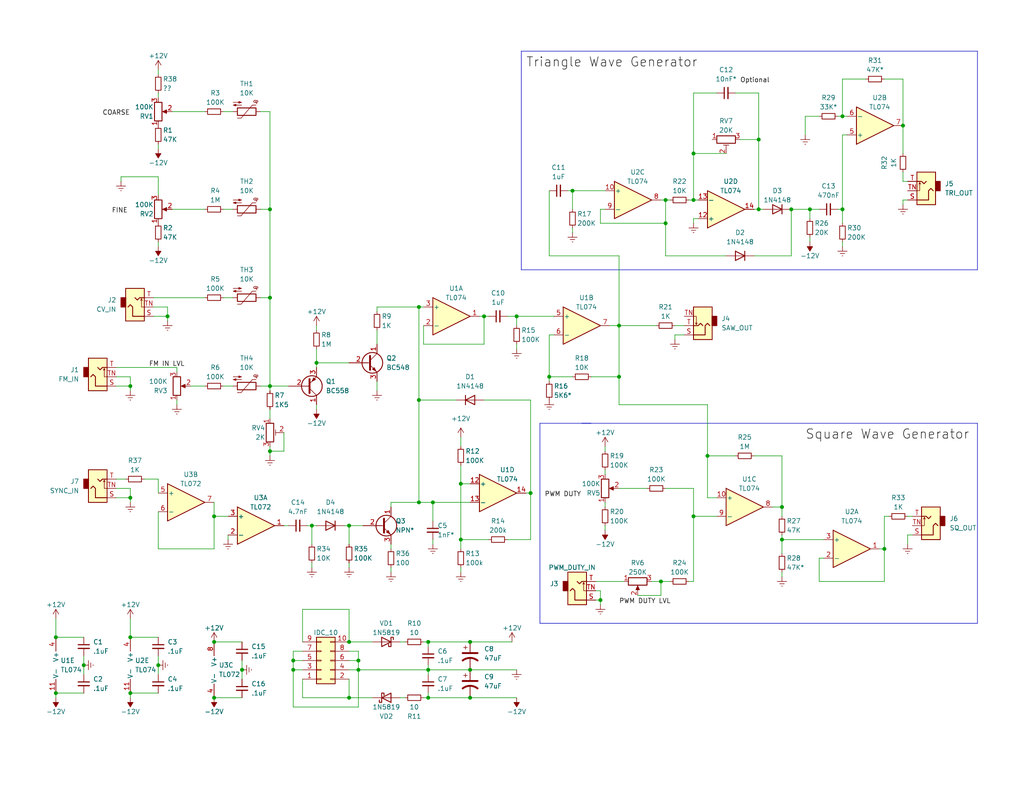
<source format=kicad_sch>
(kicad_sch (version 20230121) (generator eeschema)

  (uuid d890881c-526d-4dda-9f12-a86a28e63d51)

  (paper "USLetter")

  (title_block
    (title "Fireball VCO")
    (rev "1.1")
    (company "Synth Wizards")
    (comment 1 "Credit to: Moritz Klein (original core and Triangle); Luther's VCO (TL074 core)")
    (comment 2 "* C12 Only needed with fake TL0x4s")
    (comment 3 "* Resistors with * may need adjustment for 10Vpp output")
  )

  

  (junction (at 213.36 138.43) (diameter 0) (color 0 0 0 0)
    (uuid 02791532-952e-4f64-ac60-aee6b1080d67)
  )
  (junction (at 116.84 190.5) (diameter 0) (color 0 0 0 0)
    (uuid 075a1865-481e-4ce0-a076-531586e1bbbf)
  )
  (junction (at 246.38 34.29) (diameter 0) (color 0 0 0 0)
    (uuid 103e5f86-7af1-45e3-ae74-70984e5e98a6)
  )
  (junction (at 97.79 182.88) (diameter 0) (color 0 0 0 0)
    (uuid 172b0a46-2ad3-43b9-bf90-5ff436544738)
  )
  (junction (at 73.66 123.19) (diameter 0) (color 0 0 0 0)
    (uuid 17f80a51-960d-4578-99f8-f4d4af4bbfb2)
  )
  (junction (at 125.73 132.08) (diameter 0) (color 0 0 0 0)
    (uuid 206d4927-bae3-4738-951c-6a8cbc5d241c)
  )
  (junction (at 35.56 173.99) (diameter 0) (color 0 0 0 0)
    (uuid 2773ed9a-de76-49b5-9670-09e838ff13ec)
  )
  (junction (at 35.56 105.41) (diameter 0) (color 0 0 0 0)
    (uuid 28c2c3fd-e329-448b-b776-668bbff61ece)
  )
  (junction (at 220.98 57.15) (diameter 0) (color 0 0 0 0)
    (uuid 29c53297-fb9e-427b-a62a-3165e3ce3fa9)
  )
  (junction (at 43.18 181.61) (diameter 0) (color 0 0 0 0)
    (uuid 2bd35e70-97b8-430f-9ce6-02281ffc553f)
  )
  (junction (at 114.3 83.82) (diameter 0) (color 0 0 0 0)
    (uuid 2cbf939d-fb93-49cd-ae52-e3ecd46bea7c)
  )
  (junction (at 156.21 52.07) (diameter 0) (color 0 0 0 0)
    (uuid 32eb5fdc-f6f6-41f7-a4c5-13b36f7e494d)
  )
  (junction (at 15.24 189.23) (diameter 0) (color 0 0 0 0)
    (uuid 350c7eae-f694-4ca5-8e1d-763491c63eaa)
  )
  (junction (at 118.11 137.16) (diameter 0) (color 0 0 0 0)
    (uuid 38987838-e719-4ee5-af8b-0ac4074e7c84)
  )
  (junction (at 114.3 109.22) (diameter 0) (color 0 0 0 0)
    (uuid 39db5fd7-9e63-4892-84dd-f99cbdb45ef8)
  )
  (junction (at 144.78 134.62) (diameter 0) (color 0 0 0 0)
    (uuid 3a3dd555-0399-4ad6-9e2b-28fab74ee735)
  )
  (junction (at 95.25 190.5) (diameter 0) (color 0 0 0 0)
    (uuid 3cdfd602-b425-4f80-a48a-cfb0b28aa601)
  )
  (junction (at 168.91 88.9) (diameter 0) (color 0 0 0 0)
    (uuid 3de411cb-2dd8-48f5-bdd0-6b96c1831c7d)
  )
  (junction (at 149.86 102.87) (diameter 0) (color 0 0 0 0)
    (uuid 3ffe241d-23c5-47e9-90d8-561eeffb7ca0)
  )
  (junction (at 128.27 175.26) (diameter 0) (color 0 0 0 0)
    (uuid 40e8b243-31d0-4851-97e3-924a4ad21580)
  )
  (junction (at 189.23 41.91) (diameter 0) (color 0 0 0 0)
    (uuid 47a851d4-c2c3-4918-9d55-1034ff876fd1)
  )
  (junction (at 207.01 57.15) (diameter 0) (color 0 0 0 0)
    (uuid 4f6a614d-c05e-472a-a1f7-903082745473)
  )
  (junction (at 140.97 86.36) (diameter 0) (color 0 0 0 0)
    (uuid 5050665b-6f38-438f-b7de-4f2f0b3fea4c)
  )
  (junction (at 85.09 143.51) (diameter 0) (color 0 0 0 0)
    (uuid 556f3a09-f32f-4c21-bcdd-8738847a8360)
  )
  (junction (at 73.66 81.28) (diameter 0) (color 0 0 0 0)
    (uuid 55fdeb7b-b932-4e9a-a1bb-47c4bec8052a)
  )
  (junction (at 35.56 135.89) (diameter 0) (color 0 0 0 0)
    (uuid 56d09a4b-e16e-4d28-8b5a-a24c6712b7ee)
  )
  (junction (at 97.79 180.34) (diameter 0) (color 0 0 0 0)
    (uuid 6ce4eac4-fd32-4492-841f-4f81a8f19f3a)
  )
  (junction (at 95.25 143.51) (diameter 0) (color 0 0 0 0)
    (uuid 6e03066d-cf34-4f0a-bf67-afc1a553dbd5)
  )
  (junction (at 213.36 147.32) (diameter 0) (color 0 0 0 0)
    (uuid 751377e0-4734-4811-acc1-ba503383a30b)
  )
  (junction (at 168.91 102.87) (diameter 0) (color 0 0 0 0)
    (uuid 752ba224-e31d-47db-aa87-98e5ef275d38)
  )
  (junction (at 189.23 54.61) (diameter 0) (color 0 0 0 0)
    (uuid 778d43a7-2325-440c-a03f-c7daf9a898b8)
  )
  (junction (at 80.01 180.34) (diameter 0) (color 0 0 0 0)
    (uuid 84f82164-c0b1-4d04-a1ea-5828c3d1efe0)
  )
  (junction (at 181.61 54.61) (diameter 0) (color 0 0 0 0)
    (uuid 86985718-9e50-4350-b4fe-73fe3f71fe54)
  )
  (junction (at 80.01 182.88) (diameter 0) (color 0 0 0 0)
    (uuid 8734b47e-1009-47c7-9022-fc73c5b9494c)
  )
  (junction (at 229.87 31.75) (diameter 0) (color 0 0 0 0)
    (uuid 954a9f6d-95b8-4784-97cf-7d05cac92fce)
  )
  (junction (at 58.42 190.5) (diameter 0) (color 0 0 0 0)
    (uuid 96d32497-6ef1-4c10-92d8-73553a5a68d9)
  )
  (junction (at 15.24 173.99) (diameter 0) (color 0 0 0 0)
    (uuid 983e50c9-d416-4582-99f4-668e2e8bf740)
  )
  (junction (at 58.42 140.97) (diameter 0) (color 0 0 0 0)
    (uuid a11d5f95-76b6-4e39-b875-d5dfea076814)
  )
  (junction (at 128.27 182.88) (diameter 0) (color 0 0 0 0)
    (uuid a86fef97-384d-4073-b0c4-fdc6d101ff07)
  )
  (junction (at 58.42 175.26) (diameter 0) (color 0 0 0 0)
    (uuid a95f9d30-a62c-4004-b20c-ef3c7bf05746)
  )
  (junction (at 229.87 57.15) (diameter 0) (color 0 0 0 0)
    (uuid a9e64417-3c8d-473c-b8fc-dbe37370719f)
  )
  (junction (at 193.04 124.46) (diameter 0) (color 0 0 0 0)
    (uuid aad654f5-3d4e-4d4a-aeaf-b0969e78cf4f)
  )
  (junction (at 116.84 175.26) (diameter 0) (color 0 0 0 0)
    (uuid ac5c1669-c550-4f77-86ab-885ba3b17d72)
  )
  (junction (at 95.25 175.26) (diameter 0) (color 0 0 0 0)
    (uuid b07235e1-feb3-4ff0-a8d6-a42b2841ec15)
  )
  (junction (at 35.56 189.23) (diameter 0) (color 0 0 0 0)
    (uuid b2ee4998-d217-48c5-bcab-3c3ec17359f4)
  )
  (junction (at 66.04 182.88) (diameter 0) (color 0 0 0 0)
    (uuid c0c94de9-b363-4573-a4b0-e707e9818bfb)
  )
  (junction (at 114.3 137.16) (diameter 0) (color 0 0 0 0)
    (uuid c6b6f66f-610f-4b32-8ecf-0ff20f4643ca)
  )
  (junction (at 86.36 99.06) (diameter 0) (color 0 0 0 0)
    (uuid ca0cb80a-16c0-415a-bc06-74ee569224bb)
  )
  (junction (at 73.66 57.15) (diameter 0) (color 0 0 0 0)
    (uuid ca3bf30a-f008-470b-8ed6-50e02b5d6493)
  )
  (junction (at 180.34 158.75) (diameter 0) (color 0 0 0 0)
    (uuid ccab7792-8d72-49a0-927f-4a019db2600d)
  )
  (junction (at 207.01 38.1) (diameter 0) (color 0 0 0 0)
    (uuid cd3d2091-08d1-4947-835c-d127c7892a9d)
  )
  (junction (at 128.27 190.5) (diameter 0) (color 0 0 0 0)
    (uuid d415c345-b77d-46b3-91cf-ee7c3bc3ed8c)
  )
  (junction (at 125.73 147.32) (diameter 0) (color 0 0 0 0)
    (uuid d648a591-ab8b-4854-8164-e9c66da237bc)
  )
  (junction (at 215.9 57.15) (diameter 0) (color 0 0 0 0)
    (uuid d85b1e8b-d28c-4475-be61-87ae5d0c1f67)
  )
  (junction (at 181.61 60.96) (diameter 0) (color 0 0 0 0)
    (uuid dcf34ecd-faa5-4f95-9566-8ee646bcd6ef)
  )
  (junction (at 163.83 163.83) (diameter 0) (color 0 0 0 0)
    (uuid e9e39d25-fa55-44e3-bc08-fbe8925e01ee)
  )
  (junction (at 73.66 105.41) (diameter 0) (color 0 0 0 0)
    (uuid eb0b78f8-dfa9-4f4f-abf7-fa2f4e80babd)
  )
  (junction (at 45.72 86.36) (diameter 0) (color 0 0 0 0)
    (uuid f2892d9d-74cc-4074-8f2d-6083e35b19e0)
  )
  (junction (at 189.23 140.97) (diameter 0) (color 0 0 0 0)
    (uuid f2f45cf8-8e44-4dba-a5e1-f636ff0ff4b1)
  )
  (junction (at 241.3 149.86) (diameter 0) (color 0 0 0 0)
    (uuid f4b25ff4-2acd-4462-ac92-4e46b999b14c)
  )
  (junction (at 132.08 86.36) (diameter 0) (color 0 0 0 0)
    (uuid f7c0ebfd-b03b-4481-b119-a952632debd0)
  )
  (junction (at 22.86 181.61) (diameter 0) (color 0 0 0 0)
    (uuid f89803fe-3120-42e0-bc8c-70407f642c38)
  )
  (junction (at 116.84 182.88) (diameter 0) (color 0 0 0 0)
    (uuid fc4f40a1-90a5-407f-a4b3-48be9ee7dad3)
  )

  (wire (pts (xy 213.36 157.48) (xy 213.36 156.21))
    (stroke (width 0) (type default))
    (uuid 002c1938-850f-498c-a7af-2a3b94ca92fd)
  )
  (wire (pts (xy 132.08 109.22) (xy 144.78 109.22))
    (stroke (width 0) (type default))
    (uuid 00ee7565-1764-4930-8054-70883141bd07)
  )
  (wire (pts (xy 71.12 81.28) (xy 73.66 81.28))
    (stroke (width 0) (type default))
    (uuid 011f81a1-0311-4ec7-9b6d-d7b2203caadb)
  )
  (wire (pts (xy 22.86 181.61) (xy 22.86 184.15))
    (stroke (width 0) (type default))
    (uuid 012bbe54-4624-4668-b7c4-4242663ebf45)
  )
  (wire (pts (xy 149.86 102.87) (xy 149.86 104.14))
    (stroke (width 0) (type default))
    (uuid 030d0411-8be8-42de-ade1-446a81e8f704)
  )
  (wire (pts (xy 138.43 86.36) (xy 140.97 86.36))
    (stroke (width 0) (type default))
    (uuid 045dfa05-79fc-47c8-ba68-21dedc5b6157)
  )
  (wire (pts (xy 223.52 152.4) (xy 224.79 152.4))
    (stroke (width 0) (type default))
    (uuid 04d2b7b3-a0bb-4c5d-b49b-3bdb99172456)
  )
  (wire (pts (xy 184.15 88.9) (xy 186.69 88.9))
    (stroke (width 0) (type default))
    (uuid 04fa77bd-96fd-4d51-be1a-ee442f124ff7)
  )
  (wire (pts (xy 180.34 162.56) (xy 180.34 158.75))
    (stroke (width 0) (type default))
    (uuid 07b738e4-d738-41bc-a562-786737d01e67)
  )
  (wire (pts (xy 210.82 138.43) (xy 213.36 138.43))
    (stroke (width 0) (type default))
    (uuid 08145eaf-e14c-412e-b70e-951d3ed45ef7)
  )
  (wire (pts (xy 195.58 25.4) (xy 189.23 25.4))
    (stroke (width 0) (type default))
    (uuid 08d97d60-b423-4d39-a2f5-2a41fbeb08ce)
  )
  (wire (pts (xy 95.25 180.34) (xy 97.79 180.34))
    (stroke (width 0) (type default))
    (uuid 08e22539-d037-44c9-974f-f0285476464e)
  )
  (wire (pts (xy 97.79 180.34) (xy 97.79 182.88))
    (stroke (width 0) (type default))
    (uuid 098937ed-90ac-4c2a-87e9-44c634026a96)
  )
  (wire (pts (xy 73.66 105.41) (xy 71.12 105.41))
    (stroke (width 0) (type default))
    (uuid 09f8d815-d6e5-44c4-ad0b-1a8b2bb97280)
  )
  (wire (pts (xy 58.42 190.5) (xy 66.04 190.5))
    (stroke (width 0) (type default))
    (uuid 0ad9557d-6375-44e2-b9fe-ee913105a54a)
  )
  (wire (pts (xy 241.3 149.86) (xy 241.3 158.75))
    (stroke (width 0) (type default))
    (uuid 0b1fad50-6cc0-4fc4-8e50-2b1e46cf9662)
  )
  (wire (pts (xy 140.97 95.25) (xy 140.97 93.98))
    (stroke (width 0) (type default))
    (uuid 0b258217-cf44-4ec5-99e2-ecd89ddac5c8)
  )
  (wire (pts (xy 31.75 102.87) (xy 35.56 102.87))
    (stroke (width 0) (type default))
    (uuid 0fc04f8d-8ca8-48a9-963c-203085787e96)
  )
  (wire (pts (xy 128.27 190.5) (xy 140.97 190.5))
    (stroke (width 0) (type default))
    (uuid 1041a423-2100-494e-8ae7-9ce13df21b70)
  )
  (wire (pts (xy 163.83 163.83) (xy 163.83 165.1))
    (stroke (width 0) (type default))
    (uuid 10e5db43-b3be-491a-9f18-668651330443)
  )
  (wire (pts (xy 168.91 102.87) (xy 168.91 110.49))
    (stroke (width 0) (type default))
    (uuid 11b52105-489d-47a4-b2d5-21e851244b8f)
  )
  (wire (pts (xy 116.84 182.88) (xy 116.84 184.15))
    (stroke (width 0) (type default))
    (uuid 12a8d320-8b4b-41e7-9b61-52ef907e7852)
  )
  (wire (pts (xy 246.38 34.29) (xy 246.38 41.91))
    (stroke (width 0) (type default))
    (uuid 13255ffb-544a-4849-8f36-26543cfd76bb)
  )
  (wire (pts (xy 223.52 158.75) (xy 241.3 158.75))
    (stroke (width 0) (type default))
    (uuid 134ee044-c9bb-4c33-b121-2f3154f2a9a5)
  )
  (wire (pts (xy 207.01 57.15) (xy 208.28 57.15))
    (stroke (width 0) (type default))
    (uuid 146d90ca-f9be-4d88-b489-b2df14c0cc22)
  )
  (wire (pts (xy 80.01 193.04) (xy 97.79 193.04))
    (stroke (width 0) (type default))
    (uuid 14bae766-cdf3-4115-9a1c-8e7793c5df7e)
  )
  (wire (pts (xy 86.36 99.06) (xy 86.36 100.33))
    (stroke (width 0) (type default))
    (uuid 14d600b4-1f04-45dd-a69b-600474737a00)
  )
  (wire (pts (xy 189.23 54.61) (xy 190.5 54.61))
    (stroke (width 0) (type default))
    (uuid 163942a2-8665-4c7d-846a-d786bef2d1d6)
  )
  (wire (pts (xy 45.72 83.82) (xy 45.72 86.36))
    (stroke (width 0) (type default))
    (uuid 16700e14-9066-4739-8192-ea1202f25d46)
  )
  (wire (pts (xy 205.74 124.46) (xy 213.36 124.46))
    (stroke (width 0) (type default))
    (uuid 18acf7aa-e7eb-445c-bb3c-47242488be90)
  )
  (wire (pts (xy 220.98 57.15) (xy 223.52 57.15))
    (stroke (width 0) (type default))
    (uuid 1965008a-8e38-41cc-b8a1-e5fc8c2e4c40)
  )
  (wire (pts (xy 168.91 88.9) (xy 179.07 88.9))
    (stroke (width 0) (type default))
    (uuid 196fcae1-b81c-4ba1-8f7c-c1768f8ca5eb)
  )
  (wire (pts (xy 236.22 21.59) (xy 229.87 21.59))
    (stroke (width 0) (type default))
    (uuid 1a002cf0-afc6-4fc8-b446-6cdb88bb7ca5)
  )
  (wire (pts (xy 86.36 95.25) (xy 86.36 99.06))
    (stroke (width 0) (type default))
    (uuid 1b2baf6e-d4d8-4546-8491-6946321689f1)
  )
  (wire (pts (xy 114.3 109.22) (xy 114.3 137.16))
    (stroke (width 0) (type default))
    (uuid 1c9a3366-41d0-4d3e-a1d4-ebde0a05260b)
  )
  (wire (pts (xy 118.11 147.32) (xy 118.11 148.59))
    (stroke (width 0) (type default))
    (uuid 1d794bea-b78e-4905-b136-60feb12d30e8)
  )
  (wire (pts (xy 193.04 124.46) (xy 193.04 135.89))
    (stroke (width 0) (type default))
    (uuid 1ef14b51-9015-4ea9-a43a-f57ffaf101c7)
  )
  (wire (pts (xy 93.98 143.51) (xy 95.25 143.51))
    (stroke (width 0) (type default))
    (uuid 1fc60a75-47b3-443a-a1ec-116efd547bc4)
  )
  (wire (pts (xy 241.3 140.97) (xy 242.57 140.97))
    (stroke (width 0) (type default))
    (uuid 204f755f-4a48-4219-925e-73302b9c7969)
  )
  (wire (pts (xy 106.68 137.16) (xy 114.3 137.16))
    (stroke (width 0) (type default))
    (uuid 220c4862-a0c1-454d-a040-cc150af4e384)
  )
  (wire (pts (xy 229.87 21.59) (xy 229.87 31.75))
    (stroke (width 0) (type default))
    (uuid 259fbfb8-a159-4e67-a275-e2e46fcd7918)
  )
  (wire (pts (xy 229.87 31.75) (xy 228.6 31.75))
    (stroke (width 0) (type default))
    (uuid 25c556de-46df-4fce-a59d-d9ea07f322d7)
  )
  (wire (pts (xy 207.01 57.15) (xy 207.01 38.1))
    (stroke (width 0) (type default))
    (uuid 25c6ad95-f0c8-49e9-81fc-fb7a701099ec)
  )
  (wire (pts (xy 73.66 30.48) (xy 73.66 57.15))
    (stroke (width 0) (type default))
    (uuid 25f59034-7f3d-40c8-b683-f1aa36f7e057)
  )
  (wire (pts (xy 82.55 180.34) (xy 80.01 180.34))
    (stroke (width 0) (type default))
    (uuid 2701523c-e6b5-4540-aeeb-9201868c036f)
  )
  (wire (pts (xy 97.79 182.88) (xy 95.25 182.88))
    (stroke (width 0) (type default))
    (uuid 289f3380-e32f-4a3d-bbfb-63c5b7fd0408)
  )
  (wire (pts (xy 77.47 118.11) (xy 77.47 123.19))
    (stroke (width 0) (type default))
    (uuid 295f0add-eade-45af-975e-6bfabeece927)
  )
  (wire (pts (xy 200.66 25.4) (xy 207.01 25.4))
    (stroke (width 0) (type default))
    (uuid 2c084311-3748-4603-807b-158a5645d552)
  )
  (wire (pts (xy 116.84 175.26) (xy 128.27 175.26))
    (stroke (width 0) (type default))
    (uuid 2de0c9ac-e100-4fd5-95d2-9b1179091582)
  )
  (wire (pts (xy 116.84 175.26) (xy 116.84 176.53))
    (stroke (width 0) (type default))
    (uuid 2e6dddd0-d5ef-43a5-be0d-2142b9682e15)
  )
  (wire (pts (xy 33.02 48.26) (xy 33.02 49.53))
    (stroke (width 0) (type default))
    (uuid 335b73b9-9e10-448b-a1d2-7b98a7210c06)
  )
  (wire (pts (xy 60.96 105.41) (xy 63.5 105.41))
    (stroke (width 0) (type default))
    (uuid 33a00978-c343-44a7-a6e5-b3497815d021)
  )
  (wire (pts (xy 115.57 93.98) (xy 132.08 93.98))
    (stroke (width 0) (type default))
    (uuid 34546126-e5aa-4369-ad55-08d5b068ccdd)
  )
  (wire (pts (xy 73.66 123.19) (xy 73.66 121.92))
    (stroke (width 0) (type default))
    (uuid 347cc022-021c-4c03-b902-fe37dc57109d)
  )
  (wire (pts (xy 15.24 168.91) (xy 15.24 173.99))
    (stroke (width 0) (type default))
    (uuid 34f7e17e-8022-406b-97d3-dc5a2ef7cb3d)
  )
  (wire (pts (xy 66.04 182.88) (xy 66.04 185.42))
    (stroke (width 0) (type default))
    (uuid 363f76f1-2d4c-4900-8756-de05c138d3f9)
  )
  (polyline (pts (xy 147.32 170.18) (xy 147.32 115.57))
    (stroke (width 0) (type default))
    (uuid 3669ce97-5079-4570-8411-d18144ea2c72)
  )

  (wire (pts (xy 58.42 149.86) (xy 58.42 140.97))
    (stroke (width 0) (type default))
    (uuid 367e26b9-4c64-4450-bb43-387b4eeef2d1)
  )
  (wire (pts (xy 116.84 182.88) (xy 128.27 182.88))
    (stroke (width 0) (type default))
    (uuid 3708aabd-1df3-4175-b0ce-e7a71c9c3df0)
  )
  (wire (pts (xy 85.09 143.51) (xy 86.36 143.51))
    (stroke (width 0) (type default))
    (uuid 371a0c61-0cae-4ad5-a539-1630d9b2e841)
  )
  (wire (pts (xy 102.87 90.17) (xy 102.87 93.98))
    (stroke (width 0) (type default))
    (uuid 37345856-0e9f-4094-8d0e-9067acad28f7)
  )
  (wire (pts (xy 161.29 102.87) (xy 168.91 102.87))
    (stroke (width 0) (type default))
    (uuid 3834a0a2-9db5-4e4f-88d1-06e07e14426b)
  )
  (wire (pts (xy 35.56 102.87) (xy 35.56 105.41))
    (stroke (width 0) (type default))
    (uuid 39be6e31-2b99-464b-afa3-8dbe917fb467)
  )
  (wire (pts (xy 35.56 105.41) (xy 35.56 106.68))
    (stroke (width 0) (type default))
    (uuid 3a103a57-e2ab-48e3-8968-ae49db55c7b5)
  )
  (wire (pts (xy 60.96 81.28) (xy 63.5 81.28))
    (stroke (width 0) (type default))
    (uuid 3c7bacda-9703-4bbc-876f-bdaa46017caa)
  )
  (wire (pts (xy 115.57 88.9) (xy 115.57 93.98))
    (stroke (width 0) (type default))
    (uuid 3c888aa6-a9b9-43b4-bf68-31840e6fbfcc)
  )
  (wire (pts (xy 149.86 102.87) (xy 156.21 102.87))
    (stroke (width 0) (type default))
    (uuid 3d113e8e-616f-408b-a33d-6fa11010d1f8)
  )
  (wire (pts (xy 143.51 134.62) (xy 144.78 134.62))
    (stroke (width 0) (type default))
    (uuid 3d4202c8-e44d-4416-8835-244ae1b4f51f)
  )
  (wire (pts (xy 180.34 158.75) (xy 177.8 158.75))
    (stroke (width 0) (type default))
    (uuid 3dceea52-1747-4072-9f88-a478468ca42f)
  )
  (wire (pts (xy 31.75 135.89) (xy 35.56 135.89))
    (stroke (width 0) (type default))
    (uuid 40d2c445-8b82-437b-965a-da8ba7dc4686)
  )
  (wire (pts (xy 181.61 54.61) (xy 180.34 54.61))
    (stroke (width 0) (type default))
    (uuid 4186b7e1-6910-4c37-92b7-3e5d5b4bf7d8)
  )
  (wire (pts (xy 165.1 128.27) (xy 165.1 129.54))
    (stroke (width 0) (type default))
    (uuid 426702e6-6702-4c94-a12f-cfbb4627cabb)
  )
  (wire (pts (xy 58.42 140.97) (xy 62.23 140.97))
    (stroke (width 0) (type default))
    (uuid 447cf90d-e302-402f-a40d-5ba7c65e210c)
  )
  (wire (pts (xy 83.82 143.51) (xy 85.09 143.51))
    (stroke (width 0) (type default))
    (uuid 455a40bf-616a-44c4-944a-59a8ef7f389a)
  )
  (wire (pts (xy 73.66 111.76) (xy 73.66 114.3))
    (stroke (width 0) (type default))
    (uuid 45723b2a-c59f-41bc-b33b-b65f964b79ed)
  )
  (wire (pts (xy 207.01 57.15) (xy 205.74 57.15))
    (stroke (width 0) (type default))
    (uuid 483f8fd1-5d67-4f16-b6ff-2446c375dca2)
  )
  (wire (pts (xy 187.96 54.61) (xy 189.23 54.61))
    (stroke (width 0) (type default))
    (uuid 4902f87b-cd92-4961-a019-6bd55f1ad533)
  )
  (wire (pts (xy 118.11 142.24) (xy 118.11 137.16))
    (stroke (width 0) (type default))
    (uuid 49f9ccd6-ca41-4d14-850b-43d5c6d39eca)
  )
  (wire (pts (xy 95.25 175.26) (xy 101.6 175.26))
    (stroke (width 0) (type default))
    (uuid 4b3079b5-3fd6-4f7d-91f0-c2f7c230b5ac)
  )
  (wire (pts (xy 140.97 86.36) (xy 151.13 86.36))
    (stroke (width 0) (type default))
    (uuid 4d620c43-fde3-4a36-a9af-49e93d7a2682)
  )
  (wire (pts (xy 132.08 86.36) (xy 130.81 86.36))
    (stroke (width 0) (type default))
    (uuid 4e22571e-c532-4541-9146-d6c0ba17d529)
  )
  (wire (pts (xy 125.73 119.38) (xy 125.73 121.92))
    (stroke (width 0) (type default))
    (uuid 4e9d12ca-592c-4c0d-aa3c-ade1647da242)
  )
  (wire (pts (xy 144.78 134.62) (xy 144.78 147.32))
    (stroke (width 0) (type default))
    (uuid 5013c7b0-8c51-42cc-83e7-f71968aad6d8)
  )
  (wire (pts (xy 229.87 66.04) (xy 229.87 67.31))
    (stroke (width 0) (type default))
    (uuid 50a72d08-30fe-4ad4-b1e3-7584fe251d6e)
  )
  (wire (pts (xy 73.66 57.15) (xy 71.12 57.15))
    (stroke (width 0) (type default))
    (uuid 50dcb38f-1866-4212-86ea-87f436a5d1cb)
  )
  (polyline (pts (xy 266.7 170.18) (xy 147.32 170.18))
    (stroke (width 0) (type default))
    (uuid 51449ff3-ca6f-426f-98c4-b6646e7151de)
  )

  (wire (pts (xy 193.04 110.49) (xy 193.04 124.46))
    (stroke (width 0) (type default))
    (uuid 529857ef-e476-4092-9c4b-918ea58148f1)
  )
  (wire (pts (xy 116.84 181.61) (xy 116.84 182.88))
    (stroke (width 0) (type default))
    (uuid 546b73c3-66bd-4478-8dbf-47421172213d)
  )
  (wire (pts (xy 77.47 143.51) (xy 78.74 143.51))
    (stroke (width 0) (type default))
    (uuid 547f9bb3-0fb5-45ef-a30e-bff8d4e60f7c)
  )
  (wire (pts (xy 95.25 177.8) (xy 97.79 177.8))
    (stroke (width 0) (type default))
    (uuid 54b840c8-8a60-410e-a825-acf5831c5e9e)
  )
  (wire (pts (xy 162.56 158.75) (xy 170.18 158.75))
    (stroke (width 0) (type default))
    (uuid 567e0f82-ba96-4215-bf61-c8cb17bbdae2)
  )
  (wire (pts (xy 189.23 25.4) (xy 189.23 41.91))
    (stroke (width 0) (type default))
    (uuid 577bcebf-382e-4caa-9344-9973e7630894)
  )
  (wire (pts (xy 246.38 49.53) (xy 247.65 49.53))
    (stroke (width 0) (type default))
    (uuid 57869ebb-5332-4b60-8d7d-4a5c58d46e2a)
  )
  (wire (pts (xy 213.36 146.05) (xy 213.36 147.32))
    (stroke (width 0) (type default))
    (uuid 59871f82-a954-46af-80da-f5a5ef1d4d59)
  )
  (wire (pts (xy 215.9 69.85) (xy 215.9 57.15))
    (stroke (width 0) (type default))
    (uuid 59a7e7e7-b81d-4d68-a547-56f97220be4c)
  )
  (wire (pts (xy 213.36 147.32) (xy 224.79 147.32))
    (stroke (width 0) (type default))
    (uuid 59cef7e1-ce4b-4dd8-a5e2-66ca0fe9ca16)
  )
  (wire (pts (xy 116.84 190.5) (xy 116.84 189.23))
    (stroke (width 0) (type default))
    (uuid 59f448ea-2c03-44de-9c67-ed993ff79596)
  )
  (wire (pts (xy 86.36 111.76) (xy 86.36 110.49))
    (stroke (width 0) (type default))
    (uuid 5a8f0a11-4734-4680-a5c5-1b31df74096b)
  )
  (wire (pts (xy 156.21 63.5) (xy 156.21 62.23))
    (stroke (width 0) (type default))
    (uuid 5acaecee-5ec2-4db8-9a52-e48cb7cfd786)
  )
  (wire (pts (xy 181.61 69.85) (xy 181.61 60.96))
    (stroke (width 0) (type default))
    (uuid 5c2af044-42c1-4be9-8d2d-cd440eb6729a)
  )
  (wire (pts (xy 181.61 54.61) (xy 181.61 60.96))
    (stroke (width 0) (type default))
    (uuid 5ccb24f1-2171-43dc-9c5b-47bab90a9791)
  )
  (wire (pts (xy 241.3 149.86) (xy 240.03 149.86))
    (stroke (width 0) (type default))
    (uuid 5ce95eab-4f60-4036-b861-27bbe6739a8a)
  )
  (wire (pts (xy 31.75 100.33) (xy 48.26 100.33))
    (stroke (width 0) (type default))
    (uuid 5f88b998-4022-457d-b69a-809840943cc5)
  )
  (wire (pts (xy 109.22 175.26) (xy 110.49 175.26))
    (stroke (width 0) (type default))
    (uuid 6075f7b3-42c3-4353-b49b-e17d549e8a5b)
  )
  (wire (pts (xy 97.79 177.8) (xy 97.79 180.34))
    (stroke (width 0) (type default))
    (uuid 608bdaed-51dc-4114-ad03-17fa0417725e)
  )
  (wire (pts (xy 43.18 139.7) (xy 43.18 149.86))
    (stroke (width 0) (type default))
    (uuid 6162fc7c-adf9-48d6-985b-b95b7ab20bb0)
  )
  (wire (pts (xy 189.23 59.69) (xy 189.23 60.96))
    (stroke (width 0) (type default))
    (uuid 61d4904e-ca20-4aa2-bc83-914bfb64d3ec)
  )
  (wire (pts (xy 213.36 140.97) (xy 213.36 138.43))
    (stroke (width 0) (type default))
    (uuid 61da3553-8431-487c-ad44-4a746e5e5797)
  )
  (wire (pts (xy 163.83 161.29) (xy 162.56 161.29))
    (stroke (width 0) (type default))
    (uuid 6219a00a-9fc6-41e2-9062-8d42f7fb6145)
  )
  (wire (pts (xy 166.37 88.9) (xy 168.91 88.9))
    (stroke (width 0) (type default))
    (uuid 631e24d0-dad7-40b8-901a-5dbacbe4c06b)
  )
  (wire (pts (xy 165.1 138.43) (xy 165.1 137.16))
    (stroke (width 0) (type default))
    (uuid 635435a1-45f2-44bc-beaa-991ea9e0d305)
  )
  (wire (pts (xy 213.36 147.32) (xy 213.36 151.13))
    (stroke (width 0) (type default))
    (uuid 63ac9ea8-e94a-41a1-8540-58b0e8f1fb31)
  )
  (wire (pts (xy 149.86 91.44) (xy 149.86 102.87))
    (stroke (width 0) (type default))
    (uuid 649abede-56fe-4072-8e8a-eaba024a81de)
  )
  (wire (pts (xy 115.57 175.26) (xy 116.84 175.26))
    (stroke (width 0) (type default))
    (uuid 65aed1ea-2704-487f-8c0d-589e6382acfa)
  )
  (wire (pts (xy 73.66 105.41) (xy 78.74 105.41))
    (stroke (width 0) (type default))
    (uuid 65d31c49-1a73-451a-b7b4-255fdf0f42e8)
  )
  (wire (pts (xy 43.18 181.61) (xy 43.18 184.15))
    (stroke (width 0) (type default))
    (uuid 6aa07b55-b052-43f5-8c27-5866263b9828)
  )
  (wire (pts (xy 128.27 182.88) (xy 140.97 182.88))
    (stroke (width 0) (type default))
    (uuid 6aa7911e-f18a-4bcb-9a68-f0821c6ef595)
  )
  (wire (pts (xy 58.42 137.16) (xy 58.42 140.97))
    (stroke (width 0) (type default))
    (uuid 6ee9fe64-3a42-4ee8-9b9a-351828443af3)
  )
  (wire (pts (xy 95.25 143.51) (xy 99.06 143.51))
    (stroke (width 0) (type default))
    (uuid 70b4b370-4e40-47bf-bf45-f1defc4e4350)
  )
  (wire (pts (xy 168.91 88.9) (xy 168.91 102.87))
    (stroke (width 0) (type default))
    (uuid 71d6a7fe-81b9-4f86-b03a-7437171108ff)
  )
  (wire (pts (xy 163.83 57.15) (xy 163.83 60.96))
    (stroke (width 0) (type default))
    (uuid 7232c599-b068-4867-98ec-6cc6b6eaeb47)
  )
  (wire (pts (xy 41.91 83.82) (xy 45.72 83.82))
    (stroke (width 0) (type default))
    (uuid 73af482d-61ce-405e-acb3-c5c3e365dc63)
  )
  (wire (pts (xy 187.96 158.75) (xy 189.23 158.75))
    (stroke (width 0) (type default))
    (uuid 74c82889-424e-4b68-91f6-bf39bcf30e7b)
  )
  (wire (pts (xy 43.18 19.05) (xy 43.18 20.32))
    (stroke (width 0) (type default))
    (uuid 74fc2219-7788-4bf2-8e7a-27cb5e147854)
  )
  (wire (pts (xy 35.56 135.89) (xy 35.56 137.16))
    (stroke (width 0) (type default))
    (uuid 75b1bcf3-ead7-4c35-a3dd-5c904919d526)
  )
  (wire (pts (xy 46.99 30.48) (xy 55.88 30.48))
    (stroke (width 0) (type default))
    (uuid 7635b094-2c39-43ad-9664-a4d37a31e5f2)
  )
  (wire (pts (xy 168.91 69.85) (xy 168.91 88.9))
    (stroke (width 0) (type default))
    (uuid 7640029e-dd9c-4f34-b026-0b1f6403398c)
  )
  (wire (pts (xy 144.78 109.22) (xy 144.78 134.62))
    (stroke (width 0) (type default))
    (uuid 78bd3d5e-aeee-4967-a3b5-8bb8028fc03b)
  )
  (wire (pts (xy 106.68 149.86) (xy 106.68 148.59))
    (stroke (width 0) (type default))
    (uuid 7b1d418d-530a-4ce3-8b64-68b37f20b8e6)
  )
  (wire (pts (xy 229.87 36.83) (xy 229.87 57.15))
    (stroke (width 0) (type default))
    (uuid 7f293836-7284-4165-9a5e-6c0f11e5036c)
  )
  (wire (pts (xy 198.12 69.85) (xy 181.61 69.85))
    (stroke (width 0) (type default))
    (uuid 7f7a8709-02e3-4a4c-b018-ad881cdfaaf9)
  )
  (wire (pts (xy 213.36 124.46) (xy 213.36 138.43))
    (stroke (width 0) (type default))
    (uuid 7f9c39cf-8658-46e8-95ff-e118c04dd6b3)
  )
  (wire (pts (xy 116.84 190.5) (xy 128.27 190.5))
    (stroke (width 0) (type default))
    (uuid 80a79dd5-9761-4f24-9f5d-3944299855c7)
  )
  (wire (pts (xy 95.25 153.67) (xy 95.25 154.94))
    (stroke (width 0) (type default))
    (uuid 81834102-3973-4d43-9646-9385c8ff4feb)
  )
  (wire (pts (xy 181.61 133.35) (xy 189.23 133.35))
    (stroke (width 0) (type default))
    (uuid 83350356-f972-42ca-9e1c-0e7cff7c878d)
  )
  (wire (pts (xy 73.66 57.15) (xy 73.66 81.28))
    (stroke (width 0) (type default))
    (uuid 83bd4d95-2b1e-4c4d-8da2-3cd32c7123ee)
  )
  (wire (pts (xy 138.43 147.32) (xy 144.78 147.32))
    (stroke (width 0) (type default))
    (uuid 83c83e37-be75-4d3f-8cce-59aa5d6e4a1d)
  )
  (wire (pts (xy 62.23 146.05) (xy 62.23 147.32))
    (stroke (width 0) (type default))
    (uuid 83dcd1ce-fbd0-44af-94f9-9b94a4f20215)
  )
  (wire (pts (xy 219.71 31.75) (xy 219.71 36.83))
    (stroke (width 0) (type default))
    (uuid 856ff727-57d3-4aff-b724-5a7e7a4992f2)
  )
  (wire (pts (xy 31.75 105.41) (xy 35.56 105.41))
    (stroke (width 0) (type default))
    (uuid 868890b2-35c8-4de5-bc71-870b05ff69ca)
  )
  (wire (pts (xy 189.23 140.97) (xy 195.58 140.97))
    (stroke (width 0) (type default))
    (uuid 87e316e0-963b-44d6-ad67-fc678b573160)
  )
  (wire (pts (xy 246.38 21.59) (xy 241.3 21.59))
    (stroke (width 0) (type default))
    (uuid 89288a3d-99b2-41c3-bdd9-2025d7d7985c)
  )
  (wire (pts (xy 189.23 133.35) (xy 189.23 140.97))
    (stroke (width 0) (type default))
    (uuid 8930be09-3955-4980-9f12-321d514a97a0)
  )
  (wire (pts (xy 132.08 86.36) (xy 133.35 86.36))
    (stroke (width 0) (type default))
    (uuid 8ab8a1a5-08d2-4059-9e01-de258f7f1e6f)
  )
  (polyline (pts (xy 158.75 115.57) (xy 266.7 115.57))
    (stroke (width 0) (type default))
    (uuid 8b87e1ec-6c91-4e32-8ad2-fa2ed79b33e0)
  )

  (wire (pts (xy 35.56 189.23) (xy 35.56 190.5))
    (stroke (width 0) (type default))
    (uuid 8bed05d0-5ab5-4783-89c5-166c138e95fc)
  )
  (wire (pts (xy 118.11 137.16) (xy 128.27 137.16))
    (stroke (width 0) (type default))
    (uuid 8c593cfe-83e4-4388-89e6-932b6164b21b)
  )
  (wire (pts (xy 48.26 100.33) (xy 48.26 101.6))
    (stroke (width 0) (type default))
    (uuid 8cdf6a76-ff89-4e5b-bdf5-3e8fb2c46f9d)
  )
  (wire (pts (xy 168.91 110.49) (xy 193.04 110.49))
    (stroke (width 0) (type default))
    (uuid 8e0c840a-378d-4b3a-a98a-ad981e7483ca)
  )
  (wire (pts (xy 73.66 30.48) (xy 71.12 30.48))
    (stroke (width 0) (type default))
    (uuid 8e643bdd-0fa5-49b8-bc39-a28fd3bcdec1)
  )
  (wire (pts (xy 193.04 135.89) (xy 195.58 135.89))
    (stroke (width 0) (type default))
    (uuid 8effd010-5427-44f6-a3bd-42a21fd66407)
  )
  (wire (pts (xy 35.56 133.35) (xy 35.56 135.89))
    (stroke (width 0) (type default))
    (uuid 8f7b07f3-a84b-4847-84c5-85ae6ee7f154)
  )
  (wire (pts (xy 165.1 144.78) (xy 165.1 143.51))
    (stroke (width 0) (type default))
    (uuid 930dc647-cfc0-489d-be9c-ed9bba08f24c)
  )
  (wire (pts (xy 246.38 49.53) (xy 246.38 46.99))
    (stroke (width 0) (type default))
    (uuid 9335b4ed-70ce-497f-8b3c-379037286df0)
  )
  (wire (pts (xy 247.65 148.59) (xy 247.65 146.05))
    (stroke (width 0) (type default))
    (uuid 93914fe1-8cee-4a39-9794-69ccdbef1150)
  )
  (wire (pts (xy 43.18 67.31) (xy 43.18 66.04))
    (stroke (width 0) (type default))
    (uuid 94563ccb-262b-4370-8e20-56f9df84e72c)
  )
  (wire (pts (xy 220.98 66.04) (xy 220.98 64.77))
    (stroke (width 0) (type default))
    (uuid 947aa754-66eb-41b1-83b1-8078a9a77853)
  )
  (wire (pts (xy 201.93 38.1) (xy 207.01 38.1))
    (stroke (width 0) (type default))
    (uuid 94b80a15-4ed3-478c-ae9b-e6e2488567d5)
  )
  (wire (pts (xy 45.72 86.36) (xy 45.72 87.63))
    (stroke (width 0) (type default))
    (uuid 95e0db78-5a49-4cfb-b3b7-0eae587a94a7)
  )
  (wire (pts (xy 229.87 57.15) (xy 228.6 57.15))
    (stroke (width 0) (type default))
    (uuid 966f52c5-340a-40d8-9a02-23355ca462db)
  )
  (wire (pts (xy 189.23 59.69) (xy 190.5 59.69))
    (stroke (width 0) (type default))
    (uuid 9966245b-4cd9-4926-a41e-f57a2a25dfa8)
  )
  (wire (pts (xy 82.55 185.42) (xy 82.55 190.5))
    (stroke (width 0) (type default))
    (uuid 99d3832e-bfc0-4be8-b45f-3a46eb22891e)
  )
  (wire (pts (xy 73.66 105.41) (xy 73.66 106.68))
    (stroke (width 0) (type default))
    (uuid 99d3f8c0-7078-4064-8601-2d29fb9ca632)
  )
  (wire (pts (xy 82.55 190.5) (xy 95.25 190.5))
    (stroke (width 0) (type default))
    (uuid 9b4f04b4-bccf-4a4d-97ea-7ee47e5e4e7b)
  )
  (polyline (pts (xy 142.24 73.66) (xy 266.7 73.66))
    (stroke (width 0) (type default))
    (uuid 9c5656ce-2806-4720-adc3-21804b246bbf)
  )

  (wire (pts (xy 184.15 92.71) (xy 184.15 91.44))
    (stroke (width 0) (type default))
    (uuid 9ec28832-b961-42c0-96bc-c86f1d2420fd)
  )
  (wire (pts (xy 189.23 41.91) (xy 189.23 54.61))
    (stroke (width 0) (type default))
    (uuid 9fc905e5-be4e-4dba-9205-286886cf936c)
  )
  (wire (pts (xy 247.65 146.05) (xy 248.92 146.05))
    (stroke (width 0) (type default))
    (uuid a08a956e-07c4-488d-a98b-1c1e98f89b64)
  )
  (wire (pts (xy 154.94 52.07) (xy 156.21 52.07))
    (stroke (width 0) (type default))
    (uuid a0acc936-4421-46ca-91c4-c75c80c6be5c)
  )
  (wire (pts (xy 85.09 153.67) (xy 85.09 154.94))
    (stroke (width 0) (type default))
    (uuid a0db10ca-54a2-482a-b837-97a8a560f37f)
  )
  (wire (pts (xy 95.25 166.37) (xy 95.25 175.26))
    (stroke (width 0) (type default))
    (uuid a21f19f1-dba8-4480-819e-daf8bfa11687)
  )
  (wire (pts (xy 97.79 193.04) (xy 97.79 182.88))
    (stroke (width 0) (type default))
    (uuid a31a1adc-a3bd-4964-bd9b-b9bd10009368)
  )
  (wire (pts (xy 125.73 147.32) (xy 133.35 147.32))
    (stroke (width 0) (type default))
    (uuid a5cc7907-8d7e-4af6-8741-cc0f14921c0e)
  )
  (wire (pts (xy 66.04 180.34) (xy 66.04 182.88))
    (stroke (width 0) (type default))
    (uuid a63d61c8-2977-4b61-9996-1acc2974b0e9)
  )
  (wire (pts (xy 114.3 137.16) (xy 118.11 137.16))
    (stroke (width 0) (type default))
    (uuid a6b52eb8-10e3-47e6-aec0-8a7ac822df9d)
  )
  (wire (pts (xy 114.3 83.82) (xy 115.57 83.82))
    (stroke (width 0) (type default))
    (uuid a78d5f79-ea61-4266-9e8d-fd63e072ca59)
  )
  (wire (pts (xy 149.86 52.07) (xy 149.86 69.85))
    (stroke (width 0) (type default))
    (uuid a7bf4714-0114-456b-b78a-67c1e6dd9802)
  )
  (wire (pts (xy 52.07 105.41) (xy 55.88 105.41))
    (stroke (width 0) (type default))
    (uuid a83485cc-7ab4-45e8-97c5-47ddd21c8c8c)
  )
  (wire (pts (xy 241.3 140.97) (xy 241.3 149.86))
    (stroke (width 0) (type default))
    (uuid a967c382-f359-459d-8372-4d92eb42b58b)
  )
  (polyline (pts (xy 266.7 73.66) (xy 266.7 13.97))
    (stroke (width 0) (type default))
    (uuid a9836a8b-5a1f-40b8-9f4c-412f45dfdcaa)
  )

  (wire (pts (xy 184.15 91.44) (xy 186.69 91.44))
    (stroke (width 0) (type default))
    (uuid ab5f86a2-7e2a-4ffe-b40a-20795775506c)
  )
  (wire (pts (xy 43.18 179.07) (xy 43.18 181.61))
    (stroke (width 0) (type default))
    (uuid ac145d24-8080-4e7e-aa70-b3e56fcdd91f)
  )
  (wire (pts (xy 124.46 109.22) (xy 114.3 109.22))
    (stroke (width 0) (type default))
    (uuid ad62248c-406e-440c-b5d6-0016a1b9076d)
  )
  (wire (pts (xy 163.83 161.29) (xy 163.83 163.83))
    (stroke (width 0) (type default))
    (uuid adfed4f9-8eb8-421c-ab8f-aea75a187fef)
  )
  (wire (pts (xy 15.24 173.99) (xy 22.86 173.99))
    (stroke (width 0) (type default))
    (uuid ae2b5875-1677-4f6a-87d4-1b67672fca30)
  )
  (wire (pts (xy 223.52 31.75) (xy 219.71 31.75))
    (stroke (width 0) (type default))
    (uuid afe4e8c1-60b3-4968-b551-93cd0d1aa719)
  )
  (wire (pts (xy 189.23 140.97) (xy 189.23 158.75))
    (stroke (width 0) (type default))
    (uuid b0040ed6-eb20-4694-966c-db191a071756)
  )
  (polyline (pts (xy 266.7 115.57) (xy 266.7 170.18))
    (stroke (width 0) (type default))
    (uuid b0a5eb1f-ea9d-4007-9365-396c515ccf4c)
  )

  (wire (pts (xy 82.55 175.26) (xy 82.55 166.37))
    (stroke (width 0) (type default))
    (uuid b10f46eb-6232-4db8-8771-756ed85dd9d2)
  )
  (wire (pts (xy 31.75 133.35) (xy 35.56 133.35))
    (stroke (width 0) (type default))
    (uuid b1cb0ca4-8b25-49d7-8083-0cae18a61033)
  )
  (wire (pts (xy 115.57 190.5) (xy 116.84 190.5))
    (stroke (width 0) (type default))
    (uuid b1ed980c-0c6e-4927-b46d-11412478ad19)
  )
  (wire (pts (xy 41.91 81.28) (xy 55.88 81.28))
    (stroke (width 0) (type default))
    (uuid b21aa8dc-5681-4a20-aefb-dc676f666ac1)
  )
  (wire (pts (xy 41.91 86.36) (xy 45.72 86.36))
    (stroke (width 0) (type default))
    (uuid b2a4a507-887b-4816-8414-e2ee7926f9eb)
  )
  (wire (pts (xy 106.68 154.94) (xy 106.68 156.21))
    (stroke (width 0) (type default))
    (uuid b41bae91-b397-4256-a08c-8b7fff39f076)
  )
  (wire (pts (xy 205.74 69.85) (xy 215.9 69.85))
    (stroke (width 0) (type default))
    (uuid b4282345-4cbd-46bd-b037-5f7db06007e9)
  )
  (wire (pts (xy 207.01 25.4) (xy 207.01 38.1))
    (stroke (width 0) (type default))
    (uuid b4aa5d5b-63ec-4fa1-8929-33da75669e6e)
  )
  (wire (pts (xy 180.34 158.75) (xy 182.88 158.75))
    (stroke (width 0) (type default))
    (uuid b5359843-44d9-49a3-8769-f27d5d8b5ecd)
  )
  (wire (pts (xy 149.86 69.85) (xy 168.91 69.85))
    (stroke (width 0) (type default))
    (uuid b59550cf-b4b0-4a91-bc92-8f158b01c8d1)
  )
  (wire (pts (xy 35.56 173.99) (xy 43.18 173.99))
    (stroke (width 0) (type default))
    (uuid b5e214d6-e94c-49ff-99a8-389e58ca1513)
  )
  (wire (pts (xy 43.18 25.4) (xy 43.18 26.67))
    (stroke (width 0) (type default))
    (uuid b6327f2a-5be4-43fd-9164-2838cb67f810)
  )
  (wire (pts (xy 165.1 121.92) (xy 165.1 123.19))
    (stroke (width 0) (type default))
    (uuid b92284cc-17a1-44d3-8d05-690d978bd913)
  )
  (wire (pts (xy 220.98 59.69) (xy 220.98 57.15))
    (stroke (width 0) (type default))
    (uuid b92a598b-244b-4c3d-a94b-f283ab9b0361)
  )
  (wire (pts (xy 22.86 179.07) (xy 22.86 181.61))
    (stroke (width 0) (type default))
    (uuid b9a54ad3-db51-4803-a66a-337d01a5df93)
  )
  (wire (pts (xy 58.42 175.26) (xy 66.04 175.26))
    (stroke (width 0) (type default))
    (uuid b9cdda5f-d64c-4c08-872b-c9bd0fbeb058)
  )
  (wire (pts (xy 229.87 36.83) (xy 231.14 36.83))
    (stroke (width 0) (type default))
    (uuid ba2ca693-3d6a-4857-b423-ad7655029126)
  )
  (wire (pts (xy 33.02 48.26) (xy 43.18 48.26))
    (stroke (width 0) (type default))
    (uuid ba2f3055-b58d-4632-b92e-9de9c82dc722)
  )
  (wire (pts (xy 125.73 149.86) (xy 125.73 147.32))
    (stroke (width 0) (type default))
    (uuid bc20b5b6-b7ee-4be5-aefc-9b1d79654fd7)
  )
  (wire (pts (xy 46.99 57.15) (xy 55.88 57.15))
    (stroke (width 0) (type default))
    (uuid bcbdb842-1869-491d-a954-d6eb889c4d7e)
  )
  (wire (pts (xy 128.27 175.26) (xy 139.7 175.26))
    (stroke (width 0) (type default))
    (uuid be54e926-36db-4fc1-8ddc-e6a2d29a6231)
  )
  (polyline (pts (xy 266.7 13.97) (xy 142.24 13.97))
    (stroke (width 0) (type default))
    (uuid c0921da7-e42e-416e-a5a8-f91aa06c064a)
  )
  (polyline (pts (xy 142.24 13.97) (xy 142.24 73.66))
    (stroke (width 0) (type default))
    (uuid c3910904-1027-48fc-bc17-79f575acfa4d)
  )

  (wire (pts (xy 95.25 185.42) (xy 95.25 190.5))
    (stroke (width 0) (type default))
    (uuid c3bbd709-fd2e-444a-a677-44a5783921fc)
  )
  (wire (pts (xy 102.87 106.68) (xy 102.87 104.14))
    (stroke (width 0) (type default))
    (uuid c5afa27e-c7ec-4964-b60f-ef595f8e7cdf)
  )
  (wire (pts (xy 35.56 168.91) (xy 35.56 173.99))
    (stroke (width 0) (type default))
    (uuid c5c9ad98-79c7-4d83-a0d3-aeaa0e491a01)
  )
  (wire (pts (xy 125.73 132.08) (xy 125.73 147.32))
    (stroke (width 0) (type default))
    (uuid c6122377-fd10-40e3-b086-85ffa238d497)
  )
  (wire (pts (xy 43.18 149.86) (xy 58.42 149.86))
    (stroke (width 0) (type default))
    (uuid c6aba858-31b4-4d4b-ad92-fcd6e2899955)
  )
  (wire (pts (xy 82.55 182.88) (xy 80.01 182.88))
    (stroke (width 0) (type default))
    (uuid c782fde7-a3c5-454c-9c8f-138d9c254433)
  )
  (wire (pts (xy 97.79 182.88) (xy 116.84 182.88))
    (stroke (width 0) (type default))
    (uuid c91990e8-df72-42c4-8db5-c591f21e3332)
  )
  (wire (pts (xy 156.21 52.07) (xy 156.21 57.15))
    (stroke (width 0) (type default))
    (uuid caa44abb-828f-4cd6-a885-9f29929cb572)
  )
  (wire (pts (xy 163.83 57.15) (xy 165.1 57.15))
    (stroke (width 0) (type default))
    (uuid cab38b6e-411b-466c-9c4c-1294848285aa)
  )
  (wire (pts (xy 60.96 57.15) (xy 63.5 57.15))
    (stroke (width 0) (type default))
    (uuid cab79a82-1a75-41ca-b784-c19bf761b130)
  )
  (wire (pts (xy 86.36 88.9) (xy 86.36 90.17))
    (stroke (width 0) (type default))
    (uuid cbbac9fe-b919-498f-8d36-60229113a318)
  )
  (wire (pts (xy 149.86 91.44) (xy 151.13 91.44))
    (stroke (width 0) (type default))
    (uuid cc7ea8c8-8666-40dc-9809-3f6b957c243d)
  )
  (wire (pts (xy 102.87 83.82) (xy 102.87 85.09))
    (stroke (width 0) (type default))
    (uuid cd6f1868-b68f-470e-be9c-fde2aa04e518)
  )
  (wire (pts (xy 163.83 60.96) (xy 181.61 60.96))
    (stroke (width 0) (type default))
    (uuid cef4860a-a3bf-497b-83a7-9b079fe5b5ee)
  )
  (wire (pts (xy 109.22 190.5) (xy 110.49 190.5))
    (stroke (width 0) (type default))
    (uuid cfe9d014-b4e8-4e10-a9cd-1df9beeeeb56)
  )
  (wire (pts (xy 223.52 152.4) (xy 223.52 158.75))
    (stroke (width 0) (type default))
    (uuid d0ac0f16-d9eb-4b81-9361-a26e5577207a)
  )
  (wire (pts (xy 80.01 182.88) (xy 80.01 193.04))
    (stroke (width 0) (type default))
    (uuid d30c4643-e4e4-4ca7-9b60-8e90aa28d712)
  )
  (wire (pts (xy 85.09 148.59) (xy 85.09 143.51))
    (stroke (width 0) (type default))
    (uuid d337ce63-2442-436d-bcb8-cc7314c175a2)
  )
  (wire (pts (xy 39.37 130.81) (xy 43.18 130.81))
    (stroke (width 0) (type default))
    (uuid d3459edf-d0c7-4cfc-89eb-a4a1e196b526)
  )
  (wire (pts (xy 80.01 177.8) (xy 80.01 180.34))
    (stroke (width 0) (type default))
    (uuid d3a17dd5-57a4-4c8f-a561-daf9d51bb1ef)
  )
  (wire (pts (xy 162.56 163.83) (xy 163.83 163.83))
    (stroke (width 0) (type default))
    (uuid d46bdce2-4c9a-4015-87ec-f51b057964e6)
  )
  (wire (pts (xy 140.97 86.36) (xy 140.97 88.9))
    (stroke (width 0) (type default))
    (uuid d4b1bf3b-17be-40de-b54d-8b8fdbaab00c)
  )
  (wire (pts (xy 80.01 180.34) (xy 80.01 182.88))
    (stroke (width 0) (type default))
    (uuid d532f10d-4c35-4827-a7e8-ba04a671567d)
  )
  (wire (pts (xy 106.68 137.16) (xy 106.68 138.43))
    (stroke (width 0) (type default))
    (uuid d714a1c2-e5a1-41b7-9a50-7a9f7b4ceaf5)
  )
  (wire (pts (xy 132.08 86.36) (xy 132.08 93.98))
    (stroke (width 0) (type default))
    (uuid d7e14670-5b2e-4e6e-9d86-2803dbee6d5a)
  )
  (wire (pts (xy 60.96 30.48) (xy 63.5 30.48))
    (stroke (width 0) (type default))
    (uuid d82f5154-cce6-4f05-a3aa-707296ae3208)
  )
  (polyline (pts (xy 147.32 115.57) (xy 161.29 115.57))
    (stroke (width 0) (type default))
    (uuid d8a4f9f3-6bcf-44d8-b697-bb1ecfaf5d9b)
  )

  (wire (pts (xy 15.24 189.23) (xy 15.24 190.5))
    (stroke (width 0) (type default))
    (uuid d9c04c69-53a1-4584-8d02-710a7c598c7f)
  )
  (wire (pts (xy 189.23 41.91) (xy 198.12 41.91))
    (stroke (width 0) (type default))
    (uuid dac2eef8-e6ed-41df-a360-0fb1dc145013)
  )
  (wire (pts (xy 82.55 166.37) (xy 95.25 166.37))
    (stroke (width 0) (type default))
    (uuid dd28c3e1-f058-4387-af84-c6b3f57e024b)
  )
  (wire (pts (xy 125.73 154.94) (xy 125.73 156.21))
    (stroke (width 0) (type default))
    (uuid dd396011-7978-4eed-bae7-f4c50fba9876)
  )
  (wire (pts (xy 43.18 40.64) (xy 43.18 39.37))
    (stroke (width 0) (type default))
    (uuid dd6a7bdf-4d1b-4563-9916-985731d1fc3c)
  )
  (wire (pts (xy 246.38 55.88) (xy 246.38 54.61))
    (stroke (width 0) (type default))
    (uuid ddcc571c-4e5b-4fbb-97ff-73f0133cc2e3)
  )
  (wire (pts (xy 231.14 31.75) (xy 229.87 31.75))
    (stroke (width 0) (type default))
    (uuid e051c490-15ba-44aa-a97e-307f6937a393)
  )
  (wire (pts (xy 125.73 127) (xy 125.73 132.08))
    (stroke (width 0) (type default))
    (uuid e19dd326-6ad2-4a98-9e21-53856ef9e030)
  )
  (wire (pts (xy 43.18 48.26) (xy 43.18 53.34))
    (stroke (width 0) (type default))
    (uuid e2afd5c7-2196-4ad1-8308-27dac722dbfe)
  )
  (wire (pts (xy 168.91 133.35) (xy 176.53 133.35))
    (stroke (width 0) (type default))
    (uuid e3804794-9bbb-4c1f-b850-5c97c0c7eab0)
  )
  (wire (pts (xy 48.26 110.49) (xy 48.26 109.22))
    (stroke (width 0) (type default))
    (uuid e3cc5abf-acba-46dc-89d9-fade3bfed4cf)
  )
  (wire (pts (xy 156.21 52.07) (xy 165.1 52.07))
    (stroke (width 0) (type default))
    (uuid e40e2ec8-c585-423c-9177-856c98536f5d)
  )
  (wire (pts (xy 95.25 143.51) (xy 95.25 148.59))
    (stroke (width 0) (type default))
    (uuid e438dbcb-639d-4291-b06a-1629fb119863)
  )
  (wire (pts (xy 128.27 132.08) (xy 125.73 132.08))
    (stroke (width 0) (type default))
    (uuid e97187da-4ca0-45fd-a9c8-7745120ef532)
  )
  (wire (pts (xy 95.25 190.5) (xy 101.6 190.5))
    (stroke (width 0) (type default))
    (uuid e9e05df7-61a8-4f3a-9a93-e1cd3c2a2cb3)
  )
  (wire (pts (xy 31.75 130.81) (xy 34.29 130.81))
    (stroke (width 0) (type default))
    (uuid ea8899fa-79cb-4c8b-8666-4d60d6b44cc6)
  )
  (wire (pts (xy 193.04 124.46) (xy 200.66 124.46))
    (stroke (width 0) (type default))
    (uuid ec346114-70bb-4eef-9488-6cc90cb79291)
  )
  (wire (pts (xy 246.38 54.61) (xy 247.65 54.61))
    (stroke (width 0) (type default))
    (uuid ecdb4778-505d-4f53-90fb-24695917bf4a)
  )
  (wire (pts (xy 215.9 57.15) (xy 220.98 57.15))
    (stroke (width 0) (type default))
    (uuid ed043657-164a-4064-9fca-8063e8264536)
  )
  (wire (pts (xy 247.65 140.97) (xy 248.92 140.97))
    (stroke (width 0) (type default))
    (uuid ed7dc458-c4c6-4f81-b249-6502bf0fd917)
  )
  (wire (pts (xy 86.36 99.06) (xy 95.25 99.06))
    (stroke (width 0) (type default))
    (uuid f086f43d-f465-498e-a31e-c030bf7339b1)
  )
  (wire (pts (xy 15.24 189.23) (xy 22.86 189.23))
    (stroke (width 0) (type default))
    (uuid f174ec4a-b95b-422e-a561-c6f4e8d658f1)
  )
  (wire (pts (xy 114.3 109.22) (xy 114.3 83.82))
    (stroke (width 0) (type default))
    (uuid f232c282-28bc-4431-8ee5-b35b5e7bf0e2)
  )
  (wire (pts (xy 73.66 81.28) (xy 73.66 105.41))
    (stroke (width 0) (type default))
    (uuid f393e68a-62c4-4107-b895-1dce4c37b3ae)
  )
  (wire (pts (xy 73.66 123.19) (xy 77.47 123.19))
    (stroke (width 0) (type default))
    (uuid f3db270f-165b-4789-8050-98583e7d5aad)
  )
  (wire (pts (xy 173.99 162.56) (xy 180.34 162.56))
    (stroke (width 0) (type default))
    (uuid f40760bf-e320-40e3-90f6-1d7630785149)
  )
  (wire (pts (xy 82.55 177.8) (xy 80.01 177.8))
    (stroke (width 0) (type default))
    (uuid f4b0a2a0-b140-45fe-94ad-91fffb7f8855)
  )
  (wire (pts (xy 43.18 130.81) (xy 43.18 134.62))
    (stroke (width 0) (type default))
    (uuid f55f87a8-2f49-4467-98b4-34408bc2171e)
  )
  (wire (pts (xy 229.87 60.96) (xy 229.87 57.15))
    (stroke (width 0) (type default))
    (uuid f57a7e7f-8c9a-44b3-9d7d-5b1404e03110)
  )
  (wire (pts (xy 35.56 189.23) (xy 43.18 189.23))
    (stroke (width 0) (type default))
    (uuid f583c147-71e8-49f5-9018-0248efb6ad15)
  )
  (wire (pts (xy 73.66 123.19) (xy 73.66 124.46))
    (stroke (width 0) (type default))
    (uuid f5c4657d-261c-4e97-bc57-749014e11193)
  )
  (wire (pts (xy 246.38 34.29) (xy 246.38 21.59))
    (stroke (width 0) (type default))
    (uuid f7e79ef9-39a1-4fd3-815a-16a29e1433e9)
  )
  (wire (pts (xy 181.61 54.61) (xy 182.88 54.61))
    (stroke (width 0) (type default))
    (uuid f8bfdd23-3f0f-4ad2-a021-66c1489356ae)
  )
  (wire (pts (xy 114.3 83.82) (xy 102.87 83.82))
    (stroke (width 0) (type default))
    (uuid fc24c40b-40df-4a9a-8136-43aad168cb15)
  )

  (label "COARSE" (at 27.94 31.75 0) (fields_autoplaced)
    (effects (font (size 1.27 1.27)) (justify left bottom))
    (uuid 2f095e82-8933-46a4-ad73-b2ec383f5767)
  )
  (label "Triangle Wave Generator" (at 143.51 19.05 0) (fields_autoplaced)
    (effects (font (size 2.54 2.54)) (justify left bottom))
    (uuid 38b2e2f1-2398-4996-8786-f2cbdbd9def8)
  )
  (label "FINE" (at 30.48 58.42 0) (fields_autoplaced)
    (effects (font (size 1.27 1.27)) (justify left bottom))
    (uuid 8d49cf1b-ae6c-4d85-a9f3-87a6a2d9f4cb)
  )
  (label "FM IN LVL" (at 40.64 100.33 0) (fields_autoplaced)
    (effects (font (size 1.27 1.27)) (justify left bottom))
    (uuid a6825f00-7311-480a-942c-74425b319dbd)
  )
  (label "Square Wave Generator" (at 219.71 120.65 0) (fields_autoplaced)
    (effects (font (size 2.54 2.54)) (justify left bottom))
    (uuid cc11cf42-9607-4fee-b11c-3a8013c64860)
  )
  (label "PWM DUTY" (at 148.59 135.89 0) (fields_autoplaced)
    (effects (font (size 1.27 1.27)) (justify left bottom))
    (uuid e3dd2e0c-5b01-43f9-be55-ff283c14c1c1)
  )
  (label "Optional" (at 201.93 22.86 0) (fields_autoplaced)
    (effects (font (size 1.27 1.27)) (justify left bottom))
    (uuid e59da8e5-f508-4561-b49a-a5e1cb4a0ebf)
  )
  (label "PWM DUTY LVL" (at 168.91 165.1 0) (fields_autoplaced)
    (effects (font (size 1.27 1.27)) (justify left bottom))
    (uuid e8620e8b-bf5f-4bc0-a7e8-e1eaa541ebba)
  )

  (symbol (lib_id "power:GNDREF") (at 125.73 156.21 0) (unit 1)
    (in_bom yes) (on_board yes) (dnp no) (fields_autoplaced)
    (uuid 023fc0b2-1de2-47ec-9a86-0c5177717081)
    (property "Reference" "#PWR020" (at 125.73 162.56 0)
      (effects (font (size 1.27 1.27)) hide)
    )
    (property "Value" "GNDREF" (at 125.73 161.29 0)
      (effects (font (size 1.27 1.27)) hide)
    )
    (property "Footprint" "" (at 125.73 156.21 0)
      (effects (font (size 1.27 1.27)) hide)
    )
    (property "Datasheet" "" (at 125.73 156.21 0)
      (effects (font (size 1.27 1.27)) hide)
    )
    (pin "1" (uuid 0918f4fe-5d20-4540-a319-9f688dfb6a13))
    (instances
      (project "Fireball"
        (path "/d890881c-526d-4dda-9f12-a86a28e63d51"
          (reference "#PWR020") (unit 1)
        )
      )
    )
  )

  (symbol (lib_id "power:+12V") (at 35.56 168.91 0) (unit 1)
    (in_bom yes) (on_board yes) (dnp no)
    (uuid 02430cc5-a3ca-4991-ab44-92b6b905952c)
    (property "Reference" "#PWR06" (at 35.56 172.72 0)
      (effects (font (size 1.27 1.27)) hide)
    )
    (property "Value" "+12V" (at 35.56 165.1 0)
      (effects (font (size 1.27 1.27)))
    )
    (property "Footprint" "" (at 35.56 168.91 0)
      (effects (font (size 1.27 1.27)) hide)
    )
    (property "Datasheet" "" (at 35.56 168.91 0)
      (effects (font (size 1.27 1.27)) hide)
    )
    (pin "1" (uuid 133a2fbd-08c3-4ae6-a0f1-8b875308ef8f))
    (instances
      (project "Fireball"
        (path "/d890881c-526d-4dda-9f12-a86a28e63d51"
          (reference "#PWR06") (unit 1)
        )
      )
    )
  )

  (symbol (lib_name "AudioJack2_SwitchT_1") (lib_id "Connector:AudioJack2_SwitchT") (at 254 143.51 180) (unit 1)
    (in_bom yes) (on_board yes) (dnp no) (fields_autoplaced)
    (uuid 0449179c-4b8b-4907-b000-447f961b9fc4)
    (property "Reference" "J6" (at 259.08 141.6049 0)
      (effects (font (size 1.27 1.27)) (justify right))
    )
    (property "Value" "SQ_OUT" (at 259.08 144.1449 0)
      (effects (font (size 1.27 1.27)) (justify right))
    )
    (property "Footprint" "SynthMages:Jack_3.5mm_QingPu_WQP-PJ398SM_Vertical_CircularHoles_Socket_Centered" (at 254 143.51 0)
      (effects (font (size 1.27 1.27)) hide)
    )
    (property "Datasheet" "~" (at 254 143.51 0)
      (effects (font (size 1.27 1.27)) hide)
    )
    (pin "S" (uuid b57b91d4-e0c9-4785-904e-11ad78f295d4))
    (pin "T" (uuid 6a2e1e19-334c-4b6c-8368-acecb55ba4b7))
    (pin "TN" (uuid 9b5420d8-3ab3-4a5b-8fa1-37dad730ef37))
    (instances
      (project "Fireball"
        (path "/d890881c-526d-4dda-9f12-a86a28e63d51"
          (reference "J6") (unit 1)
        )
      )
    )
  )

  (symbol (lib_id "Device:R_Potentiometer") (at 165.1 133.35 0) (mirror x) (unit 1)
    (in_bom yes) (on_board yes) (dnp no)
    (uuid 05a69210-bdd3-4b43-9397-212eac96b88f)
    (property "Reference" "RV5" (at 163.83 134.6201 0)
      (effects (font (size 1.27 1.27)) (justify right))
    )
    (property "Value" "100K" (at 163.83 132.0801 0)
      (effects (font (size 1.27 1.27)) (justify right))
    )
    (property "Footprint" "SynthMages:Potentiometer_Alpha_RD901F-40-00D_Single_Vertical_CircularHoles_Shaft_Centered" (at 165.1 133.35 0)
      (effects (font (size 1.27 1.27)) hide)
    )
    (property "Datasheet" "~" (at 165.1 133.35 0)
      (effects (font (size 1.27 1.27)) hide)
    )
    (pin "1" (uuid 540b5ac9-623b-4063-b9cb-916ab8090b3b))
    (pin "2" (uuid d9120667-0e4f-49d4-9ea4-380dc00e9da0))
    (pin "3" (uuid 490bb431-ebf5-4d7a-9c69-438492cd62b2))
    (instances
      (project "Fireball"
        (path "/d890881c-526d-4dda-9f12-a86a28e63d51"
          (reference "RV5") (unit 1)
        )
      )
    )
  )

  (symbol (lib_id "Device:R_Small") (at 149.86 106.68 0) (unit 1)
    (in_bom yes) (on_board yes) (dnp no)
    (uuid 05c328b1-d2a5-4182-86c5-782d9ead3def)
    (property "Reference" "R16" (at 151.13 105.41 0)
      (effects (font (size 1.27 1.27)) (justify left))
    )
    (property "Value" "5K6*" (at 151.13 107.95 0)
      (effects (font (size 1.27 1.27)) (justify left))
    )
    (property "Footprint" "Resistor_THT:R_Axial_DIN0207_L6.3mm_D2.5mm_P10.16mm_Horizontal" (at 149.86 106.68 0)
      (effects (font (size 1.27 1.27)) hide)
    )
    (property "Datasheet" "~" (at 149.86 106.68 0)
      (effects (font (size 1.27 1.27)) hide)
    )
    (pin "1" (uuid ef637984-0040-460d-9424-df7bfea46a5f))
    (pin "2" (uuid 3d5625a8-6c68-4d9b-9205-c52ad51f2913))
    (instances
      (project "Fireball"
        (path "/d890881c-526d-4dda-9f12-a86a28e63d51"
          (reference "R16") (unit 1)
        )
      )
    )
  )

  (symbol (lib_id "Device:R_Small") (at 36.83 130.81 270) (unit 1)
    (in_bom yes) (on_board yes) (dnp no)
    (uuid 089e9e41-d7d2-4c99-9a27-34d0405b524a)
    (property "Reference" "R37" (at 36.83 125.73 90)
      (effects (font (size 1.27 1.27)))
    )
    (property "Value" "1K" (at 36.83 128.27 90)
      (effects (font (size 1.27 1.27)))
    )
    (property "Footprint" "Resistor_THT:R_Axial_DIN0207_L6.3mm_D2.5mm_P10.16mm_Horizontal" (at 36.83 130.81 0)
      (effects (font (size 1.27 1.27)) hide)
    )
    (property "Datasheet" "~" (at 36.83 130.81 0)
      (effects (font (size 1.27 1.27)) hide)
    )
    (pin "1" (uuid 811e0059-f63e-401b-b54e-914f8fd9e84d))
    (pin "2" (uuid 5984debe-8160-42a6-b4f0-326da95e2a64))
    (instances
      (project "Fireball"
        (path "/d890881c-526d-4dda-9f12-a86a28e63d51"
          (reference "R37") (unit 1)
        )
      )
    )
  )

  (symbol (lib_id "power:+12V") (at 86.36 88.9 0) (unit 1)
    (in_bom yes) (on_board yes) (dnp no)
    (uuid 08f06680-1ad1-4f5d-99e4-e53c552beb3e)
    (property "Reference" "#PWR015" (at 86.36 92.71 0)
      (effects (font (size 1.27 1.27)) hide)
    )
    (property "Value" "+12V" (at 86.36 85.09 0)
      (effects (font (size 1.27 1.27)))
    )
    (property "Footprint" "" (at 86.36 88.9 0)
      (effects (font (size 1.27 1.27)) hide)
    )
    (property "Datasheet" "" (at 86.36 88.9 0)
      (effects (font (size 1.27 1.27)) hide)
    )
    (pin "1" (uuid 066b2fb0-f5ee-43e2-bbd5-0cc4206ce888))
    (instances
      (project "Fireball"
        (path "/d890881c-526d-4dda-9f12-a86a28e63d51"
          (reference "#PWR015") (unit 1)
        )
      )
    )
  )

  (symbol (lib_id "Device:R_Small") (at 179.07 133.35 270) (unit 1)
    (in_bom yes) (on_board yes) (dnp no)
    (uuid 0ed5b4a8-3b0d-4d72-a546-1a5b230ffc9a)
    (property "Reference" "R23" (at 179.07 128.27 90)
      (effects (font (size 1.27 1.27)))
    )
    (property "Value" "100K" (at 179.07 130.81 90)
      (effects (font (size 1.27 1.27)))
    )
    (property "Footprint" "Resistor_THT:R_Axial_DIN0207_L6.3mm_D2.5mm_P10.16mm_Horizontal" (at 179.07 133.35 0)
      (effects (font (size 1.27 1.27)) hide)
    )
    (property "Datasheet" "~" (at 179.07 133.35 0)
      (effects (font (size 1.27 1.27)) hide)
    )
    (pin "1" (uuid 5ec7121d-b6a4-459c-8de9-c22b0b4454dc))
    (pin "2" (uuid 4167f905-b1df-4c8f-ba92-5f5726bcc054))
    (instances
      (project "Fireball"
        (path "/d890881c-526d-4dda-9f12-a86a28e63d51"
          (reference "R23") (unit 1)
        )
      )
    )
  )

  (symbol (lib_id "Amplifier_Operational:TL074") (at 198.12 57.15 0) (mirror x) (unit 4)
    (in_bom yes) (on_board yes) (dnp no)
    (uuid 10523169-b72f-4f21-947c-f5a24213ab4a)
    (property "Reference" "U2" (at 199.39 49.53 0)
      (effects (font (size 1.27 1.27)))
    )
    (property "Value" "TL074" (at 199.39 52.07 0)
      (effects (font (size 1.27 1.27)))
    )
    (property "Footprint" "Package_DIP:DIP-14_W7.62mm" (at 196.85 59.69 0)
      (effects (font (size 1.27 1.27)) hide)
    )
    (property "Datasheet" "http://www.ti.com/lit/ds/symlink/tl071.pdf" (at 199.39 62.23 0)
      (effects (font (size 1.27 1.27)) hide)
    )
    (pin "1" (uuid 8d74582e-9d0a-48e2-8665-286b0c95950c))
    (pin "2" (uuid 0fc6cd65-6316-4c2c-8273-c6e743b273ab))
    (pin "3" (uuid ae841bb7-043c-419e-bb9e-de412201bd32))
    (pin "5" (uuid 84ef4f07-cac1-4f00-af3c-01b5e591e2ec))
    (pin "6" (uuid 5197c4cd-6721-42e5-a21f-6659b228b081))
    (pin "7" (uuid 9165c298-81a0-4026-b4ae-a1ebf6269a09))
    (pin "10" (uuid fdceb8b4-4945-4dcb-9408-de7891ebabb9))
    (pin "8" (uuid 50f2dfa6-7f8b-4d57-9a4b-5aeee9ee21f5))
    (pin "9" (uuid 0405fe43-5c9a-4747-8b45-16ca09c03e68))
    (pin "12" (uuid b28f9c8c-20cd-43f7-b336-e3703cfd3f8c))
    (pin "13" (uuid 0aa2fc2b-5d9b-4226-8824-6e582814a679))
    (pin "14" (uuid 6abd3871-8d81-41e9-8b19-164a61a285bb))
    (pin "11" (uuid da43c725-7b3f-4271-bdb6-cc3157e68e1a))
    (pin "4" (uuid 4ee2ad5a-cc09-4228-8bae-7778db4c7f08))
    (instances
      (project "Fireball"
        (path "/d890881c-526d-4dda-9f12-a86a28e63d51"
          (reference "U2") (unit 4)
        )
      )
    )
  )

  (symbol (lib_id "Amplifier_Operational:TL074") (at 232.41 149.86 0) (unit 1)
    (in_bom yes) (on_board yes) (dnp no) (fields_autoplaced)
    (uuid 113eed0d-3910-4969-8f4e-1c197b849966)
    (property "Reference" "U2" (at 232.41 139.7 0)
      (effects (font (size 1.27 1.27)))
    )
    (property "Value" "TL074" (at 232.41 142.24 0)
      (effects (font (size 1.27 1.27)))
    )
    (property "Footprint" "Package_DIP:DIP-14_W7.62mm" (at 231.14 147.32 0)
      (effects (font (size 1.27 1.27)) hide)
    )
    (property "Datasheet" "http://www.ti.com/lit/ds/symlink/tl071.pdf" (at 233.68 144.78 0)
      (effects (font (size 1.27 1.27)) hide)
    )
    (pin "1" (uuid 0d384de3-c705-41e2-bcf2-f7912e187107))
    (pin "2" (uuid 717c3d9f-0b79-4890-aba7-ca0a01b83790))
    (pin "3" (uuid 4a3fcd83-34b3-4a07-b2b9-e69ff6190697))
    (pin "5" (uuid 87c5918c-5e95-4e67-80c0-92a1cb866c04))
    (pin "6" (uuid 7b3e26d5-6321-448a-9885-8b35be3b93b5))
    (pin "7" (uuid bb090f94-9706-4795-993b-8f881b55c559))
    (pin "10" (uuid ea1707b9-f19f-4927-94b4-fd3f3dad4bd3))
    (pin "8" (uuid 1329f946-dac2-4341-ad5c-29160b0156f8))
    (pin "9" (uuid 520537ca-6a17-4571-a239-f551c91e3440))
    (pin "12" (uuid 314c30be-e9f2-4e5c-8cf1-d6a0b2da3b85))
    (pin "13" (uuid ef6ccdc9-5a70-46a7-afe9-20a532b60dda))
    (pin "14" (uuid c9a8d49d-867a-4e8e-bf3d-d0c82028f061))
    (pin "11" (uuid 70b75456-383f-4af4-968b-89029598aa3a))
    (pin "4" (uuid 4bfe4bf9-221a-4761-9c2a-8857f53710ed))
    (instances
      (project "Fireball"
        (path "/d890881c-526d-4dda-9f12-a86a28e63d51"
          (reference "U2") (unit 1)
        )
      )
    )
  )

  (symbol (lib_id "Device:R_Small") (at 238.76 21.59 270) (unit 1)
    (in_bom yes) (on_board yes) (dnp no)
    (uuid 127eee70-cbb2-410e-a920-2b1a89f46479)
    (property "Reference" "R31" (at 238.76 16.51 90)
      (effects (font (size 1.27 1.27)))
    )
    (property "Value" "47K*" (at 238.76 19.05 90)
      (effects (font (size 1.27 1.27)))
    )
    (property "Footprint" "Resistor_THT:R_Axial_DIN0207_L6.3mm_D2.5mm_P10.16mm_Horizontal" (at 238.76 21.59 0)
      (effects (font (size 1.27 1.27)) hide)
    )
    (property "Datasheet" "~" (at 238.76 21.59 0)
      (effects (font (size 1.27 1.27)) hide)
    )
    (pin "1" (uuid 9715ed33-fd72-494f-b40d-2c3515466bc3))
    (pin "2" (uuid e2f9b7ce-0f0d-4cf4-9f87-b8e9cc383d6c))
    (instances
      (project "Fireball"
        (path "/d890881c-526d-4dda-9f12-a86a28e63d51"
          (reference "R31") (unit 1)
        )
      )
    )
  )

  (symbol (lib_id "Amplifier_Operational:TL074") (at 238.76 34.29 0) (mirror x) (unit 2)
    (in_bom yes) (on_board yes) (dnp no)
    (uuid 128b50d5-78cb-4c76-bff8-424a847d9bc9)
    (property "Reference" "U2" (at 240.03 26.67 0)
      (effects (font (size 1.27 1.27)))
    )
    (property "Value" "TL074" (at 240.03 29.21 0)
      (effects (font (size 1.27 1.27)))
    )
    (property "Footprint" "Package_DIP:DIP-14_W7.62mm" (at 237.49 36.83 0)
      (effects (font (size 1.27 1.27)) hide)
    )
    (property "Datasheet" "http://www.ti.com/lit/ds/symlink/tl071.pdf" (at 240.03 39.37 0)
      (effects (font (size 1.27 1.27)) hide)
    )
    (pin "1" (uuid 401ca011-8d9e-4c10-8a82-008670b80b0e))
    (pin "2" (uuid 43e850be-aa1d-49f2-9291-93691e0773ff))
    (pin "3" (uuid 33ed3c6d-5b39-492f-ae16-18432db165a2))
    (pin "5" (uuid be733a11-61de-4f17-b672-0be3d62438e6))
    (pin "6" (uuid 3c22919e-5dbf-4634-8c33-4691fa65a1c4))
    (pin "7" (uuid d7ccadc6-e428-4f28-a7a5-13c716a7826d))
    (pin "10" (uuid 77600124-17c3-43ea-9801-c8695db246ec))
    (pin "8" (uuid 85876408-5b94-42b5-80f9-f53f5b413689))
    (pin "9" (uuid 595f4fd0-be49-4ff2-add1-6e3eaa74b27c))
    (pin "12" (uuid a1e342ee-b74b-430f-a4dc-a5d8b1c55145))
    (pin "13" (uuid a5ec4947-2b45-4b88-b637-f5d0741f9a5a))
    (pin "14" (uuid b7b1f211-5738-4c50-8448-bbffc65fe64a))
    (pin "11" (uuid 173556c6-ba09-497b-b412-d0469a41c571))
    (pin "4" (uuid b830ff13-edab-414a-a74c-f08bb5fb8a8c))
    (instances
      (project "Fireball"
        (path "/d890881c-526d-4dda-9f12-a86a28e63d51"
          (reference "U2") (unit 2)
        )
      )
    )
  )

  (symbol (lib_id "Amplifier_Operational:TL074") (at 158.75 88.9 0) (unit 2)
    (in_bom yes) (on_board yes) (dnp no)
    (uuid 163b5008-f36c-4336-a0fe-4605f4c951a0)
    (property "Reference" "U1" (at 160.02 81.28 0)
      (effects (font (size 1.27 1.27)))
    )
    (property "Value" "TL074" (at 160.02 83.82 0)
      (effects (font (size 1.27 1.27)))
    )
    (property "Footprint" "Package_DIP:DIP-14_W7.62mm" (at 157.48 86.36 0)
      (effects (font (size 1.27 1.27)) hide)
    )
    (property "Datasheet" "http://www.ti.com/lit/ds/symlink/tl071.pdf" (at 160.02 83.82 0)
      (effects (font (size 1.27 1.27)) hide)
    )
    (pin "1" (uuid 742dad98-a4dd-4b12-8b2b-bc0bdd9b2ae5))
    (pin "2" (uuid d61d5762-09b4-4857-80fa-d1782319ef48))
    (pin "3" (uuid 2c304295-3eac-43bc-b60b-d22a615cc434))
    (pin "5" (uuid c40ce193-be93-4e24-b456-4a4bdf6f9ac9))
    (pin "6" (uuid 0e1ae85d-d45d-4f1c-9709-d4ad4e65c9d0))
    (pin "7" (uuid d9b96127-3b51-427f-8f4c-d44aec7c7be3))
    (pin "10" (uuid edbdb263-9f08-4acc-9cfe-ffda527af13a))
    (pin "8" (uuid 1036f832-d2ba-42de-9feb-c10387291b89))
    (pin "9" (uuid 135f172c-3aa2-4cf1-831e-ab225662d37b))
    (pin "12" (uuid ec0ce5ce-987c-4295-b31c-9a5b451201fc))
    (pin "13" (uuid 39b367cd-8a57-4f59-996e-7edad972cb85))
    (pin "14" (uuid 84be3351-afc8-462d-bf40-ed20dd09479f))
    (pin "11" (uuid 20c57ba8-b588-438e-9b91-58b602e36fb5))
    (pin "4" (uuid d12c8ce2-4c4a-4308-9ff2-5d57d5cc291f))
    (instances
      (project "Fireball"
        (path "/d890881c-526d-4dda-9f12-a86a28e63d51"
          (reference "U1") (unit 2)
        )
      )
    )
  )

  (symbol (lib_id "power:GNDREF") (at 247.65 148.59 0) (unit 1)
    (in_bom yes) (on_board yes) (dnp no) (fields_autoplaced)
    (uuid 168026c3-88b1-4838-9f01-b507399840e0)
    (property "Reference" "#PWR037" (at 247.65 154.94 0)
      (effects (font (size 1.27 1.27)) hide)
    )
    (property "Value" "GNDREF" (at 247.65 153.67 0)
      (effects (font (size 1.27 1.27)) hide)
    )
    (property "Footprint" "" (at 247.65 148.59 0)
      (effects (font (size 1.27 1.27)) hide)
    )
    (property "Datasheet" "" (at 247.65 148.59 0)
      (effects (font (size 1.27 1.27)) hide)
    )
    (pin "1" (uuid d8dc1e91-07cc-4a1d-b7c9-32632473e63a))
    (instances
      (project "Fireball"
        (path "/d890881c-526d-4dda-9f12-a86a28e63d51"
          (reference "#PWR037") (unit 1)
        )
      )
    )
  )

  (symbol (lib_id "Device:R_Small") (at 95.25 151.13 0) (unit 1)
    (in_bom yes) (on_board yes) (dnp no)
    (uuid 1827756f-7ff2-46f2-bbdd-22a1ae5c00b8)
    (property "Reference" "R35" (at 96.52 149.86 0)
      (effects (font (size 1.27 1.27)) (justify left))
    )
    (property "Value" "100K" (at 96.52 152.4 0)
      (effects (font (size 1.27 1.27)) (justify left))
    )
    (property "Footprint" "Resistor_THT:R_Axial_DIN0207_L6.3mm_D2.5mm_P10.16mm_Horizontal" (at 95.25 151.13 0)
      (effects (font (size 1.27 1.27)) hide)
    )
    (property "Datasheet" "~" (at 95.25 151.13 0)
      (effects (font (size 1.27 1.27)) hide)
    )
    (pin "1" (uuid f35c8f5e-21a4-480b-ba1b-1002ea2cc42b))
    (pin "2" (uuid 37fef7ee-f7e1-41c7-a691-e871d477e507))
    (instances
      (project "Fireball"
        (path "/d890881c-526d-4dda-9f12-a86a28e63d51"
          (reference "R35") (unit 1)
        )
      )
    )
  )

  (symbol (lib_id "Device:C_Small") (at 116.84 179.07 0) (unit 1)
    (in_bom yes) (on_board yes) (dnp no) (fields_autoplaced)
    (uuid 19f04210-d881-47d2-a78a-019985ff0681)
    (property "Reference" "C6" (at 119.38 177.8062 0)
      (effects (font (size 1.27 1.27)) (justify left))
    )
    (property "Value" ".1uF" (at 119.38 180.3462 0)
      (effects (font (size 1.27 1.27)) (justify left))
    )
    (property "Footprint" "Capacitor_THT:C_Rect_L10.3mm_W5.0mm_P7.50mm_MKS4" (at 116.84 179.07 0)
      (effects (font (size 1.27 1.27)) hide)
    )
    (property "Datasheet" "~" (at 116.84 179.07 0)
      (effects (font (size 1.27 1.27)) hide)
    )
    (pin "1" (uuid f1ce3e39-7979-43a0-8e3a-4472c7e3eece))
    (pin "2" (uuid f3fd84f0-dace-443f-9318-0d88d97fa9da))
    (instances
      (project "Fireball"
        (path "/d890881c-526d-4dda-9f12-a86a28e63d51"
          (reference "C6") (unit 1)
        )
      )
    )
  )

  (symbol (lib_id "Device:C_Small") (at 43.18 186.69 0) (unit 1)
    (in_bom yes) (on_board yes) (dnp no) (fields_autoplaced)
    (uuid 1a250a36-f5de-4042-9d30-567ead176c50)
    (property "Reference" "C4" (at 45.72 185.4262 0)
      (effects (font (size 1.27 1.27)) (justify left))
    )
    (property "Value" ".1uF" (at 45.72 187.9662 0)
      (effects (font (size 1.27 1.27)) (justify left))
    )
    (property "Footprint" "Capacitor_THT:C_Disc_D5.0mm_W2.5mm_P2.50mm" (at 43.18 186.69 0)
      (effects (font (size 1.27 1.27)) hide)
    )
    (property "Datasheet" "~" (at 43.18 186.69 0)
      (effects (font (size 1.27 1.27)) hide)
    )
    (pin "1" (uuid 18b284ee-b77a-4af8-8c98-50b494852cf0))
    (pin "2" (uuid 61e57176-2f59-4b35-8553-070cefd06d0e))
    (instances
      (project "Fireball"
        (path "/d890881c-526d-4dda-9f12-a86a28e63d51"
          (reference "C4") (unit 1)
        )
      )
    )
  )

  (symbol (lib_id "Amplifier_Operational:TL074") (at 172.72 54.61 0) (unit 3)
    (in_bom yes) (on_board yes) (dnp no)
    (uuid 1d645a10-4870-4dfb-a8f4-247220368257)
    (property "Reference" "U2" (at 173.99 46.99 0)
      (effects (font (size 1.27 1.27)))
    )
    (property "Value" "TL074" (at 173.99 49.53 0)
      (effects (font (size 1.27 1.27)))
    )
    (property "Footprint" "Package_DIP:DIP-14_W7.62mm" (at 171.45 52.07 0)
      (effects (font (size 1.27 1.27)) hide)
    )
    (property "Datasheet" "http://www.ti.com/lit/ds/symlink/tl071.pdf" (at 173.99 49.53 0)
      (effects (font (size 1.27 1.27)) hide)
    )
    (pin "1" (uuid 736d3d44-59da-43f6-b212-03398f37f4c8))
    (pin "2" (uuid a370024e-1bed-4901-a272-3c5df75d1939))
    (pin "3" (uuid e76028d9-e17d-4a86-b08c-2d9d135ef6e4))
    (pin "5" (uuid b21d4ad6-3d3a-4887-aa12-a2bfc8ae60e1))
    (pin "6" (uuid 711657ec-b468-4634-81b4-880ce3139876))
    (pin "7" (uuid 165b3dbc-eb65-43b9-8717-418c5eb6b36e))
    (pin "10" (uuid 0307e6b2-776a-4180-8a7b-0baa4715f238))
    (pin "8" (uuid 93a9110c-1cfe-47c2-9443-9cf7701ed555))
    (pin "9" (uuid caa9a16b-58a0-4d87-bd53-37b655a02eda))
    (pin "12" (uuid ad8ae88d-dd67-4b84-a1fa-c399bf65edab))
    (pin "13" (uuid 538a8c3f-44b9-4c25-bce9-13d101fd9fa0))
    (pin "14" (uuid c74bffa9-d1ca-431b-9000-e31ab1c23941))
    (pin "11" (uuid 76ad74ff-1526-4bf4-af7c-4d47822b5e21))
    (pin "4" (uuid 86263b78-64b0-42dc-974d-95fa0516a72f))
    (instances
      (project "Fireball"
        (path "/d890881c-526d-4dda-9f12-a86a28e63d51"
          (reference "U2") (unit 3)
        )
      )
    )
  )

  (symbol (lib_id "power:GNDREF") (at 163.83 165.1 0) (unit 1)
    (in_bom yes) (on_board yes) (dnp no) (fields_autoplaced)
    (uuid 1dfd0361-7d05-48a0-9580-eaae6c161741)
    (property "Reference" "#PWR027" (at 163.83 171.45 0)
      (effects (font (size 1.27 1.27)) hide)
    )
    (property "Value" "GNDREF" (at 163.83 170.18 0)
      (effects (font (size 1.27 1.27)) hide)
    )
    (property "Footprint" "" (at 163.83 165.1 0)
      (effects (font (size 1.27 1.27)) hide)
    )
    (property "Datasheet" "" (at 163.83 165.1 0)
      (effects (font (size 1.27 1.27)) hide)
    )
    (pin "1" (uuid 2ff36834-9aa9-478c-ad79-08de2b7ed8ad))
    (instances
      (project "Fireball"
        (path "/d890881c-526d-4dda-9f12-a86a28e63d51"
          (reference "#PWR027") (unit 1)
        )
      )
    )
  )

  (symbol (lib_id "power:GNDREF") (at 35.56 137.16 0) (unit 1)
    (in_bom yes) (on_board yes) (dnp no) (fields_autoplaced)
    (uuid 1ec47428-7d92-4b37-8c9d-6184740b9600)
    (property "Reference" "#PWR038" (at 35.56 143.51 0)
      (effects (font (size 1.27 1.27)) hide)
    )
    (property "Value" "GNDREF" (at 35.56 142.24 0)
      (effects (font (size 1.27 1.27)) hide)
    )
    (property "Footprint" "" (at 35.56 137.16 0)
      (effects (font (size 1.27 1.27)) hide)
    )
    (property "Datasheet" "" (at 35.56 137.16 0)
      (effects (font (size 1.27 1.27)) hide)
    )
    (pin "1" (uuid 5eb52973-e001-4d60-b3f5-f2f030c15d24))
    (instances
      (project "Fireball"
        (path "/d890881c-526d-4dda-9f12-a86a28e63d51"
          (reference "#PWR038") (unit 1)
        )
      )
    )
  )

  (symbol (lib_id "Diode:1N4148") (at 90.17 143.51 180) (unit 1)
    (in_bom yes) (on_board yes) (dnp no) (fields_autoplaced)
    (uuid 20042917-94e3-46e6-b59d-8308e1585666)
    (property "Reference" "D4" (at 90.17 137.16 0)
      (effects (font (size 1.27 1.27)))
    )
    (property "Value" "1N4148" (at 90.17 139.7 0)
      (effects (font (size 1.27 1.27)))
    )
    (property "Footprint" "Diode_THT:D_T-1_P5.08mm_Horizontal" (at 90.17 139.065 0)
      (effects (font (size 1.27 1.27)) hide)
    )
    (property "Datasheet" "https://assets.nexperia.com/documents/data-sheet/1N4148_1N4448.pdf" (at 90.17 143.51 0)
      (effects (font (size 1.27 1.27)) hide)
    )
    (pin "1" (uuid e931931d-042f-4d32-926d-511795165cd0))
    (pin "2" (uuid 9bd04244-fa73-49b9-939d-51dffda59f4b))
    (instances
      (project "Fireball"
        (path "/d890881c-526d-4dda-9f12-a86a28e63d51"
          (reference "D4") (unit 1)
        )
      )
    )
  )

  (symbol (lib_id "Device:R_Small") (at 73.66 109.22 0) (unit 1)
    (in_bom yes) (on_board yes) (dnp no)
    (uuid 201f0370-ce38-4e7f-9e38-2b5d7d0ef2b5)
    (property "Reference" "R7" (at 74.93 107.95 0)
      (effects (font (size 1.27 1.27)) (justify left))
    )
    (property "Value" "1K5" (at 74.93 110.49 0)
      (effects (font (size 1.27 1.27)) (justify left))
    )
    (property "Footprint" "Resistor_THT:R_Axial_DIN0207_L6.3mm_D2.5mm_P10.16mm_Horizontal" (at 73.66 109.22 0)
      (effects (font (size 1.27 1.27)) hide)
    )
    (property "Datasheet" "~" (at 73.66 109.22 0)
      (effects (font (size 1.27 1.27)) hide)
    )
    (pin "1" (uuid ffddc072-62fd-494a-87f7-66342ab01269))
    (pin "2" (uuid 1dac0585-75ef-47ed-8103-6fe7a3868adb))
    (instances
      (project "Fireball"
        (path "/d890881c-526d-4dda-9f12-a86a28e63d51"
          (reference "R7") (unit 1)
        )
      )
    )
  )

  (symbol (lib_id "power:GNDREF") (at 35.56 106.68 0) (unit 1)
    (in_bom yes) (on_board yes) (dnp no) (fields_autoplaced)
    (uuid 24b27897-3006-45a4-8a49-35ed3e8de761)
    (property "Reference" "#PWR05" (at 35.56 113.03 0)
      (effects (font (size 1.27 1.27)) hide)
    )
    (property "Value" "GNDREF" (at 35.56 111.76 0)
      (effects (font (size 1.27 1.27)) hide)
    )
    (property "Footprint" "" (at 35.56 106.68 0)
      (effects (font (size 1.27 1.27)) hide)
    )
    (property "Datasheet" "" (at 35.56 106.68 0)
      (effects (font (size 1.27 1.27)) hide)
    )
    (pin "1" (uuid 15466290-4e9b-436e-81cb-14508ba78a9b))
    (instances
      (project "Fireball"
        (path "/d890881c-526d-4dda-9f12-a86a28e63d51"
          (reference "#PWR05") (unit 1)
        )
      )
    )
  )

  (symbol (lib_id "power:GNDREF") (at 22.86 181.61 90) (unit 1)
    (in_bom yes) (on_board yes) (dnp no) (fields_autoplaced)
    (uuid 272c1d04-98c3-4e3b-b822-4bc575015e0e)
    (property "Reference" "#PWR03" (at 29.21 181.61 0)
      (effects (font (size 1.27 1.27)) hide)
    )
    (property "Value" "GNDREF" (at 27.94 181.61 0)
      (effects (font (size 1.27 1.27)) hide)
    )
    (property "Footprint" "" (at 22.86 181.61 0)
      (effects (font (size 1.27 1.27)) hide)
    )
    (property "Datasheet" "" (at 22.86 181.61 0)
      (effects (font (size 1.27 1.27)) hide)
    )
    (pin "1" (uuid 3d69d100-157f-496c-9996-59c25d67cdd6))
    (instances
      (project "Fireball"
        (path "/d890881c-526d-4dda-9f12-a86a28e63d51"
          (reference "#PWR03") (unit 1)
        )
      )
    )
  )

  (symbol (lib_id "Device:R_Potentiometer") (at 43.18 57.15 0) (mirror x) (unit 1)
    (in_bom yes) (on_board yes) (dnp no)
    (uuid 2888c230-cc65-4349-b0d4-dfd4d7e4274f)
    (property "Reference" "RV2" (at 41.91 58.42 0)
      (effects (font (size 1.27 1.27)) (justify right))
    )
    (property "Value" "100K" (at 41.91 55.88 0)
      (effects (font (size 1.27 1.27)) (justify right))
    )
    (property "Footprint" "SynthMages:Potentiometer_Alpha_RD901F-40-00D_Single_Vertical_CircularHoles_Shaft_Centered" (at 43.18 57.15 0)
      (effects (font (size 1.27 1.27)) hide)
    )
    (property "Datasheet" "~" (at 43.18 57.15 0)
      (effects (font (size 1.27 1.27)) hide)
    )
    (pin "1" (uuid 84e7b42f-743d-42aa-aff6-7bc66ac1dabd))
    (pin "2" (uuid 3641cc06-374f-49f3-a3be-9706d812ae65))
    (pin "3" (uuid 0eea5709-3f44-4060-b436-29cfca86cab9))
    (instances
      (project "Fireball"
        (path "/d890881c-526d-4dda-9f12-a86a28e63d51"
          (reference "RV2") (unit 1)
        )
      )
    )
  )

  (symbol (lib_id "Device:R_Potentiometer_Trim") (at 198.12 38.1 90) (mirror x) (unit 1)
    (in_bom yes) (on_board yes) (dnp no)
    (uuid 29221eea-0ae6-49b2-a8c1-1aa9570840a1)
    (property "Reference" "RV7" (at 198.12 33.02 90)
      (effects (font (size 1.27 1.27)))
    )
    (property "Value" "20K" (at 198.12 35.56 90)
      (effects (font (size 1.27 1.27)))
    )
    (property "Footprint" "Potentiometer_THT:Potentiometer_Bourns_3386C_Horizontal" (at 198.12 38.1 0)
      (effects (font (size 1.27 1.27)) hide)
    )
    (property "Datasheet" "~" (at 198.12 38.1 0)
      (effects (font (size 1.27 1.27)) hide)
    )
    (pin "1" (uuid 7470a605-ec5b-4f26-8e56-649bf12224ed))
    (pin "2" (uuid 6a1eb913-5f12-452e-9066-e5a261f27619))
    (pin "3" (uuid 7b8cff52-995a-4cb3-b2dc-ddb3750a9676))
    (instances
      (project "Fireball"
        (path "/d890881c-526d-4dda-9f12-a86a28e63d51"
          (reference "RV7") (unit 1)
        )
      )
    )
  )

  (symbol (lib_id "Amplifier_Operational:TL074") (at 135.89 134.62 0) (unit 4)
    (in_bom yes) (on_board yes) (dnp no)
    (uuid 2bdd60f2-d7f5-4905-9334-6072cc30f2e3)
    (property "Reference" "U1" (at 138.43 128.27 0)
      (effects (font (size 1.27 1.27)))
    )
    (property "Value" "TL074" (at 138.43 130.81 0)
      (effects (font (size 1.27 1.27)))
    )
    (property "Footprint" "Package_DIP:DIP-14_W7.62mm" (at 134.62 132.08 0)
      (effects (font (size 1.27 1.27)) hide)
    )
    (property "Datasheet" "http://www.ti.com/lit/ds/symlink/tl071.pdf" (at 137.16 129.54 0)
      (effects (font (size 1.27 1.27)) hide)
    )
    (pin "1" (uuid 445c5dc7-4468-4a73-9e61-cfe340f8ae74))
    (pin "2" (uuid 163e6632-8e7f-49b5-8ee9-2f8ad339a381))
    (pin "3" (uuid 79dc6f01-8874-4951-9b0f-76f4fd96afb1))
    (pin "5" (uuid 3ea60056-6217-4086-b811-15d7b80f0508))
    (pin "6" (uuid 1ce81fda-88d7-4bda-aba4-bb7158e6012e))
    (pin "7" (uuid 39c2787a-4a1f-4ea4-9c84-bd42b1b3f19c))
    (pin "10" (uuid 8eaefc2a-10c3-46b7-a70e-5d9300975dcb))
    (pin "8" (uuid 8645d95b-7312-4713-b2f7-cbfc7393225c))
    (pin "9" (uuid 1b03ebdd-59c4-4584-97a6-5ffad38b0f52))
    (pin "12" (uuid e41d2fa2-e1f5-48e4-b48d-9c1f0daf316e))
    (pin "13" (uuid c57b1c75-5cde-49d5-9678-22b2c62671f1))
    (pin "14" (uuid 2ac5bcd4-98d7-432a-b7ca-79b7a0c34ef5))
    (pin "11" (uuid f6ddc0c7-5118-461b-9c76-41e37b3fb8ce))
    (pin "4" (uuid 0161686d-b445-47c5-96e1-63b2313db267))
    (instances
      (project "Fireball"
        (path "/d890881c-526d-4dda-9f12-a86a28e63d51"
          (reference "U1") (unit 4)
        )
      )
    )
  )

  (symbol (lib_id "Device:R_Small") (at 113.03 190.5 270) (mirror x) (unit 1)
    (in_bom yes) (on_board yes) (dnp no)
    (uuid 2eb13314-ab5e-400e-b601-c6a0e6c223f4)
    (property "Reference" "R11" (at 113.03 195.58 90)
      (effects (font (size 1.27 1.27)))
    )
    (property "Value" "10" (at 113.03 193.04 90)
      (effects (font (size 1.27 1.27)))
    )
    (property "Footprint" "Resistor_THT:R_Axial_DIN0207_L6.3mm_D2.5mm_P10.16mm_Horizontal" (at 113.03 190.5 0)
      (effects (font (size 1.27 1.27)) hide)
    )
    (property "Datasheet" "~" (at 113.03 190.5 0)
      (effects (font (size 1.27 1.27)) hide)
    )
    (pin "1" (uuid 0a6f8c75-fdbe-4ce9-8a11-898d9a9fd9bd))
    (pin "2" (uuid 9350c48d-b439-4dc4-ac0c-7b48b153695f))
    (instances
      (project "Fireball"
        (path "/d890881c-526d-4dda-9f12-a86a28e63d51"
          (reference "R11") (unit 1)
        )
      )
    )
  )

  (symbol (lib_id "Device:C_Small") (at 43.18 176.53 0) (unit 1)
    (in_bom yes) (on_board yes) (dnp no) (fields_autoplaced)
    (uuid 3016c27b-8d50-49e7-bd06-4f93bdf92b3b)
    (property "Reference" "C3" (at 45.72 175.2662 0)
      (effects (font (size 1.27 1.27)) (justify left))
    )
    (property "Value" ".1uF" (at 45.72 177.8062 0)
      (effects (font (size 1.27 1.27)) (justify left))
    )
    (property "Footprint" "Capacitor_THT:C_Disc_D5.0mm_W2.5mm_P2.50mm" (at 43.18 176.53 0)
      (effects (font (size 1.27 1.27)) hide)
    )
    (property "Datasheet" "~" (at 43.18 176.53 0)
      (effects (font (size 1.27 1.27)) hide)
    )
    (pin "1" (uuid ff4cb088-628a-44b2-af60-8c84e6c33891))
    (pin "2" (uuid 1ae99819-29a5-4f1b-9d27-f2e1e2afc392))
    (instances
      (project "Fireball"
        (path "/d890881c-526d-4dda-9f12-a86a28e63d51"
          (reference "C3") (unit 1)
        )
      )
    )
  )

  (symbol (lib_id "Diode:1N4148") (at 201.93 69.85 0) (mirror y) (unit 1)
    (in_bom yes) (on_board yes) (dnp no) (fields_autoplaced)
    (uuid 34f89165-7ab4-416d-aef9-c49468062b63)
    (property "Reference" "D2" (at 201.93 63.5 0)
      (effects (font (size 1.27 1.27)))
    )
    (property "Value" "1N4148" (at 201.93 66.04 0)
      (effects (font (size 1.27 1.27)))
    )
    (property "Footprint" "Diode_THT:D_T-1_P5.08mm_Horizontal" (at 201.93 74.295 0)
      (effects (font (size 1.27 1.27)) hide)
    )
    (property "Datasheet" "https://assets.nexperia.com/documents/data-sheet/1N4148_1N4448.pdf" (at 201.93 69.85 0)
      (effects (font (size 1.27 1.27)) hide)
    )
    (pin "1" (uuid cb0ceb24-49cd-4a3a-93e9-174feeb4ee47))
    (pin "2" (uuid 7eac9e05-3709-486e-aeba-23e47be1f5ea))
    (instances
      (project "Fireball"
        (path "/d890881c-526d-4dda-9f12-a86a28e63d51"
          (reference "D2") (unit 1)
        )
      )
    )
  )

  (symbol (lib_id "Device:R_Small") (at 220.98 62.23 0) (unit 1)
    (in_bom yes) (on_board yes) (dnp no)
    (uuid 35caf4d1-813b-4ed0-8fbd-28b08103bdda)
    (property "Reference" "R26" (at 222.25 60.96 0)
      (effects (font (size 1.27 1.27)) (justify left))
    )
    (property "Value" "20K" (at 222.25 63.5 0)
      (effects (font (size 1.27 1.27)) (justify left))
    )
    (property "Footprint" "Resistor_THT:R_Axial_DIN0207_L6.3mm_D2.5mm_P10.16mm_Horizontal" (at 220.98 62.23 0)
      (effects (font (size 1.27 1.27)) hide)
    )
    (property "Datasheet" "~" (at 220.98 62.23 0)
      (effects (font (size 1.27 1.27)) hide)
    )
    (pin "1" (uuid 5286ba52-a4b5-4097-b3d5-2e6c3d34c4e2))
    (pin "2" (uuid 5e1648b4-6082-4cb5-ac75-7cd1e103503a))
    (instances
      (project "Fireball"
        (path "/d890881c-526d-4dda-9f12-a86a28e63d51"
          (reference "R26") (unit 1)
        )
      )
    )
  )

  (symbol (lib_id "power:GNDREF") (at 140.97 95.25 0) (unit 1)
    (in_bom yes) (on_board yes) (dnp no) (fields_autoplaced)
    (uuid 3b2d9c93-45e0-473c-8f1f-5c72021962db)
    (property "Reference" "#PWR022" (at 140.97 101.6 0)
      (effects (font (size 1.27 1.27)) hide)
    )
    (property "Value" "GNDREF" (at 140.97 100.33 0)
      (effects (font (size 1.27 1.27)) hide)
    )
    (property "Footprint" "" (at 140.97 95.25 0)
      (effects (font (size 1.27 1.27)) hide)
    )
    (property "Datasheet" "" (at 140.97 95.25 0)
      (effects (font (size 1.27 1.27)) hide)
    )
    (pin "1" (uuid 169894bd-cd9f-4a3b-9403-04ef25991e4b))
    (instances
      (project "Fireball"
        (path "/d890881c-526d-4dda-9f12-a86a28e63d51"
          (reference "#PWR022") (unit 1)
        )
      )
    )
  )

  (symbol (lib_id "Connector_Generic:Conn_02x05_Odd_Even") (at 87.63 180.34 0) (mirror x) (unit 1)
    (in_bom yes) (on_board yes) (dnp no)
    (uuid 3c23d95e-4d4a-4623-a482-03719377953d)
    (property "Reference" "XP1" (at 88.9 168.91 0)
      (effects (font (size 1.27 1.27)) hide)
    )
    (property "Value" "IDC_10" (at 88.9 172.72 0)
      (effects (font (size 1.27 1.27)))
    )
    (property "Footprint" "SynthMages:IDC-Header_2x05_P2.54mm_Vertical_Fixed_Ground_Fill" (at 87.63 180.34 0)
      (effects (font (size 1.27 1.27)) hide)
    )
    (property "Datasheet" "~" (at 87.63 180.34 0)
      (effects (font (size 1.27 1.27)) hide)
    )
    (pin "1" (uuid bf529dc0-3176-4386-a851-e3d17ba6f0bd))
    (pin "10" (uuid cc5c313c-8d25-4311-9a6d-6af3421376e0))
    (pin "2" (uuid a46fbd2a-9673-4fd7-a709-f0a7e0c90132))
    (pin "3" (uuid f4048f41-9218-4d4f-9546-d440dfc8e451))
    (pin "4" (uuid b692b75e-38ee-41eb-89d9-38339ec4aced))
    (pin "5" (uuid d2542290-1ae9-4871-8a74-008caa8daebd))
    (pin "6" (uuid a69c0202-3b89-4966-a507-feef9e985461))
    (pin "7" (uuid 719dcc4b-a5d2-4894-bdd4-b5027728c4f6))
    (pin "8" (uuid c6fd7127-a3c4-4dc3-9bdc-8532735bf0ed))
    (pin "9" (uuid 863dbab7-0331-4418-876c-fc0c670c629a))
    (instances
      (project "Fireball"
        (path "/d890881c-526d-4dda-9f12-a86a28e63d51"
          (reference "XP1") (unit 1)
        )
      )
    )
  )

  (symbol (lib_name "AudioJack2_SwitchT_1") (lib_id "Connector:AudioJack2_SwitchT") (at 36.83 83.82 0) (mirror x) (unit 1)
    (in_bom yes) (on_board yes) (dnp no) (fields_autoplaced)
    (uuid 40927805-ddd9-4832-9cfa-124d7beeaa55)
    (property "Reference" "J2" (at 31.75 81.9149 0)
      (effects (font (size 1.27 1.27)) (justify right))
    )
    (property "Value" "CV_IN" (at 31.75 84.4549 0)
      (effects (font (size 1.27 1.27)) (justify right))
    )
    (property "Footprint" "SynthMages:Jack_3.5mm_QingPu_WQP-PJ398SM_Vertical_CircularHoles_Socket_Centered" (at 36.83 83.82 0)
      (effects (font (size 1.27 1.27)) hide)
    )
    (property "Datasheet" "~" (at 36.83 83.82 0)
      (effects (font (size 1.27 1.27)) hide)
    )
    (pin "S" (uuid bda27411-efc6-40a0-b70a-44a5946c9bed))
    (pin "T" (uuid dc83aaef-7d9a-45c3-b952-e2057e71b273))
    (pin "TN" (uuid b992bb9e-2096-425b-a71e-56e6e7eb339d))
    (instances
      (project "Fireball"
        (path "/d890881c-526d-4dda-9f12-a86a28e63d51"
          (reference "J2") (unit 1)
        )
      )
    )
  )

  (symbol (lib_id "Device:C_Small") (at 22.86 176.53 0) (unit 1)
    (in_bom yes) (on_board yes) (dnp no) (fields_autoplaced)
    (uuid 42095387-7b5f-4fc7-b561-de75877450ec)
    (property "Reference" "C1" (at 25.4 175.2662 0)
      (effects (font (size 1.27 1.27)) (justify left))
    )
    (property "Value" ".1uF" (at 25.4 177.8062 0)
      (effects (font (size 1.27 1.27)) (justify left))
    )
    (property "Footprint" "Capacitor_THT:C_Disc_D5.0mm_W2.5mm_P2.50mm" (at 22.86 176.53 0)
      (effects (font (size 1.27 1.27)) hide)
    )
    (property "Datasheet" "~" (at 22.86 176.53 0)
      (effects (font (size 1.27 1.27)) hide)
    )
    (pin "1" (uuid 09c0cd73-a756-4470-aa7b-455bb785d00d))
    (pin "2" (uuid 2497fdc8-0b4f-4dea-8b43-c8bf84f2b901))
    (instances
      (project "Fireball"
        (path "/d890881c-526d-4dda-9f12-a86a28e63d51"
          (reference "C1") (unit 1)
        )
      )
    )
  )

  (symbol (lib_id "Device:Thermistor_NTC") (at 67.31 81.28 270) (unit 1)
    (in_bom yes) (on_board yes) (dnp no)
    (uuid 430d76bd-4f18-4d1d-b273-a1679dd725d5)
    (property "Reference" "TH3" (at 67.31 73.66 90)
      (effects (font (size 1.27 1.27)))
    )
    (property "Value" "10K" (at 67.31 76.2 90)
      (effects (font (size 1.27 1.27)))
    )
    (property "Footprint" "Resistor_THT:R_Axial_DIN0204_L3.6mm_D1.6mm_P7.62mm_Horizontal" (at 68.58 81.28 0)
      (effects (font (size 1.27 1.27)) hide)
    )
    (property "Datasheet" "~" (at 68.58 81.28 0)
      (effects (font (size 1.27 1.27)) hide)
    )
    (pin "1" (uuid 9c79e299-c52d-4c57-ad6b-ccb398f869c4))
    (pin "2" (uuid 5d65ccaf-7ab4-4457-9c99-74d1fd27b21b))
    (instances
      (project "Fireball"
        (path "/d890881c-526d-4dda-9f12-a86a28e63d51"
          (reference "TH3") (unit 1)
        )
      )
    )
  )

  (symbol (lib_id "Device:R_Small") (at 58.42 105.41 270) (unit 1)
    (in_bom yes) (on_board yes) (dnp no)
    (uuid 4315d178-8cdf-4d30-945c-c3156914c4c8)
    (property "Reference" "R6" (at 58.7375 100.33 90)
      (effects (font (size 1.27 1.27)))
    )
    (property "Value" "100K" (at 58.7375 102.87 90)
      (effects (font (size 1.27 1.27)))
    )
    (property "Footprint" "Resistor_THT:R_Axial_DIN0207_L6.3mm_D2.5mm_P10.16mm_Horizontal" (at 58.42 105.41 0)
      (effects (font (size 1.27 1.27)) hide)
    )
    (property "Datasheet" "~" (at 58.42 105.41 0)
      (effects (font (size 1.27 1.27)) hide)
    )
    (pin "1" (uuid fb11045b-4837-493f-bf0e-12539826a27b))
    (pin "2" (uuid 440f4263-d33a-4576-8694-d663e8f39b9c))
    (instances
      (project "Fireball"
        (path "/d890881c-526d-4dda-9f12-a86a28e63d51"
          (reference "R6") (unit 1)
        )
      )
    )
  )

  (symbol (lib_id "Device:C_Small") (at 22.86 186.69 0) (unit 1)
    (in_bom yes) (on_board yes) (dnp no) (fields_autoplaced)
    (uuid 44041d77-07c9-4f35-9928-42cdc1158972)
    (property "Reference" "C2" (at 25.4 185.4262 0)
      (effects (font (size 1.27 1.27)) (justify left))
    )
    (property "Value" ".1uF" (at 25.4 187.9662 0)
      (effects (font (size 1.27 1.27)) (justify left))
    )
    (property "Footprint" "Capacitor_THT:C_Disc_D5.0mm_W2.5mm_P2.50mm" (at 22.86 186.69 0)
      (effects (font (size 1.27 1.27)) hide)
    )
    (property "Datasheet" "~" (at 22.86 186.69 0)
      (effects (font (size 1.27 1.27)) hide)
    )
    (pin "1" (uuid 0604fa2e-cdc1-4086-898b-5034321d0761))
    (pin "2" (uuid dfff9952-3739-4a03-901f-14c9454777c9))
    (instances
      (project "Fireball"
        (path "/d890881c-526d-4dda-9f12-a86a28e63d51"
          (reference "C2") (unit 1)
        )
      )
    )
  )

  (symbol (lib_id "Device:R_Small") (at 58.42 81.28 270) (unit 1)
    (in_bom yes) (on_board yes) (dnp no)
    (uuid 46339fab-3b3c-4adb-a4dd-4e63a77c8447)
    (property "Reference" "R5" (at 58.7375 76.2 90)
      (effects (font (size 1.27 1.27)))
    )
    (property "Value" "100K" (at 58.7375 78.74 90)
      (effects (font (size 1.27 1.27)))
    )
    (property "Footprint" "Resistor_THT:R_Axial_DIN0207_L6.3mm_D2.5mm_P10.16mm_Horizontal" (at 58.42 81.28 0)
      (effects (font (size 1.27 1.27)) hide)
    )
    (property "Datasheet" "~" (at 58.42 81.28 0)
      (effects (font (size 1.27 1.27)) hide)
    )
    (pin "1" (uuid 4c809c71-6b90-4a6f-b51b-b4f06303a54b))
    (pin "2" (uuid ce6bf728-1428-4b24-9b5c-66cb0486196d))
    (instances
      (project "Fireball"
        (path "/d890881c-526d-4dda-9f12-a86a28e63d51"
          (reference "R5") (unit 1)
        )
      )
    )
  )

  (symbol (lib_id "power:GNDREF") (at 48.26 110.49 0) (unit 1)
    (in_bom yes) (on_board yes) (dnp no) (fields_autoplaced)
    (uuid 4f297bc7-226b-47a7-936f-18df3ff4fd1e)
    (property "Reference" "#PWR013" (at 48.26 116.84 0)
      (effects (font (size 1.27 1.27)) hide)
    )
    (property "Value" "GNDREF" (at 48.26 115.57 0)
      (effects (font (size 1.27 1.27)) hide)
    )
    (property "Footprint" "" (at 48.26 110.49 0)
      (effects (font (size 1.27 1.27)) hide)
    )
    (property "Datasheet" "" (at 48.26 110.49 0)
      (effects (font (size 1.27 1.27)) hide)
    )
    (pin "1" (uuid 4177c7bd-18a8-40e4-9c34-e60b391843fa))
    (instances
      (project "Fireball"
        (path "/d890881c-526d-4dda-9f12-a86a28e63d51"
          (reference "#PWR013") (unit 1)
        )
      )
    )
  )

  (symbol (lib_id "Device:R_Small") (at 135.89 147.32 270) (unit 1)
    (in_bom yes) (on_board yes) (dnp no)
    (uuid 5053762d-595d-4786-a0a2-113524060ce2)
    (property "Reference" "R14" (at 135.89 142.24 90)
      (effects (font (size 1.27 1.27)))
    )
    (property "Value" "200k" (at 135.89 144.78 90)
      (effects (font (size 1.27 1.27)))
    )
    (property "Footprint" "Resistor_THT:R_Axial_DIN0207_L6.3mm_D2.5mm_P10.16mm_Horizontal" (at 135.89 147.32 0)
      (effects (font (size 1.27 1.27)) hide)
    )
    (property "Datasheet" "~" (at 135.89 147.32 0)
      (effects (font (size 1.27 1.27)) hide)
    )
    (pin "1" (uuid 5b4b2a59-3d5e-4b9c-bd3c-7a85029955b6))
    (pin "2" (uuid a09ef04f-5d1d-4dd3-b20d-b17ea09464c4))
    (instances
      (project "Fireball"
        (path "/d890881c-526d-4dda-9f12-a86a28e63d51"
          (reference "R14") (unit 1)
        )
      )
    )
  )

  (symbol (lib_id "Device:R_Small") (at 125.73 124.46 0) (unit 1)
    (in_bom yes) (on_board yes) (dnp no)
    (uuid 515aae10-aab2-4227-ab18-3be09190d2b3)
    (property "Reference" "R12" (at 127 123.19 0)
      (effects (font (size 1.27 1.27)) (justify left))
    )
    (property "Value" "100K" (at 127 125.73 0)
      (effects (font (size 1.27 1.27)) (justify left))
    )
    (property "Footprint" "Resistor_THT:R_Axial_DIN0207_L6.3mm_D2.5mm_P10.16mm_Horizontal" (at 125.73 124.46 0)
      (effects (font (size 1.27 1.27)) hide)
    )
    (property "Datasheet" "~" (at 125.73 124.46 0)
      (effects (font (size 1.27 1.27)) hide)
    )
    (pin "1" (uuid a98967b6-2831-4e54-a901-b7ba6df9e524))
    (pin "2" (uuid 69f4f13e-d1cc-496c-8d7a-6b81d4283067))
    (instances
      (project "Fireball"
        (path "/d890881c-526d-4dda-9f12-a86a28e63d51"
          (reference "R12") (unit 1)
        )
      )
    )
  )

  (symbol (lib_id "Device:R_Small") (at 165.1 140.97 0) (unit 1)
    (in_bom yes) (on_board yes) (dnp no)
    (uuid 52dde8a6-ae82-45b7-81d1-29e9e9bcb45e)
    (property "Reference" "R20" (at 166.37 139.7 0)
      (effects (font (size 1.27 1.27)) (justify left))
    )
    (property "Value" "100K" (at 166.37 142.24 0)
      (effects (font (size 1.27 1.27)) (justify left))
    )
    (property "Footprint" "Resistor_THT:R_Axial_DIN0207_L6.3mm_D2.5mm_P10.16mm_Horizontal" (at 165.1 140.97 0)
      (effects (font (size 1.27 1.27)) hide)
    )
    (property "Datasheet" "~" (at 165.1 140.97 0)
      (effects (font (size 1.27 1.27)) hide)
    )
    (pin "1" (uuid 6ae279b8-2be2-463d-aaad-018915c57933))
    (pin "2" (uuid f0c44938-4097-47c0-bbb6-10b5c4a6672a))
    (instances
      (project "Fireball"
        (path "/d890881c-526d-4dda-9f12-a86a28e63d51"
          (reference "R20") (unit 1)
        )
      )
    )
  )

  (symbol (lib_id "Diode:1N4148") (at 212.09 57.15 0) (mirror y) (unit 1)
    (in_bom yes) (on_board yes) (dnp no)
    (uuid 52e2960e-4f2d-4503-bee6-968a4851223d)
    (property "Reference" "D3" (at 212.09 52.07 0)
      (effects (font (size 1.27 1.27)))
    )
    (property "Value" "1N4148" (at 212.09 54.61 0)
      (effects (font (size 1.27 1.27)))
    )
    (property "Footprint" "Diode_THT:D_T-1_P5.08mm_Horizontal" (at 212.09 61.595 0)
      (effects (font (size 1.27 1.27)) hide)
    )
    (property "Datasheet" "https://assets.nexperia.com/documents/data-sheet/1N4148_1N4448.pdf" (at 212.09 57.15 0)
      (effects (font (size 1.27 1.27)) hide)
    )
    (pin "1" (uuid 58ad2d5e-b8f5-4763-9b6f-d3ad5c146e15))
    (pin "2" (uuid 9199274f-0384-4ef6-91be-76a8aa01991b))
    (instances
      (project "Fireball"
        (path "/d890881c-526d-4dda-9f12-a86a28e63d51"
          (reference "D3") (unit 1)
        )
      )
    )
  )

  (symbol (lib_id "Device:R_Small") (at 58.42 30.48 270) (unit 1)
    (in_bom yes) (on_board yes) (dnp no)
    (uuid 53c006ac-0948-46e4-b719-1a4a2eb20268)
    (property "Reference" "R3" (at 58.7375 25.4 90)
      (effects (font (size 1.27 1.27)))
    )
    (property "Value" "100K" (at 58.7375 27.94 90)
      (effects (font (size 1.27 1.27)))
    )
    (property "Footprint" "Resistor_THT:R_Axial_DIN0207_L6.3mm_D2.5mm_P10.16mm_Horizontal" (at 58.42 30.48 0)
      (effects (font (size 1.27 1.27)) hide)
    )
    (property "Datasheet" "~" (at 58.42 30.48 0)
      (effects (font (size 1.27 1.27)) hide)
    )
    (pin "1" (uuid f6246ea9-f803-4f1e-9944-eb447f0b577f))
    (pin "2" (uuid 1a068370-8094-4a7e-a86f-6e6ed76e69f5))
    (instances
      (project "Fireball"
        (path "/d890881c-526d-4dda-9f12-a86a28e63d51"
          (reference "R3") (unit 1)
        )
      )
    )
  )

  (symbol (lib_id "Device:C_Small") (at 116.84 186.69 0) (unit 1)
    (in_bom yes) (on_board yes) (dnp no) (fields_autoplaced)
    (uuid 561f6d92-ef52-4899-9536-9da04166570f)
    (property "Reference" "C7" (at 119.38 185.4262 0)
      (effects (font (size 1.27 1.27)) (justify left))
    )
    (property "Value" ".1uF" (at 119.38 187.9662 0)
      (effects (font (size 1.27 1.27)) (justify left))
    )
    (property "Footprint" "Capacitor_THT:C_Rect_L10.3mm_W5.0mm_P7.50mm_MKS4" (at 116.84 186.69 0)
      (effects (font (size 1.27 1.27)) hide)
    )
    (property "Datasheet" "~" (at 116.84 186.69 0)
      (effects (font (size 1.27 1.27)) hide)
    )
    (pin "1" (uuid 8f8b830e-a94b-4551-96f0-b8ade7cedb45))
    (pin "2" (uuid 4318e982-5765-401e-bcff-a842ced52004))
    (instances
      (project "Fireball"
        (path "/d890881c-526d-4dda-9f12-a86a28e63d51"
          (reference "C7") (unit 1)
        )
      )
    )
  )

  (symbol (lib_id "Device:C_Small") (at 66.04 187.96 0) (unit 1)
    (in_bom yes) (on_board yes) (dnp no)
    (uuid 5cec58a4-ff2f-4d89-ac51-f7259223375b)
    (property "Reference" "C16" (at 68.58 186.6962 0)
      (effects (font (size 1.27 1.27)) (justify left))
    )
    (property "Value" ".1uF" (at 68.58 189.2362 0)
      (effects (font (size 1.27 1.27)) (justify left))
    )
    (property "Footprint" "Capacitor_THT:C_Disc_D5.0mm_W2.5mm_P2.50mm" (at 66.04 187.96 0)
      (effects (font (size 1.27 1.27)) hide)
    )
    (property "Datasheet" "~" (at 66.04 187.96 0)
      (effects (font (size 1.27 1.27)) hide)
    )
    (pin "1" (uuid 577028fd-ae91-4144-b7bb-eac23ba0b5f0))
    (pin "2" (uuid 20648701-56f1-4949-9f28-2ebdf771e468))
    (instances
      (project "Fireball"
        (path "/d890881c-526d-4dda-9f12-a86a28e63d51"
          (reference "C16") (unit 1)
        )
      )
    )
  )

  (symbol (lib_name "AudioJack2_SwitchT_1") (lib_id "Connector:AudioJack2_SwitchT") (at 252.73 52.07 180) (unit 1)
    (in_bom yes) (on_board yes) (dnp no) (fields_autoplaced)
    (uuid 5f2c94f3-ecb7-40d2-a6f9-77ae795f082a)
    (property "Reference" "J5" (at 257.81 50.1649 0)
      (effects (font (size 1.27 1.27)) (justify right))
    )
    (property "Value" "TRI_OUT" (at 257.81 52.7049 0)
      (effects (font (size 1.27 1.27)) (justify right))
    )
    (property "Footprint" "SynthMages:Jack_3.5mm_QingPu_WQP-PJ398SM_Vertical_CircularHoles_Socket_Centered" (at 252.73 52.07 0)
      (effects (font (size 1.27 1.27)) hide)
    )
    (property "Datasheet" "~" (at 252.73 52.07 0)
      (effects (font (size 1.27 1.27)) hide)
    )
    (pin "S" (uuid 1f32c9ca-a0b5-4e14-9f60-baed0a85ab97))
    (pin "T" (uuid 73d4ff7c-ba50-461d-92ce-a5c2e73c0fd8))
    (pin "TN" (uuid 7958b062-1acf-4309-a4f8-4a31c1d2bffc))
    (instances
      (project "Fireball"
        (path "/d890881c-526d-4dda-9f12-a86a28e63d51"
          (reference "J5") (unit 1)
        )
      )
    )
  )

  (symbol (lib_id "Device:R_Small") (at 106.68 152.4 0) (unit 1)
    (in_bom yes) (on_board yes) (dnp no)
    (uuid 6277a9b8-86c0-4f6a-8ceb-afb42af0ac18)
    (property "Reference" "R36" (at 107.95 151.13 0)
      (effects (font (size 1.27 1.27)) (justify left))
    )
    (property "Value" "100" (at 107.95 153.67 0)
      (effects (font (size 1.27 1.27)) (justify left))
    )
    (property "Footprint" "Resistor_THT:R_Axial_DIN0207_L6.3mm_D2.5mm_P10.16mm_Horizontal" (at 106.68 152.4 0)
      (effects (font (size 1.27 1.27)) hide)
    )
    (property "Datasheet" "~" (at 106.68 152.4 0)
      (effects (font (size 1.27 1.27)) hide)
    )
    (pin "1" (uuid 6ac85664-c2e4-41e5-8d02-efd03af9b45c))
    (pin "2" (uuid 1398d19b-6574-49c3-a55a-0e350b7a1049))
    (instances
      (project "Fireball"
        (path "/d890881c-526d-4dda-9f12-a86a28e63d51"
          (reference "R36") (unit 1)
        )
      )
    )
  )

  (symbol (lib_id "Amplifier_Operational:TL072") (at 69.85 143.51 0) (unit 1)
    (in_bom yes) (on_board yes) (dnp no)
    (uuid 63e7997d-86a0-4ab0-804a-4142424cc9f5)
    (property "Reference" "U3" (at 71.12 135.89 0)
      (effects (font (size 1.27 1.27)))
    )
    (property "Value" "TL072" (at 71.12 138.43 0)
      (effects (font (size 1.27 1.27)))
    )
    (property "Footprint" "Package_DIP:DIP-8_W7.62mm" (at 69.85 143.51 0)
      (effects (font (size 1.27 1.27)) hide)
    )
    (property "Datasheet" "http://www.ti.com/lit/ds/symlink/tl071.pdf" (at 69.85 143.51 0)
      (effects (font (size 1.27 1.27)) hide)
    )
    (pin "1" (uuid 320985c8-662f-40e5-b442-7a8277e63173))
    (pin "2" (uuid 3815c153-0263-4512-be86-3745ec5e590d))
    (pin "3" (uuid b5bba2be-6faf-4c40-ac27-ba4f9e13af83))
    (pin "5" (uuid b89fee2e-44ce-454a-a178-b290010d5452))
    (pin "6" (uuid 5bd98255-3f35-4661-9506-57938795fc13))
    (pin "7" (uuid adf9abbc-c089-4748-b7d0-e4b123c94989))
    (pin "4" (uuid 6deff407-2fcb-42bf-b349-b52517662741))
    (pin "8" (uuid 4e95e12d-4301-4944-b5d3-14119397ced3))
    (instances
      (project "Fireball"
        (path "/d890881c-526d-4dda-9f12-a86a28e63d51"
          (reference "U3") (unit 1)
        )
      )
    )
  )

  (symbol (lib_id "Device:R_Small") (at 43.18 22.86 0) (unit 1)
    (in_bom yes) (on_board yes) (dnp no)
    (uuid 6432b53e-f97f-4975-b301-1c04277ee0eb)
    (property "Reference" "R38" (at 44.45 21.59 0)
      (effects (font (size 1.27 1.27)) (justify left))
    )
    (property "Value" "??" (at 44.45 24.13 0)
      (effects (font (size 1.27 1.27)) (justify left))
    )
    (property "Footprint" "Resistor_THT:R_Axial_DIN0207_L6.3mm_D2.5mm_P10.16mm_Horizontal" (at 43.18 22.86 0)
      (effects (font (size 1.27 1.27)) hide)
    )
    (property "Datasheet" "~" (at 43.18 22.86 0)
      (effects (font (size 1.27 1.27)) hide)
    )
    (pin "1" (uuid e6ccc607-27b2-4d75-a938-7034ed445c84))
    (pin "2" (uuid 8cc89370-a9e9-4074-8855-6ae55cbd8fae))
    (instances
      (project "Fireball"
        (path "/d890881c-526d-4dda-9f12-a86a28e63d51"
          (reference "R38") (unit 1)
        )
      )
    )
  )

  (symbol (lib_id "Device:R_Potentiometer") (at 173.99 158.75 90) (mirror x) (unit 1)
    (in_bom yes) (on_board yes) (dnp no)
    (uuid 664980ec-659b-4d47-b5f6-7678bdb85a1f)
    (property "Reference" "RV6" (at 173.99 153.67 90)
      (effects (font (size 1.27 1.27)))
    )
    (property "Value" "250K" (at 173.99 156.21 90)
      (effects (font (size 1.27 1.27)))
    )
    (property "Footprint" "SynthMages:Potentiometer_Alpha_RD901F-40-00D_Single_Vertical_CircularHoles_Shaft_Centered" (at 173.99 158.75 0)
      (effects (font (size 1.27 1.27)) hide)
    )
    (property "Datasheet" "~" (at 173.99 158.75 0)
      (effects (font (size 1.27 1.27)) hide)
    )
    (pin "1" (uuid c95786ce-a4c3-4bba-ae5a-8b42e5f5f120))
    (pin "2" (uuid 524f72f2-4116-445c-8e61-0e3157e87ba2))
    (pin "3" (uuid 3bed2933-9a1a-458f-8bbd-e0e6c5f7272e))
    (instances
      (project "Fireball"
        (path "/d890881c-526d-4dda-9f12-a86a28e63d51"
          (reference "RV6") (unit 1)
        )
      )
    )
  )

  (symbol (lib_id "Device:R_Small") (at 165.1 125.73 0) (unit 1)
    (in_bom yes) (on_board yes) (dnp no)
    (uuid 66be33fa-335a-4444-9eb9-aa52ea4477de)
    (property "Reference" "R19" (at 166.37 124.46 0)
      (effects (font (size 1.27 1.27)) (justify left))
    )
    (property "Value" "100K" (at 166.37 127 0)
      (effects (font (size 1.27 1.27)) (justify left))
    )
    (property "Footprint" "Resistor_THT:R_Axial_DIN0207_L6.3mm_D2.5mm_P10.16mm_Horizontal" (at 165.1 125.73 0)
      (effects (font (size 1.27 1.27)) hide)
    )
    (property "Datasheet" "~" (at 165.1 125.73 0)
      (effects (font (size 1.27 1.27)) hide)
    )
    (pin "1" (uuid 427e494c-ba2f-47d3-bf06-5181c43919f7))
    (pin "2" (uuid 29ee9d8e-3835-4fdf-92a1-9814be5431b4))
    (instances
      (project "Fireball"
        (path "/d890881c-526d-4dda-9f12-a86a28e63d51"
          (reference "R19") (unit 1)
        )
      )
    )
  )

  (symbol (lib_id "Device:R_Small") (at 185.42 54.61 270) (unit 1)
    (in_bom yes) (on_board yes) (dnp no)
    (uuid 67042882-28b0-43e2-bc7c-aca17614c507)
    (property "Reference" "R22" (at 185.42 49.53 90)
      (effects (font (size 1.27 1.27)))
    )
    (property "Value" "10K" (at 185.42 52.07 90)
      (effects (font (size 1.27 1.27)))
    )
    (property "Footprint" "Resistor_THT:R_Axial_DIN0207_L6.3mm_D2.5mm_P10.16mm_Horizontal" (at 185.42 54.61 0)
      (effects (font (size 1.27 1.27)) hide)
    )
    (property "Datasheet" "~" (at 185.42 54.61 0)
      (effects (font (size 1.27 1.27)) hide)
    )
    (pin "1" (uuid c29a79d8-2669-45fb-aa14-3bc2601fb5d4))
    (pin "2" (uuid 40a0e5ce-6611-45ab-82b8-f17af5c1b1e4))
    (instances
      (project "Fireball"
        (path "/d890881c-526d-4dda-9f12-a86a28e63d51"
          (reference "R22") (unit 1)
        )
      )
    )
  )

  (symbol (lib_id "Amplifier_Operational:TL072") (at 50.8 137.16 0) (unit 2)
    (in_bom yes) (on_board yes) (dnp no)
    (uuid 67073cda-1a68-429e-8bfa-7979a9f2f6b3)
    (property "Reference" "U3" (at 52.07 129.54 0)
      (effects (font (size 1.27 1.27)))
    )
    (property "Value" "TL072" (at 52.07 132.08 0)
      (effects (font (size 1.27 1.27)))
    )
    (property "Footprint" "Package_DIP:DIP-8_W7.62mm" (at 50.8 137.16 0)
      (effects (font (size 1.27 1.27)) hide)
    )
    (property "Datasheet" "http://www.ti.com/lit/ds/symlink/tl071.pdf" (at 50.8 137.16 0)
      (effects (font (size 1.27 1.27)) hide)
    )
    (pin "1" (uuid 74678267-9274-41c6-835d-a99c16a6f5c9))
    (pin "2" (uuid 68067c9f-1807-49e7-8df1-2ee76659efe8))
    (pin "3" (uuid 6642fff6-e88d-46b6-925a-a280082e84d7))
    (pin "5" (uuid 94407f69-9853-4eb4-a703-d0d8f188751b))
    (pin "6" (uuid 624391de-f093-4c35-bf20-ce7233c771f7))
    (pin "7" (uuid 525f1bd9-2e8f-4d95-a6f9-79cfed28688a))
    (pin "4" (uuid 32dd1330-2933-413b-bcfd-7b0467ba96a6))
    (pin "8" (uuid 4304b4b2-e4b4-4b3f-a365-bd2d22d4837b))
    (instances
      (project "Fireball"
        (path "/d890881c-526d-4dda-9f12-a86a28e63d51"
          (reference "U3") (unit 2)
        )
      )
    )
  )

  (symbol (lib_id "Device:C_Small") (at 152.4 52.07 90) (unit 1)
    (in_bom yes) (on_board yes) (dnp no) (fields_autoplaced)
    (uuid 68b25ead-85b7-44d1-9592-013a47714efa)
    (property "Reference" "C11" (at 152.4063 45.72 90)
      (effects (font (size 1.27 1.27)))
    )
    (property "Value" "1uF" (at 152.4063 48.26 90)
      (effects (font (size 1.27 1.27)))
    )
    (property "Footprint" "SynthMages:C_Rect_L22.0mm_W6.1mm_P20mm_MKT_BIG_RED_CAP" (at 152.4 52.07 0)
      (effects (font (size 1.27 1.27)) hide)
    )
    (property "Datasheet" "~" (at 152.4 52.07 0)
      (effects (font (size 1.27 1.27)) hide)
    )
    (pin "1" (uuid d38bb459-6df7-468e-8c6f-b2f39247368c))
    (pin "2" (uuid c7c5eab9-4043-4488-8593-47e03becd6fc))
    (instances
      (project "Fireball"
        (path "/d890881c-526d-4dda-9f12-a86a28e63d51"
          (reference "C11") (unit 1)
        )
      )
    )
  )

  (symbol (lib_id "Device:R_Small") (at 43.18 63.5 0) (unit 1)
    (in_bom yes) (on_board yes) (dnp no)
    (uuid 6a823c88-b116-4c03-b4ec-28be3d014d76)
    (property "Reference" "R2" (at 44.45 62.23 0)
      (effects (font (size 1.27 1.27)) (justify left))
    )
    (property "Value" "47K" (at 44.45 64.77 0)
      (effects (font (size 1.27 1.27)) (justify left))
    )
    (property "Footprint" "Resistor_THT:R_Axial_DIN0207_L6.3mm_D2.5mm_P10.16mm_Horizontal" (at 43.18 63.5 0)
      (effects (font (size 1.27 1.27)) hide)
    )
    (property "Datasheet" "~" (at 43.18 63.5 0)
      (effects (font (size 1.27 1.27)) hide)
    )
    (pin "1" (uuid 2a621009-3ece-456e-be1e-6fcfda10d3a9))
    (pin "2" (uuid a63304ea-3670-46e9-af04-7cb84cfb1ed3))
    (instances
      (project "Fireball"
        (path "/d890881c-526d-4dda-9f12-a86a28e63d51"
          (reference "R2") (unit 1)
        )
      )
    )
  )

  (symbol (lib_id "power:GNDREF") (at 73.66 124.46 0) (unit 1)
    (in_bom yes) (on_board yes) (dnp no) (fields_autoplaced)
    (uuid 6a9f69bb-dfb4-402c-bd0d-9b26743b82b7)
    (property "Reference" "#PWR014" (at 73.66 130.81 0)
      (effects (font (size 1.27 1.27)) hide)
    )
    (property "Value" "GNDREF" (at 73.66 129.54 0)
      (effects (font (size 1.27 1.27)) hide)
    )
    (property "Footprint" "" (at 73.66 124.46 0)
      (effects (font (size 1.27 1.27)) hide)
    )
    (property "Datasheet" "" (at 73.66 124.46 0)
      (effects (font (size 1.27 1.27)) hide)
    )
    (pin "1" (uuid 07e1a3c6-f98c-424a-a5c5-303cb01a8a22))
    (instances
      (project "Fireball"
        (path "/d890881c-526d-4dda-9f12-a86a28e63d51"
          (reference "#PWR014") (unit 1)
        )
      )
    )
  )

  (symbol (lib_id "power:-12V") (at 140.97 190.5 180) (unit 1)
    (in_bom yes) (on_board yes) (dnp no)
    (uuid 6cc64f59-9e79-492b-8af1-bb6dafb7e3a7)
    (property "Reference" "#PWR024" (at 140.97 193.04 0)
      (effects (font (size 1.27 1.27)) hide)
    )
    (property "Value" "-12V" (at 140.97 194.31 0)
      (effects (font (size 1.27 1.27)))
    )
    (property "Footprint" "" (at 140.97 190.5 0)
      (effects (font (size 1.27 1.27)) hide)
    )
    (property "Datasheet" "" (at 140.97 190.5 0)
      (effects (font (size 1.27 1.27)) hide)
    )
    (pin "1" (uuid 1eadb64b-a4b5-404e-8933-097b362ef56b))
    (instances
      (project "Fireball"
        (path "/d890881c-526d-4dda-9f12-a86a28e63d51"
          (reference "#PWR024") (unit 1)
        )
      )
    )
  )

  (symbol (lib_id "power:-12V") (at 15.24 190.5 180) (unit 1)
    (in_bom yes) (on_board yes) (dnp no)
    (uuid 6d1e72d2-1f0d-4c1e-8183-0f3641939e29)
    (property "Reference" "#PWR02" (at 15.24 193.04 0)
      (effects (font (size 1.27 1.27)) hide)
    )
    (property "Value" "-12V" (at 15.24 194.31 0)
      (effects (font (size 1.27 1.27)))
    )
    (property "Footprint" "" (at 15.24 190.5 0)
      (effects (font (size 1.27 1.27)) hide)
    )
    (property "Datasheet" "" (at 15.24 190.5 0)
      (effects (font (size 1.27 1.27)) hide)
    )
    (pin "1" (uuid dddd4d35-4d22-4285-a870-e7c38f8c2c64))
    (instances
      (project "Fireball"
        (path "/d890881c-526d-4dda-9f12-a86a28e63d51"
          (reference "#PWR02") (unit 1)
        )
      )
    )
  )

  (symbol (lib_id "Device:R_Small") (at 85.09 151.13 0) (unit 1)
    (in_bom yes) (on_board yes) (dnp no)
    (uuid 6eacb3dd-91e1-4862-bc98-9ffcccd0e997)
    (property "Reference" "R34" (at 86.36 149.86 0)
      (effects (font (size 1.27 1.27)) (justify left))
    )
    (property "Value" "10K" (at 86.36 152.4 0)
      (effects (font (size 1.27 1.27)) (justify left))
    )
    (property "Footprint" "Resistor_THT:R_Axial_DIN0207_L6.3mm_D2.5mm_P10.16mm_Horizontal" (at 85.09 151.13 0)
      (effects (font (size 1.27 1.27)) hide)
    )
    (property "Datasheet" "~" (at 85.09 151.13 0)
      (effects (font (size 1.27 1.27)) hide)
    )
    (pin "1" (uuid c7f28a1c-251f-431f-859d-818c8c103dc1))
    (pin "2" (uuid 667cf1d4-137e-4c7e-b79b-b29d43733e0a))
    (instances
      (project "Fireball"
        (path "/d890881c-526d-4dda-9f12-a86a28e63d51"
          (reference "R34") (unit 1)
        )
      )
    )
  )

  (symbol (lib_id "power:+12V") (at 165.1 121.92 0) (unit 1)
    (in_bom yes) (on_board yes) (dnp no)
    (uuid 711f30d1-20c6-4690-ab98-96846ef02da9)
    (property "Reference" "#PWR028" (at 165.1 125.73 0)
      (effects (font (size 1.27 1.27)) hide)
    )
    (property "Value" "+12V" (at 165.1 118.11 0)
      (effects (font (size 1.27 1.27)))
    )
    (property "Footprint" "" (at 165.1 121.92 0)
      (effects (font (size 1.27 1.27)) hide)
    )
    (property "Datasheet" "" (at 165.1 121.92 0)
      (effects (font (size 1.27 1.27)) hide)
    )
    (pin "1" (uuid 390e7dc1-92ab-4914-b87f-d39bccdfe5f2))
    (instances
      (project "Fireball"
        (path "/d890881c-526d-4dda-9f12-a86a28e63d51"
          (reference "#PWR028") (unit 1)
        )
      )
    )
  )

  (symbol (lib_id "power:-12V") (at 220.98 66.04 180) (unit 1)
    (in_bom yes) (on_board yes) (dnp no)
    (uuid 7406c246-de3e-468c-b617-216d3a3cd862)
    (property "Reference" "#PWR033" (at 220.98 68.58 0)
      (effects (font (size 1.27 1.27)) hide)
    )
    (property "Value" "-12V" (at 220.98 69.85 0)
      (effects (font (size 1.27 1.27)))
    )
    (property "Footprint" "" (at 220.98 66.04 0)
      (effects (font (size 1.27 1.27)) hide)
    )
    (property "Datasheet" "" (at 220.98 66.04 0)
      (effects (font (size 1.27 1.27)) hide)
    )
    (pin "1" (uuid fac95926-a1c9-4185-ad3a-b9531bbbc23e))
    (instances
      (project "Fireball"
        (path "/d890881c-526d-4dda-9f12-a86a28e63d51"
          (reference "#PWR033") (unit 1)
        )
      )
    )
  )

  (symbol (lib_id "Device:C_Polarized_US") (at 128.27 186.69 0) (unit 1)
    (in_bom yes) (on_board yes) (dnp no) (fields_autoplaced)
    (uuid 7704204b-13e7-43fc-953e-16f4e8e824d0)
    (property "Reference" "C9" (at 132.08 184.7849 0)
      (effects (font (size 1.27 1.27)) (justify left))
    )
    (property "Value" "47uF" (at 132.08 187.3249 0)
      (effects (font (size 1.27 1.27)) (justify left))
    )
    (property "Footprint" "Capacitor_THT:CP_Radial_D5.0mm_P2.50mm" (at 128.27 186.69 0)
      (effects (font (size 1.27 1.27)) hide)
    )
    (property "Datasheet" "~" (at 128.27 186.69 0)
      (effects (font (size 1.27 1.27)) hide)
    )
    (pin "1" (uuid 0ddecde3-1d5c-4866-a0ae-0e8a7e19259f))
    (pin "2" (uuid 076aa977-206e-4287-adc6-2081ce3061e9))
    (instances
      (project "Fireball"
        (path "/d890881c-526d-4dda-9f12-a86a28e63d51"
          (reference "C9") (unit 1)
        )
      )
    )
  )

  (symbol (lib_id "Amplifier_Operational:TL074") (at 203.2 138.43 0) (unit 3)
    (in_bom yes) (on_board yes) (dnp no)
    (uuid 7a62b070-7da0-41b1-9446-e81454a297a2)
    (property "Reference" "U1" (at 204.47 130.81 0)
      (effects (font (size 1.27 1.27)))
    )
    (property "Value" "TL074" (at 204.47 133.35 0)
      (effects (font (size 1.27 1.27)))
    )
    (property "Footprint" "Package_DIP:DIP-14_W7.62mm" (at 201.93 135.89 0)
      (effects (font (size 1.27 1.27)) hide)
    )
    (property "Datasheet" "http://www.ti.com/lit/ds/symlink/tl071.pdf" (at 204.47 133.35 0)
      (effects (font (size 1.27 1.27)) hide)
    )
    (pin "1" (uuid 96064ac5-ffbc-4b8b-9cb6-685174e1910c))
    (pin "2" (uuid 02118353-53b5-4fd5-87a6-ad52bdd29bf2))
    (pin "3" (uuid 707b1b9e-04d9-4ed7-bd78-e3fd86addc21))
    (pin "5" (uuid 49db29f4-4cf7-4eaf-aafc-e48936654f95))
    (pin "6" (uuid 9259035d-e0fa-429b-abd8-53c5ccbf5873))
    (pin "7" (uuid fb1fea86-f927-4cdc-bd1a-d58cb9f8a3e0))
    (pin "10" (uuid d9518322-3ee3-45c6-815c-84d68c150477))
    (pin "8" (uuid e7e57c8c-5ce0-478f-a455-89c81b790205))
    (pin "9" (uuid e728b736-4d2f-4b90-be18-b812f7529e5c))
    (pin "12" (uuid a293edf7-9c49-40b4-bc22-c42a73af44ab))
    (pin "13" (uuid c195b2fb-6c40-4ab4-9e12-7891fd6a13a2))
    (pin "14" (uuid 8971803f-a6ba-41c1-a778-414b949e54f2))
    (pin "11" (uuid 332605c6-04ef-4bd8-9d40-fa746634d5f8))
    (pin "4" (uuid 5739ff07-eb95-4471-8262-dcb28eb479d2))
    (instances
      (project "Fireball"
        (path "/d890881c-526d-4dda-9f12-a86a28e63d51"
          (reference "U1") (unit 3)
        )
      )
    )
  )

  (symbol (lib_id "power:-12V") (at 58.42 190.5 180) (unit 1)
    (in_bom yes) (on_board yes) (dnp no)
    (uuid 7b22c161-840a-4f5b-89f8-312c254621c3)
    (property "Reference" "#PWR0103" (at 58.42 193.04 0)
      (effects (font (size 1.27 1.27)) hide)
    )
    (property "Value" "-12V" (at 58.42 194.31 0)
      (effects (font (size 1.27 1.27)))
    )
    (property "Footprint" "" (at 58.42 190.5 0)
      (effects (font (size 1.27 1.27)) hide)
    )
    (property "Datasheet" "" (at 58.42 190.5 0)
      (effects (font (size 1.27 1.27)) hide)
    )
    (pin "1" (uuid 1b7f904f-244b-4a34-ac7d-ddcc51f5095f))
    (instances
      (project "Fireball"
        (path "/d890881c-526d-4dda-9f12-a86a28e63d51"
          (reference "#PWR0103") (unit 1)
        )
      )
    )
  )

  (symbol (lib_id "Device:R_Small") (at 102.87 87.63 0) (unit 1)
    (in_bom yes) (on_board yes) (dnp no)
    (uuid 7b3ac2e2-3fad-4e50-8e50-cbe4457942f0)
    (property "Reference" "R9" (at 104.14 86.36 0)
      (effects (font (size 1.27 1.27)) (justify left))
    )
    (property "Value" "1K" (at 104.14 88.9 0)
      (effects (font (size 1.27 1.27)) (justify left))
    )
    (property "Footprint" "Resistor_THT:R_Axial_DIN0207_L6.3mm_D2.5mm_P10.16mm_Horizontal" (at 102.87 87.63 0)
      (effects (font (size 1.27 1.27)) hide)
    )
    (property "Datasheet" "~" (at 102.87 87.63 0)
      (effects (font (size 1.27 1.27)) hide)
    )
    (pin "1" (uuid 25f0b89f-b091-4b95-a832-ec0f59b86063))
    (pin "2" (uuid 6496b112-f140-4a5d-b6d7-6930e645ef96))
    (instances
      (project "Fireball"
        (path "/d890881c-526d-4dda-9f12-a86a28e63d51"
          (reference "R9") (unit 1)
        )
      )
    )
  )

  (symbol (lib_id "power:GNDREF") (at 106.68 156.21 0) (unit 1)
    (in_bom yes) (on_board yes) (dnp no) (fields_autoplaced)
    (uuid 7c3ebc58-7f85-4b8c-be51-5ccd989dee71)
    (property "Reference" "#PWR042" (at 106.68 162.56 0)
      (effects (font (size 1.27 1.27)) hide)
    )
    (property "Value" "GNDREF" (at 106.68 161.29 0)
      (effects (font (size 1.27 1.27)) hide)
    )
    (property "Footprint" "" (at 106.68 156.21 0)
      (effects (font (size 1.27 1.27)) hide)
    )
    (property "Datasheet" "" (at 106.68 156.21 0)
      (effects (font (size 1.27 1.27)) hide)
    )
    (pin "1" (uuid 1170bdb3-f749-4bb5-b36d-3ab6928537c9))
    (instances
      (project "Fireball"
        (path "/d890881c-526d-4dda-9f12-a86a28e63d51"
          (reference "#PWR042") (unit 1)
        )
      )
    )
  )

  (symbol (lib_id "Device:R_Small") (at 245.11 140.97 270) (unit 1)
    (in_bom yes) (on_board yes) (dnp no)
    (uuid 7f86f1af-aa51-48df-b254-37b6556d9b08)
    (property "Reference" "R33" (at 245.11 135.89 90)
      (effects (font (size 1.27 1.27)))
    )
    (property "Value" "1K" (at 245.11 138.43 90)
      (effects (font (size 1.27 1.27)))
    )
    (property "Footprint" "Resistor_THT:R_Axial_DIN0207_L6.3mm_D2.5mm_P10.16mm_Horizontal" (at 245.11 140.97 0)
      (effects (font (size 1.27 1.27)) hide)
    )
    (property "Datasheet" "~" (at 245.11 140.97 0)
      (effects (font (size 1.27 1.27)) hide)
    )
    (pin "1" (uuid ebed764d-f299-4956-b97e-17e0557e9471))
    (pin "2" (uuid 748033b7-76f8-48e0-a460-96b59ee808dd))
    (instances
      (project "Fireball"
        (path "/d890881c-526d-4dda-9f12-a86a28e63d51"
          (reference "R33") (unit 1)
        )
      )
    )
  )

  (symbol (lib_id "Device:C_Small") (at 66.04 177.8 0) (unit 1)
    (in_bom yes) (on_board yes) (dnp no)
    (uuid 7fb3ceba-a964-4432-a72b-9aff5710a991)
    (property "Reference" "C15" (at 68.58 176.5362 0)
      (effects (font (size 1.27 1.27)) (justify left))
    )
    (property "Value" ".1uF" (at 68.58 179.0762 0)
      (effects (font (size 1.27 1.27)) (justify left))
    )
    (property "Footprint" "Capacitor_THT:C_Disc_D5.0mm_W2.5mm_P2.50mm" (at 66.04 177.8 0)
      (effects (font (size 1.27 1.27)) hide)
    )
    (property "Datasheet" "~" (at 66.04 177.8 0)
      (effects (font (size 1.27 1.27)) hide)
    )
    (pin "1" (uuid e801b918-9bf3-444c-bb43-46f078ea1180))
    (pin "2" (uuid 1ea09c87-3def-40dd-bc34-42044ee286ff))
    (instances
      (project "Fireball"
        (path "/d890881c-526d-4dda-9f12-a86a28e63d51"
          (reference "C15") (unit 1)
        )
      )
    )
  )

  (symbol (lib_id "Diode:1N4148") (at 128.27 109.22 0) (unit 1)
    (in_bom yes) (on_board yes) (dnp no) (fields_autoplaced)
    (uuid 80b0a6be-c24f-4565-9798-aeccaa4203ac)
    (property "Reference" "D1" (at 128.27 102.87 0)
      (effects (font (size 1.27 1.27)))
    )
    (property "Value" "1N4148" (at 128.27 105.41 0)
      (effects (font (size 1.27 1.27)))
    )
    (property "Footprint" "Diode_THT:D_T-1_P5.08mm_Horizontal" (at 128.27 113.665 0)
      (effects (font (size 1.27 1.27)) hide)
    )
    (property "Datasheet" "https://assets.nexperia.com/documents/data-sheet/1N4148_1N4448.pdf" (at 128.27 109.22 0)
      (effects (font (size 1.27 1.27)) hide)
    )
    (pin "1" (uuid a8a00131-4f6e-4edf-bbac-834be655d011))
    (pin "2" (uuid ab0110b3-2552-42fe-99e9-dbe10caae694))
    (instances
      (project "Fireball"
        (path "/d890881c-526d-4dda-9f12-a86a28e63d51"
          (reference "D1") (unit 1)
        )
      )
    )
  )

  (symbol (lib_id "Device:R_Small") (at 213.36 143.51 0) (unit 1)
    (in_bom yes) (on_board yes) (dnp no)
    (uuid 880cb7e1-fff6-421f-bd59-788a7c51a2c9)
    (property "Reference" "R27" (at 214.63 142.24 0)
      (effects (font (size 1.27 1.27)) (justify left))
    )
    (property "Value" "47K" (at 214.63 144.78 0)
      (effects (font (size 1.27 1.27)) (justify left))
    )
    (property "Footprint" "Resistor_THT:R_Axial_DIN0207_L6.3mm_D2.5mm_P10.16mm_Horizontal" (at 213.36 143.51 0)
      (effects (font (size 1.27 1.27)) hide)
    )
    (property "Datasheet" "~" (at 213.36 143.51 0)
      (effects (font (size 1.27 1.27)) hide)
    )
    (pin "1" (uuid a2b9d8c2-091e-49b6-9ed7-f81126dae588))
    (pin "2" (uuid 98ecf584-199a-4ba4-9067-ed29a373cdcc))
    (instances
      (project "Fireball"
        (path "/d890881c-526d-4dda-9f12-a86a28e63d51"
          (reference "R27") (unit 1)
        )
      )
    )
  )

  (symbol (lib_id "Device:R_Small") (at 140.97 91.44 0) (unit 1)
    (in_bom yes) (on_board yes) (dnp no)
    (uuid 8cccf5a0-cdb8-4fc8-b59a-35d7c9681368)
    (property "Reference" "R15" (at 142.24 90.17 0)
      (effects (font (size 1.27 1.27)) (justify left))
    )
    (property "Value" "100K" (at 142.24 92.71 0)
      (effects (font (size 1.27 1.27)) (justify left))
    )
    (property "Footprint" "Resistor_THT:R_Axial_DIN0207_L6.3mm_D2.5mm_P10.16mm_Horizontal" (at 140.97 91.44 0)
      (effects (font (size 1.27 1.27)) hide)
    )
    (property "Datasheet" "~" (at 140.97 91.44 0)
      (effects (font (size 1.27 1.27)) hide)
    )
    (pin "1" (uuid 14a1e08c-ef0d-413e-90a3-6d3d05e30393))
    (pin "2" (uuid fa186285-4002-45c7-90db-05f4863454ba))
    (instances
      (project "Fireball"
        (path "/d890881c-526d-4dda-9f12-a86a28e63d51"
          (reference "R15") (unit 1)
        )
      )
    )
  )

  (symbol (lib_id "Amplifier_Operational:TL074") (at 123.19 86.36 0) (unit 1)
    (in_bom yes) (on_board yes) (dnp no)
    (uuid 90f4da74-327d-4367-a52b-2dc9412d27f3)
    (property "Reference" "U1" (at 124.46 78.74 0)
      (effects (font (size 1.27 1.27)))
    )
    (property "Value" "TL074" (at 124.46 81.28 0)
      (effects (font (size 1.27 1.27)))
    )
    (property "Footprint" "Package_DIP:DIP-14_W7.62mm" (at 121.92 83.82 0)
      (effects (font (size 1.27 1.27)) hide)
    )
    (property "Datasheet" "http://www.ti.com/lit/ds/symlink/tl071.pdf" (at 124.46 81.28 0)
      (effects (font (size 1.27 1.27)) hide)
    )
    (pin "1" (uuid 45078e0d-89e9-424f-b548-0efd9e1e049a))
    (pin "2" (uuid a25bcb4a-b6c4-4ff5-a934-c90c4e034439))
    (pin "3" (uuid 1c5a7c76-922c-4fa0-a2e8-430de3815aa4))
    (pin "5" (uuid 524b419b-2dfc-42c3-a3b0-eeccbf05e003))
    (pin "6" (uuid 64523819-681f-4aab-b6ba-6554e347cd74))
    (pin "7" (uuid 9e67c023-80c9-4a97-a4e8-ea81c0b962b4))
    (pin "10" (uuid 14e32703-3663-43fb-98d1-ad6e7ecccb27))
    (pin "8" (uuid fd82abca-efbb-4a08-a5fb-59ef6d9cbadb))
    (pin "9" (uuid 92597c8e-8825-4063-8a29-a2d77a083c20))
    (pin "12" (uuid 32d74358-0964-415f-afab-2563fa9d6617))
    (pin "13" (uuid 5aab8739-4314-414d-80d4-9e517936615d))
    (pin "14" (uuid d1f7754d-ddb7-49a2-8251-da974cb13cf5))
    (pin "11" (uuid fa0d9026-e465-4ba7-b2c6-c67063830a8b))
    (pin "4" (uuid b37280c3-9002-41e3-b913-fedccfda0007))
    (instances
      (project "Fireball"
        (path "/d890881c-526d-4dda-9f12-a86a28e63d51"
          (reference "U1") (unit 1)
        )
      )
    )
  )

  (symbol (lib_id "power:GNDREF") (at 213.36 157.48 0) (unit 1)
    (in_bom yes) (on_board yes) (dnp no) (fields_autoplaced)
    (uuid 92a77edb-e660-49df-9dbe-34268615eece)
    (property "Reference" "#PWR034" (at 213.36 163.83 0)
      (effects (font (size 1.27 1.27)) hide)
    )
    (property "Value" "GNDREF" (at 213.36 162.56 0)
      (effects (font (size 1.27 1.27)) hide)
    )
    (property "Footprint" "" (at 213.36 157.48 0)
      (effects (font (size 1.27 1.27)) hide)
    )
    (property "Datasheet" "" (at 213.36 157.48 0)
      (effects (font (size 1.27 1.27)) hide)
    )
    (pin "1" (uuid 2af33a9c-007f-4486-bb36-1f68c73ba517))
    (instances
      (project "Fireball"
        (path "/d890881c-526d-4dda-9f12-a86a28e63d51"
          (reference "#PWR034") (unit 1)
        )
      )
    )
  )

  (symbol (lib_id "power:+12V") (at 15.24 168.91 0) (unit 1)
    (in_bom yes) (on_board yes) (dnp no)
    (uuid 93d00855-0208-46e2-9925-0da2c6acce9b)
    (property "Reference" "#PWR01" (at 15.24 172.72 0)
      (effects (font (size 1.27 1.27)) hide)
    )
    (property "Value" "+12V" (at 15.24 165.1 0)
      (effects (font (size 1.27 1.27)))
    )
    (property "Footprint" "" (at 15.24 168.91 0)
      (effects (font (size 1.27 1.27)) hide)
    )
    (property "Datasheet" "" (at 15.24 168.91 0)
      (effects (font (size 1.27 1.27)) hide)
    )
    (pin "1" (uuid a9e6482b-db53-4c5a-8afd-81c2e195d953))
    (instances
      (project "Fireball"
        (path "/d890881c-526d-4dda-9f12-a86a28e63d51"
          (reference "#PWR01") (unit 1)
        )
      )
    )
  )

  (symbol (lib_id "power:GNDREF") (at 102.87 106.68 0) (unit 1)
    (in_bom yes) (on_board yes) (dnp no) (fields_autoplaced)
    (uuid 9537e39f-c2b2-418e-89b8-f42b6a06efd1)
    (property "Reference" "#PWR017" (at 102.87 113.03 0)
      (effects (font (size 1.27 1.27)) hide)
    )
    (property "Value" "GNDREF" (at 102.87 111.76 0)
      (effects (font (size 1.27 1.27)) hide)
    )
    (property "Footprint" "" (at 102.87 106.68 0)
      (effects (font (size 1.27 1.27)) hide)
    )
    (property "Datasheet" "" (at 102.87 106.68 0)
      (effects (font (size 1.27 1.27)) hide)
    )
    (pin "1" (uuid 064c5e2d-0a6c-469e-b5bd-c6b532d521c1))
    (instances
      (project "Fireball"
        (path "/d890881c-526d-4dda-9f12-a86a28e63d51"
          (reference "#PWR017") (unit 1)
        )
      )
    )
  )

  (symbol (lib_id "Amplifier_Operational:TL074") (at 17.78 181.61 0) (unit 5)
    (in_bom yes) (on_board yes) (dnp no) (fields_autoplaced)
    (uuid 96c27e14-1c89-4cbb-9382-9b06bdb32c30)
    (property "Reference" "U1" (at 16.51 180.3399 0)
      (effects (font (size 1.27 1.27)) (justify left))
    )
    (property "Value" "TL074" (at 16.51 182.8799 0)
      (effects (font (size 1.27 1.27)) (justify left))
    )
    (property "Footprint" "Package_DIP:DIP-14_W7.62mm" (at 16.51 179.07 0)
      (effects (font (size 1.27 1.27)) hide)
    )
    (property "Datasheet" "http://www.ti.com/lit/ds/symlink/tl071.pdf" (at 19.05 176.53 0)
      (effects (font (size 1.27 1.27)) hide)
    )
    (pin "1" (uuid 2714a151-0d28-4abe-8b31-259d703f4541))
    (pin "2" (uuid bf3cc0f8-2331-45ff-808f-692a95ae219d))
    (pin "3" (uuid 4711a6a1-1a82-405e-b854-6759c6a2c43c))
    (pin "5" (uuid 93f02150-e546-4dfc-92da-df172372a935))
    (pin "6" (uuid 0ba99528-2f40-42df-9a71-bd0a005be435))
    (pin "7" (uuid 8c5d6de6-7e4f-4376-b765-8efac17b9b9e))
    (pin "10" (uuid 2c47336b-77c9-407f-9081-bcf0f41bddae))
    (pin "8" (uuid 0d0a0fc9-88d5-490d-ac10-0d88fa6ab6ba))
    (pin "9" (uuid 53ce691d-4d61-45dd-945a-f429ae8f725a))
    (pin "12" (uuid 9e27dd88-433f-42ef-b05d-d8617149e5aa))
    (pin "13" (uuid 6e9d85c8-a517-4574-b82c-b3412819a596))
    (pin "14" (uuid e4f0d9b4-ee8e-4b98-afd3-1445f510828e))
    (pin "11" (uuid 82a183f4-fc6a-4318-8ddd-bced42280a7e))
    (pin "4" (uuid 36bf4b99-ec9b-424d-826c-4f9bb2275133))
    (instances
      (project "Fireball"
        (path "/d890881c-526d-4dda-9f12-a86a28e63d51"
          (reference "U1") (unit 5)
        )
      )
    )
  )

  (symbol (lib_id "power:GNDREF") (at 43.18 181.61 90) (unit 1)
    (in_bom yes) (on_board yes) (dnp no) (fields_autoplaced)
    (uuid 99a695ef-debe-421e-9542-b9c4a33e954d)
    (property "Reference" "#PWR011" (at 49.53 181.61 0)
      (effects (font (size 1.27 1.27)) hide)
    )
    (property "Value" "GNDREF" (at 48.26 181.61 0)
      (effects (font (size 1.27 1.27)) hide)
    )
    (property "Footprint" "" (at 43.18 181.61 0)
      (effects (font (size 1.27 1.27)) hide)
    )
    (property "Datasheet" "" (at 43.18 181.61 0)
      (effects (font (size 1.27 1.27)) hide)
    )
    (pin "1" (uuid 87e3d5e9-6134-44e9-8714-cd09ac159317))
    (instances
      (project "Fireball"
        (path "/d890881c-526d-4dda-9f12-a86a28e63d51"
          (reference "#PWR011") (unit 1)
        )
      )
    )
  )

  (symbol (lib_id "Device:R_Small") (at 229.87 63.5 0) (unit 1)
    (in_bom yes) (on_board yes) (dnp no)
    (uuid 9a13e11d-8a81-4b9c-a73d-3a2c1a246ee0)
    (property "Reference" "R30" (at 231.14 62.23 0)
      (effects (font (size 1.27 1.27)) (justify left))
    )
    (property "Value" "200K" (at 231.14 64.77 0)
      (effects (font (size 1.27 1.27)) (justify left))
    )
    (property "Footprint" "Resistor_THT:R_Axial_DIN0207_L6.3mm_D2.5mm_P10.16mm_Horizontal" (at 229.87 63.5 0)
      (effects (font (size 1.27 1.27)) hide)
    )
    (property "Datasheet" "~" (at 229.87 63.5 0)
      (effects (font (size 1.27 1.27)) hide)
    )
    (pin "1" (uuid 1971761b-401f-49b1-a344-c58063a41858))
    (pin "2" (uuid 8c5e5789-77ca-4a55-8695-4d251c967d94))
    (instances
      (project "Fireball"
        (path "/d890881c-526d-4dda-9f12-a86a28e63d51"
          (reference "R30") (unit 1)
        )
      )
    )
  )

  (symbol (lib_id "Amplifier_Operational:TL074") (at 38.1 181.61 0) (unit 5)
    (in_bom yes) (on_board yes) (dnp no) (fields_autoplaced)
    (uuid 9e42bf79-6e11-43d7-8ea0-a63aae613bac)
    (property "Reference" "U2" (at 36.83 180.3399 0)
      (effects (font (size 1.27 1.27)) (justify left))
    )
    (property "Value" "TL074" (at 36.83 182.8799 0)
      (effects (font (size 1.27 1.27)) (justify left))
    )
    (property "Footprint" "Package_DIP:DIP-14_W7.62mm" (at 36.83 179.07 0)
      (effects (font (size 1.27 1.27)) hide)
    )
    (property "Datasheet" "http://www.ti.com/lit/ds/symlink/tl071.pdf" (at 39.37 176.53 0)
      (effects (font (size 1.27 1.27)) hide)
    )
    (pin "1" (uuid 4fb61dfb-f521-47dc-82c2-e6518f13274d))
    (pin "2" (uuid 1cdfa1c4-4530-4663-80c5-8fea04ec433c))
    (pin "3" (uuid 09a8e3d8-41ad-4052-9080-edcfcd1854c6))
    (pin "5" (uuid 62ca17f7-9f93-4e45-98c5-93135d4fab6f))
    (pin "6" (uuid fffaab6d-2d51-40b7-a947-1b4d513471c2))
    (pin "7" (uuid 31191df1-bae3-4be8-b7f7-62626e9a43c8))
    (pin "10" (uuid a40678dd-383c-4b46-a983-9218e74ae55c))
    (pin "8" (uuid 73a3e9a2-387c-43c7-b712-267e12c61680))
    (pin "9" (uuid e0ded3d0-57c6-4032-a2cd-e6557d89a0b5))
    (pin "12" (uuid c934f0c2-fff8-497a-a2e3-80987cf28280))
    (pin "13" (uuid abe8c400-df55-49e3-bd79-d9fe7e7d3a40))
    (pin "14" (uuid 359a082e-76c9-4056-9e22-22c5089fc46b))
    (pin "11" (uuid 42ce3e0d-4a99-42ea-b552-e4bd6f9af8ce))
    (pin "4" (uuid 7a467f02-48f9-48c4-82e0-c713bcaa353d))
    (instances
      (project "Fireball"
        (path "/d890881c-526d-4dda-9f12-a86a28e63d51"
          (reference "U2") (unit 5)
        )
      )
    )
  )

  (symbol (lib_id "power:GNDREF") (at 118.11 148.59 0) (unit 1)
    (in_bom yes) (on_board yes) (dnp no) (fields_autoplaced)
    (uuid a1d14c86-f783-4a81-ba45-78b540ef841e)
    (property "Reference" "#PWR018" (at 118.11 154.94 0)
      (effects (font (size 1.27 1.27)) hide)
    )
    (property "Value" "GNDREF" (at 118.11 153.67 0)
      (effects (font (size 1.27 1.27)) hide)
    )
    (property "Footprint" "" (at 118.11 148.59 0)
      (effects (font (size 1.27 1.27)) hide)
    )
    (property "Datasheet" "" (at 118.11 148.59 0)
      (effects (font (size 1.27 1.27)) hide)
    )
    (pin "1" (uuid b6daa366-956f-476c-a46f-2670762d2456))
    (instances
      (project "Fireball"
        (path "/d890881c-526d-4dda-9f12-a86a28e63d51"
          (reference "#PWR018") (unit 1)
        )
      )
    )
  )

  (symbol (lib_id "Device:R_Small") (at 125.73 152.4 0) (unit 1)
    (in_bom yes) (on_board yes) (dnp no)
    (uuid a41bb707-3991-4640-b536-537d7b137aa2)
    (property "Reference" "R13" (at 127 151.13 0)
      (effects (font (size 1.27 1.27)) (justify left))
    )
    (property "Value" "100k" (at 127 153.67 0)
      (effects (font (size 1.27 1.27)) (justify left))
    )
    (property "Footprint" "Resistor_THT:R_Axial_DIN0207_L6.3mm_D2.5mm_P10.16mm_Horizontal" (at 125.73 152.4 0)
      (effects (font (size 1.27 1.27)) hide)
    )
    (property "Datasheet" "~" (at 125.73 152.4 0)
      (effects (font (size 1.27 1.27)) hide)
    )
    (pin "1" (uuid 0b89fb8e-dd51-4700-a7b2-f6eeb11638e8))
    (pin "2" (uuid 18b46ca9-9f6d-49bc-98ef-30dd788e32f8))
    (instances
      (project "Fireball"
        (path "/d890881c-526d-4dda-9f12-a86a28e63d51"
          (reference "R13") (unit 1)
        )
      )
    )
  )

  (symbol (lib_id "Amplifier_Operational:TL072") (at 60.96 182.88 0) (unit 3)
    (in_bom yes) (on_board yes) (dnp no) (fields_autoplaced)
    (uuid a4488099-2f1e-44fa-a43b-a6ae9a1dcad6)
    (property "Reference" "U3" (at 59.69 181.6099 0)
      (effects (font (size 1.27 1.27)) (justify left))
    )
    (property "Value" "TL072" (at 59.69 184.1499 0)
      (effects (font (size 1.27 1.27)) (justify left))
    )
    (property "Footprint" "Package_DIP:DIP-8_W7.62mm" (at 60.96 182.88 0)
      (effects (font (size 1.27 1.27)) hide)
    )
    (property "Datasheet" "http://www.ti.com/lit/ds/symlink/tl071.pdf" (at 60.96 182.88 0)
      (effects (font (size 1.27 1.27)) hide)
    )
    (pin "1" (uuid e0064bb6-5586-4a9b-808e-2671492d8fab))
    (pin "2" (uuid 0b94aaac-43f7-4eca-87ac-8ef861cf3cee))
    (pin "3" (uuid 1971116f-3c43-4148-b5d3-aa880d3ccbf0))
    (pin "5" (uuid f5041b48-d79f-4248-a989-7fbba4b08f14))
    (pin "6" (uuid 6c74ef58-0926-4bb9-86d3-3d0fd30335e4))
    (pin "7" (uuid ab8d9748-8ae2-4ac9-8eb7-7b3a6c66b2d9))
    (pin "4" (uuid fff833b4-2a3d-4368-a8a3-04042aa1fb55))
    (pin "8" (uuid 772f7cc8-2e0c-4c47-9c63-65f51f17220a))
    (instances
      (project "Fireball"
        (path "/d890881c-526d-4dda-9f12-a86a28e63d51"
          (reference "U3") (unit 3)
        )
      )
    )
  )

  (symbol (lib_id "power:+12V") (at 139.7 175.26 0) (unit 1)
    (in_bom yes) (on_board yes) (dnp no)
    (uuid a6151ba9-d031-4a87-bc2a-216075ea8ee9)
    (property "Reference" "#PWR021" (at 139.7 179.07 0)
      (effects (font (size 1.27 1.27)) hide)
    )
    (property "Value" "+12V" (at 139.7 171.45 0)
      (effects (font (size 1.27 1.27)))
    )
    (property "Footprint" "" (at 139.7 175.26 0)
      (effects (font (size 1.27 1.27)) hide)
    )
    (property "Datasheet" "" (at 139.7 175.26 0)
      (effects (font (size 1.27 1.27)) hide)
    )
    (pin "1" (uuid 9556355c-d67e-4a9b-b4cd-00522f0b3665))
    (instances
      (project "Fireball"
        (path "/d890881c-526d-4dda-9f12-a86a28e63d51"
          (reference "#PWR021") (unit 1)
        )
      )
    )
  )

  (symbol (lib_id "power:-12V") (at 35.56 190.5 180) (unit 1)
    (in_bom yes) (on_board yes) (dnp no)
    (uuid a69fd0b8-353d-4609-b6a0-c50acfe3781a)
    (property "Reference" "#PWR07" (at 35.56 193.04 0)
      (effects (font (size 1.27 1.27)) hide)
    )
    (property "Value" "-12V" (at 35.56 194.31 0)
      (effects (font (size 1.27 1.27)))
    )
    (property "Footprint" "" (at 35.56 190.5 0)
      (effects (font (size 1.27 1.27)) hide)
    )
    (property "Datasheet" "" (at 35.56 190.5 0)
      (effects (font (size 1.27 1.27)) hide)
    )
    (pin "1" (uuid fbc55143-478f-4aeb-963b-1c201b061ab5))
    (instances
      (project "Fireball"
        (path "/d890881c-526d-4dda-9f12-a86a28e63d51"
          (reference "#PWR07") (unit 1)
        )
      )
    )
  )

  (symbol (lib_id "power:GNDREF") (at 66.04 182.88 90) (unit 1)
    (in_bom yes) (on_board yes) (dnp no) (fields_autoplaced)
    (uuid a8bee0c6-412e-48bd-ac7b-53efe8d3816e)
    (property "Reference" "#PWR0101" (at 72.39 182.88 0)
      (effects (font (size 1.27 1.27)) hide)
    )
    (property "Value" "GNDREF" (at 71.12 182.88 0)
      (effects (font (size 1.27 1.27)) hide)
    )
    (property "Footprint" "" (at 66.04 182.88 0)
      (effects (font (size 1.27 1.27)) hide)
    )
    (property "Datasheet" "" (at 66.04 182.88 0)
      (effects (font (size 1.27 1.27)) hide)
    )
    (pin "1" (uuid 5fc2ef52-476d-49e1-a592-d1509d6a992b))
    (instances
      (project "Fireball"
        (path "/d890881c-526d-4dda-9f12-a86a28e63d51"
          (reference "#PWR0101") (unit 1)
        )
      )
    )
  )

  (symbol (lib_id "power:GNDREF") (at 85.09 154.94 0) (unit 1)
    (in_bom yes) (on_board yes) (dnp no) (fields_autoplaced)
    (uuid ad66c412-c69a-4738-9226-259c32f04666)
    (property "Reference" "#PWR040" (at 85.09 161.29 0)
      (effects (font (size 1.27 1.27)) hide)
    )
    (property "Value" "GNDREF" (at 85.09 160.02 0)
      (effects (font (size 1.27 1.27)) hide)
    )
    (property "Footprint" "" (at 85.09 154.94 0)
      (effects (font (size 1.27 1.27)) hide)
    )
    (property "Datasheet" "" (at 85.09 154.94 0)
      (effects (font (size 1.27 1.27)) hide)
    )
    (pin "1" (uuid 973be358-abb2-4b8a-b973-a922f5867cdd))
    (instances
      (project "Fireball"
        (path "/d890881c-526d-4dda-9f12-a86a28e63d51"
          (reference "#PWR040") (unit 1)
        )
      )
    )
  )

  (symbol (lib_id "Device:R_Potentiometer") (at 48.26 105.41 0) (mirror x) (unit 1)
    (in_bom yes) (on_board yes) (dnp no)
    (uuid ae0d137f-993e-4304-b7e6-42edb9d64ef8)
    (property "Reference" "RV3" (at 45.72 106.6801 0)
      (effects (font (size 1.27 1.27)) (justify right))
    )
    (property "Value" "100K" (at 45.72 104.1401 0)
      (effects (font (size 1.27 1.27)) (justify right))
    )
    (property "Footprint" "SynthMages:Potentiometer_Alpha_RD901F-40-00D_Single_Vertical_CircularHoles_Shaft_Centered" (at 48.26 105.41 0)
      (effects (font (size 1.27 1.27)) hide)
    )
    (property "Datasheet" "~" (at 48.26 105.41 0)
      (effects (font (size 1.27 1.27)) hide)
    )
    (pin "1" (uuid 10714151-bd0d-4a14-ad38-06705e118a89))
    (pin "2" (uuid fbf7c5ce-3995-4619-8389-a18710d423f1))
    (pin "3" (uuid 18d43633-2235-4eb9-a899-2879e0bdb818))
    (instances
      (project "Fireball"
        (path "/d890881c-526d-4dda-9f12-a86a28e63d51"
          (reference "RV3") (unit 1)
        )
      )
    )
  )

  (symbol (lib_id "power:GNDREF") (at 156.21 63.5 0) (unit 1)
    (in_bom yes) (on_board yes) (dnp no) (fields_autoplaced)
    (uuid af537516-85ce-477b-8fdb-8649b37369e3)
    (property "Reference" "#PWR026" (at 156.21 69.85 0)
      (effects (font (size 1.27 1.27)) hide)
    )
    (property "Value" "GNDREF" (at 156.21 68.58 0)
      (effects (font (size 1.27 1.27)) hide)
    )
    (property "Footprint" "" (at 156.21 63.5 0)
      (effects (font (size 1.27 1.27)) hide)
    )
    (property "Datasheet" "" (at 156.21 63.5 0)
      (effects (font (size 1.27 1.27)) hide)
    )
    (pin "1" (uuid 4ad7e07d-c728-4231-a1a2-e57065880035))
    (instances
      (project "Fireball"
        (path "/d890881c-526d-4dda-9f12-a86a28e63d51"
          (reference "#PWR026") (unit 1)
        )
      )
    )
  )

  (symbol (lib_id "Device:R_Small") (at 226.06 31.75 270) (unit 1)
    (in_bom yes) (on_board yes) (dnp no)
    (uuid b2019e55-7428-42e3-9104-e54a773ca7c1)
    (property "Reference" "R29" (at 226.06 26.67 90)
      (effects (font (size 1.27 1.27)))
    )
    (property "Value" "33K*" (at 226.06 29.21 90)
      (effects (font (size 1.27 1.27)))
    )
    (property "Footprint" "Resistor_THT:R_Axial_DIN0207_L6.3mm_D2.5mm_P10.16mm_Horizontal" (at 226.06 31.75 0)
      (effects (font (size 1.27 1.27)) hide)
    )
    (property "Datasheet" "~" (at 226.06 31.75 0)
      (effects (font (size 1.27 1.27)) hide)
    )
    (pin "1" (uuid 8970a89b-dbd5-4e52-9801-f838317c270e))
    (pin "2" (uuid 94609458-2aa1-4a22-895d-bf757e9e29b9))
    (instances
      (project "Fireball"
        (path "/d890881c-526d-4dda-9f12-a86a28e63d51"
          (reference "R29") (unit 1)
        )
      )
    )
  )

  (symbol (lib_id "Device:D_Schottky") (at 105.41 175.26 0) (mirror y) (unit 1)
    (in_bom yes) (on_board yes) (dnp no)
    (uuid b3dd7f2d-1654-418e-a95b-48dc2b12cac5)
    (property "Reference" "VD1" (at 105.41 170.18 0)
      (effects (font (size 1.27 1.27)))
    )
    (property "Value" "1N5819" (at 105.41 172.72 0)
      (effects (font (size 1.27 1.27)))
    )
    (property "Footprint" "Diode_THT:D_A-405_P10.16mm_Horizontal" (at 105.41 175.26 0)
      (effects (font (size 1.27 1.27)) hide)
    )
    (property "Datasheet" "~" (at 105.41 175.26 0)
      (effects (font (size 1.27 1.27)) hide)
    )
    (pin "1" (uuid 90dcdf4f-791b-4a1c-a734-2b6d88d00fc2))
    (pin "2" (uuid 44d2dea5-d86d-4c6a-b7f5-a025f70cfd64))
    (instances
      (project "Fireball"
        (path "/d890881c-526d-4dda-9f12-a86a28e63d51"
          (reference "VD1") (unit 1)
        )
      )
    )
  )

  (symbol (lib_id "Device:R_Small") (at 58.42 57.15 270) (unit 1)
    (in_bom yes) (on_board yes) (dnp no)
    (uuid b45e2be7-1d6e-403a-9d96-ea282670bdcf)
    (property "Reference" "R4" (at 58.7375 52.07 90)
      (effects (font (size 1.27 1.27)))
    )
    (property "Value" "1M" (at 58.7375 54.61 90)
      (effects (font (size 1.27 1.27)))
    )
    (property "Footprint" "Resistor_THT:R_Axial_DIN0207_L6.3mm_D2.5mm_P10.16mm_Horizontal" (at 58.42 57.15 0)
      (effects (font (size 1.27 1.27)) hide)
    )
    (property "Datasheet" "~" (at 58.42 57.15 0)
      (effects (font (size 1.27 1.27)) hide)
    )
    (pin "1" (uuid a5ef46f0-390f-4137-a072-e4e8444fe1b2))
    (pin "2" (uuid 644bb144-55ed-41fa-8c57-9dd5cf1a54df))
    (instances
      (project "Fireball"
        (path "/d890881c-526d-4dda-9f12-a86a28e63d51"
          (reference "R4") (unit 1)
        )
      )
    )
  )

  (symbol (lib_id "Device:R_Small") (at 203.2 124.46 90) (unit 1)
    (in_bom yes) (on_board yes) (dnp no)
    (uuid b58a557c-5890-4779-be88-a40bfd257fcb)
    (property "Reference" "R25" (at 203.2 119.38 90)
      (effects (font (size 1.27 1.27)))
    )
    (property "Value" "1M" (at 203.2 121.92 90)
      (effects (font (size 1.27 1.27)))
    )
    (property "Footprint" "Resistor_THT:R_Axial_DIN0207_L6.3mm_D2.5mm_P10.16mm_Horizontal" (at 203.2 124.46 0)
      (effects (font (size 1.27 1.27)) hide)
    )
    (property "Datasheet" "~" (at 203.2 124.46 0)
      (effects (font (size 1.27 1.27)) hide)
    )
    (pin "1" (uuid b7ea5163-07ba-4dfa-b041-4cfa1cebae5b))
    (pin "2" (uuid bb7bf332-4d24-4f0a-93b7-0c127e71d5f5))
    (instances
      (project "Fireball"
        (path "/d890881c-526d-4dda-9f12-a86a28e63d51"
          (reference "R25") (unit 1)
        )
      )
    )
  )

  (symbol (lib_id "power:GNDREF") (at 45.72 87.63 0) (unit 1)
    (in_bom yes) (on_board yes) (dnp no) (fields_autoplaced)
    (uuid b5bc6a8b-98c7-491c-a71b-5ed5c9eea709)
    (property "Reference" "#PWR012" (at 45.72 93.98 0)
      (effects (font (size 1.27 1.27)) hide)
    )
    (property "Value" "GNDREF" (at 45.72 92.71 0)
      (effects (font (size 1.27 1.27)) hide)
    )
    (property "Footprint" "" (at 45.72 87.63 0)
      (effects (font (size 1.27 1.27)) hide)
    )
    (property "Datasheet" "" (at 45.72 87.63 0)
      (effects (font (size 1.27 1.27)) hide)
    )
    (pin "1" (uuid 39b6c4b9-9a77-45bc-b4c7-b4d3cbd20fac))
    (instances
      (project "Fireball"
        (path "/d890881c-526d-4dda-9f12-a86a28e63d51"
          (reference "#PWR012") (unit 1)
        )
      )
    )
  )

  (symbol (lib_id "Device:R_Small") (at 86.36 92.71 0) (unit 1)
    (in_bom yes) (on_board yes) (dnp no)
    (uuid b6846fec-9c0c-4ec7-865a-3de831406157)
    (property "Reference" "R8" (at 87.63 91.44 0)
      (effects (font (size 1.27 1.27)) (justify left))
    )
    (property "Value" "1M" (at 87.63 93.98 0)
      (effects (font (size 1.27 1.27)) (justify left))
    )
    (property "Footprint" "Resistor_THT:R_Axial_DIN0207_L6.3mm_D2.5mm_P10.16mm_Horizontal" (at 86.36 92.71 0)
      (effects (font (size 1.27 1.27)) hide)
    )
    (property "Datasheet" "~" (at 86.36 92.71 0)
      (effects (font (size 1.27 1.27)) hide)
    )
    (pin "1" (uuid 0f302464-9dd7-49f1-8e45-b76ad50fccad))
    (pin "2" (uuid f80b6a1b-a5a7-45f3-9397-593d85abc304))
    (instances
      (project "Fireball"
        (path "/d890881c-526d-4dda-9f12-a86a28e63d51"
          (reference "R8") (unit 1)
        )
      )
    )
  )

  (symbol (lib_id "power:GNDREF") (at 229.87 67.31 0) (unit 1)
    (in_bom yes) (on_board yes) (dnp no) (fields_autoplaced)
    (uuid b6b43fef-6cbc-476f-a8c8-5b2f993259c9)
    (property "Reference" "#PWR035" (at 229.87 73.66 0)
      (effects (font (size 1.27 1.27)) hide)
    )
    (property "Value" "GNDREF" (at 229.87 72.39 0)
      (effects (font (size 1.27 1.27)) hide)
    )
    (property "Footprint" "" (at 229.87 67.31 0)
      (effects (font (size 1.27 1.27)) hide)
    )
    (property "Datasheet" "" (at 229.87 67.31 0)
      (effects (font (size 1.27 1.27)) hide)
    )
    (pin "1" (uuid f732937c-f720-46bb-aa4f-cf98dc5927ed))
    (instances
      (project "Fireball"
        (path "/d890881c-526d-4dda-9f12-a86a28e63d51"
          (reference "#PWR035") (unit 1)
        )
      )
    )
  )

  (symbol (lib_id "power:GNDREF") (at 219.71 36.83 0) (unit 1)
    (in_bom yes) (on_board yes) (dnp no) (fields_autoplaced)
    (uuid b890af36-91b0-4410-bed2-eea51b3433d2)
    (property "Reference" "#PWR032" (at 219.71 43.18 0)
      (effects (font (size 1.27 1.27)) hide)
    )
    (property "Value" "GNDREF" (at 219.71 41.91 0)
      (effects (font (size 1.27 1.27)) hide)
    )
    (property "Footprint" "" (at 219.71 36.83 0)
      (effects (font (size 1.27 1.27)) hide)
    )
    (property "Datasheet" "" (at 219.71 36.83 0)
      (effects (font (size 1.27 1.27)) hide)
    )
    (pin "1" (uuid fe2c4f30-04f4-4da0-b95b-7d99aeafdc95))
    (instances
      (project "Fireball"
        (path "/d890881c-526d-4dda-9f12-a86a28e63d51"
          (reference "#PWR032") (unit 1)
        )
      )
    )
  )

  (symbol (lib_id "power:GNDREF") (at 33.02 49.53 0) (unit 1)
    (in_bom yes) (on_board yes) (dnp no) (fields_autoplaced)
    (uuid ba2588e0-ca06-4b18-9532-69fc0bdcdcc7)
    (property "Reference" "#PWR04" (at 33.02 55.88 0)
      (effects (font (size 1.27 1.27)) hide)
    )
    (property "Value" "GNDREF" (at 33.02 54.61 0)
      (effects (font (size 1.27 1.27)) hide)
    )
    (property "Footprint" "" (at 33.02 49.53 0)
      (effects (font (size 1.27 1.27)) hide)
    )
    (property "Datasheet" "" (at 33.02 49.53 0)
      (effects (font (size 1.27 1.27)) hide)
    )
    (pin "1" (uuid 08670df1-0b81-454f-825a-0948ae5ffbb1))
    (instances
      (project "Fireball"
        (path "/d890881c-526d-4dda-9f12-a86a28e63d51"
          (reference "#PWR04") (unit 1)
        )
      )
    )
  )

  (symbol (lib_id "Transistor_BJT:BC558") (at 83.82 105.41 0) (mirror x) (unit 1)
    (in_bom yes) (on_board yes) (dnp no) (fields_autoplaced)
    (uuid bbea7ed9-1657-40ae-b60d-84557b5aab09)
    (property "Reference" "Q1" (at 88.9 104.1399 0)
      (effects (font (size 1.27 1.27)) (justify left))
    )
    (property "Value" "BC558" (at 88.9 106.6799 0)
      (effects (font (size 1.27 1.27)) (justify left))
    )
    (property "Footprint" "Package_TO_SOT_THT:TO-92_Inline_Wide" (at 88.9 103.505 0)
      (effects (font (size 1.27 1.27) italic) (justify left) hide)
    )
    (property "Datasheet" "https://www.onsemi.com/pub/Collateral/BC556BTA-D.pdf" (at 83.82 105.41 0)
      (effects (font (size 1.27 1.27)) (justify left) hide)
    )
    (pin "1" (uuid f9a60896-dba6-4dcb-a0c1-39ece6b75346))
    (pin "2" (uuid 0b960365-f5fb-439f-b310-ebe52a483134))
    (pin "3" (uuid a3007773-b222-4360-b7dc-900108e8ccfa))
    (instances
      (project "Fireball"
        (path "/d890881c-526d-4dda-9f12-a86a28e63d51"
          (reference "Q1") (unit 1)
        )
      )
    )
  )

  (symbol (lib_id "power:+12V") (at 43.18 19.05 0) (unit 1)
    (in_bom yes) (on_board yes) (dnp no)
    (uuid bef7ee0d-c48b-4417-bf8d-36eee07f0a79)
    (property "Reference" "#PWR08" (at 43.18 22.86 0)
      (effects (font (size 1.27 1.27)) hide)
    )
    (property "Value" "+12V" (at 43.18 15.24 0)
      (effects (font (size 1.27 1.27)))
    )
    (property "Footprint" "" (at 43.18 19.05 0)
      (effects (font (size 1.27 1.27)) hide)
    )
    (property "Datasheet" "" (at 43.18 19.05 0)
      (effects (font (size 1.27 1.27)) hide)
    )
    (pin "1" (uuid 5a911022-72ea-41fd-abed-ad8dbeef8399))
    (instances
      (project "Fireball"
        (path "/d890881c-526d-4dda-9f12-a86a28e63d51"
          (reference "#PWR08") (unit 1)
        )
      )
    )
  )

  (symbol (lib_id "Device:R_Small") (at 246.38 44.45 0) (unit 1)
    (in_bom yes) (on_board yes) (dnp no)
    (uuid c10f4bdc-d1b6-491b-b016-4d2989012f0a)
    (property "Reference" "R32" (at 241.3 44.45 90)
      (effects (font (size 1.27 1.27)))
    )
    (property "Value" "1K" (at 243.84 44.45 90)
      (effects (font (size 1.27 1.27)))
    )
    (property "Footprint" "Resistor_THT:R_Axial_DIN0207_L6.3mm_D2.5mm_P10.16mm_Horizontal" (at 246.38 44.45 0)
      (effects (font (size 1.27 1.27)) hide)
    )
    (property "Datasheet" "~" (at 246.38 44.45 0)
      (effects (font (size 1.27 1.27)) hide)
    )
    (pin "1" (uuid b834262a-f8d3-478f-b7fc-af84835dbacf))
    (pin "2" (uuid 14720d8d-bb40-4de8-94c6-32116310f0c9))
    (instances
      (project "Fireball"
        (path "/d890881c-526d-4dda-9f12-a86a28e63d51"
          (reference "R32") (unit 1)
        )
      )
    )
  )

  (symbol (lib_id "Device:Thermistor_NTC") (at 67.31 30.48 270) (unit 1)
    (in_bom yes) (on_board yes) (dnp no)
    (uuid c29280ee-97a2-468d-8641-6264855c4431)
    (property "Reference" "TH1" (at 67.31 22.86 90)
      (effects (font (size 1.27 1.27)))
    )
    (property "Value" "10K" (at 67.31 25.4 90)
      (effects (font (size 1.27 1.27)))
    )
    (property "Footprint" "Resistor_THT:R_Axial_DIN0204_L3.6mm_D1.6mm_P7.62mm_Horizontal" (at 68.58 30.48 0)
      (effects (font (size 1.27 1.27)) hide)
    )
    (property "Datasheet" "~" (at 68.58 30.48 0)
      (effects (font (size 1.27 1.27)) hide)
    )
    (pin "1" (uuid 7d41264b-a787-4dae-a2f3-ab92070aed6e))
    (pin "2" (uuid b41cd4a7-5f09-437d-8717-5c7d72f667aa))
    (instances
      (project "Fireball"
        (path "/d890881c-526d-4dda-9f12-a86a28e63d51"
          (reference "TH1") (unit 1)
        )
      )
    )
  )

  (symbol (lib_id "Transistor_BJT:BC548") (at 104.14 143.51 0) (unit 1)
    (in_bom yes) (on_board yes) (dnp no)
    (uuid c4b41c78-2e4c-446f-807c-a6e5b001c6dd)
    (property "Reference" "Q3" (at 107.95 142.2399 0)
      (effects (font (size 1.27 1.27)) (justify left))
    )
    (property "Value" "NPN*" (at 107.95 144.78 0)
      (effects (font (size 1.27 1.27)) (justify left))
    )
    (property "Footprint" "Package_TO_SOT_THT:TO-92_Inline_Wide" (at 109.22 145.415 0)
      (effects (font (size 1.27 1.27) italic) (justify left) hide)
    )
    (property "Datasheet" "https://www.onsemi.com/pub/Collateral/BC550-D.pdf" (at 104.14 143.51 0)
      (effects (font (size 1.27 1.27)) (justify left) hide)
    )
    (pin "1" (uuid 9a3a180b-d23c-425a-adde-bf803b7f89b4))
    (pin "2" (uuid 9f12c7f6-842d-40ac-a137-78fa0a77e7a9))
    (pin "3" (uuid 3f33a72e-d324-4d6d-b74a-fc58075225d5))
    (instances
      (project "Fireball"
        (path "/d890881c-526d-4dda-9f12-a86a28e63d51"
          (reference "Q3") (unit 1)
        )
      )
    )
  )

  (symbol (lib_id "Device:C_Polarized_US") (at 128.27 179.07 0) (unit 1)
    (in_bom yes) (on_board yes) (dnp no) (fields_autoplaced)
    (uuid c648a4d9-afc0-4ace-a0ed-4c5ac558a8b2)
    (property "Reference" "C8" (at 132.08 177.1649 0)
      (effects (font (size 1.27 1.27)) (justify left))
    )
    (property "Value" "47uF" (at 132.08 179.7049 0)
      (effects (font (size 1.27 1.27)) (justify left))
    )
    (property "Footprint" "Capacitor_THT:CP_Radial_D5.0mm_P2.50mm" (at 128.27 179.07 0)
      (effects (font (size 1.27 1.27)) hide)
    )
    (property "Datasheet" "~" (at 128.27 179.07 0)
      (effects (font (size 1.27 1.27)) hide)
    )
    (pin "1" (uuid ab43daa8-f03e-48f1-88af-3aabd9261bd3))
    (pin "2" (uuid 16fcc489-cede-4ab0-9bae-738f8b5dd4d6))
    (instances
      (project "Fireball"
        (path "/d890881c-526d-4dda-9f12-a86a28e63d51"
          (reference "C8") (unit 1)
        )
      )
    )
  )

  (symbol (lib_id "Device:C_Small") (at 226.06 57.15 90) (unit 1)
    (in_bom yes) (on_board yes) (dnp no) (fields_autoplaced)
    (uuid c66aeb6b-d8cb-46ee-820e-9aa05f1001bd)
    (property "Reference" "C13" (at 226.0663 50.8 90)
      (effects (font (size 1.27 1.27)))
    )
    (property "Value" "470nF" (at 226.0663 53.34 90)
      (effects (font (size 1.27 1.27)))
    )
    (property "Footprint" "Capacitor_THT:C_Rect_L13.0mm_W6.0mm_P10.00mm_FKS3_FKP3_MKS4" (at 226.06 57.15 0)
      (effects (font (size 1.27 1.27)) hide)
    )
    (property "Datasheet" "~" (at 226.06 57.15 0)
      (effects (font (size 1.27 1.27)) hide)
    )
    (pin "1" (uuid f3e2b985-d96d-406e-b413-93332137c0b4))
    (pin "2" (uuid 15f4e6ab-b4c6-492f-8e98-fe410ad1bae5))
    (instances
      (project "Fireball"
        (path "/d890881c-526d-4dda-9f12-a86a28e63d51"
          (reference "C13") (unit 1)
        )
      )
    )
  )

  (symbol (lib_id "power:GNDREF") (at 246.38 55.88 0) (unit 1)
    (in_bom yes) (on_board yes) (dnp no) (fields_autoplaced)
    (uuid c85e160a-d5f3-4ca6-81f9-70efd014e768)
    (property "Reference" "#PWR036" (at 246.38 62.23 0)
      (effects (font (size 1.27 1.27)) hide)
    )
    (property "Value" "GNDREF" (at 246.38 60.96 0)
      (effects (font (size 1.27 1.27)) hide)
    )
    (property "Footprint" "" (at 246.38 55.88 0)
      (effects (font (size 1.27 1.27)) hide)
    )
    (property "Datasheet" "" (at 246.38 55.88 0)
      (effects (font (size 1.27 1.27)) hide)
    )
    (pin "1" (uuid 5d7ca0d6-015e-4be0-bf3d-07192acda273))
    (instances
      (project "Fireball"
        (path "/d890881c-526d-4dda-9f12-a86a28e63d51"
          (reference "#PWR036") (unit 1)
        )
      )
    )
  )

  (symbol (lib_id "Device:R_Potentiometer") (at 43.18 30.48 0) (mirror x) (unit 1)
    (in_bom yes) (on_board yes) (dnp no)
    (uuid c8fb07c7-7f90-4338-8473-f0fd7002cc83)
    (property "Reference" "RV1" (at 41.91 31.7501 0)
      (effects (font (size 1.27 1.27)) (justify right))
    )
    (property "Value" "100K" (at 41.91 29.2101 0)
      (effects (font (size 1.27 1.27)) (justify right))
    )
    (property "Footprint" "SynthMages:Potentiometer_Alpha_RD901F-40-00D_Single_Vertical_CircularHoles_Shaft_Centered" (at 43.18 30.48 0)
      (effects (font (size 1.27 1.27)) hide)
    )
    (property "Datasheet" "~" (at 43.18 30.48 0)
      (effects (font (size 1.27 1.27)) hide)
    )
    (pin "1" (uuid dcb06d66-930a-4db2-a36f-0090ae2f5806))
    (pin "2" (uuid 1016e920-d44a-40bb-aa6e-8195d7522a67))
    (pin "3" (uuid 09adec7e-a15b-404c-9d24-3815ce22a35d))
    (instances
      (project "Fireball"
        (path "/d890881c-526d-4dda-9f12-a86a28e63d51"
          (reference "RV1") (unit 1)
        )
      )
    )
  )

  (symbol (lib_id "power:GNDREF") (at 189.23 60.96 0) (unit 1)
    (in_bom yes) (on_board yes) (dnp no) (fields_autoplaced)
    (uuid c95539fb-0bdc-43f4-a5c6-6a9f3c14a751)
    (property "Reference" "#PWR031" (at 189.23 67.31 0)
      (effects (font (size 1.27 1.27)) hide)
    )
    (property "Value" "GNDREF" (at 189.23 66.04 0)
      (effects (font (size 1.27 1.27)) hide)
    )
    (property "Footprint" "" (at 189.23 60.96 0)
      (effects (font 
... [27994 chars truncated]
</source>
